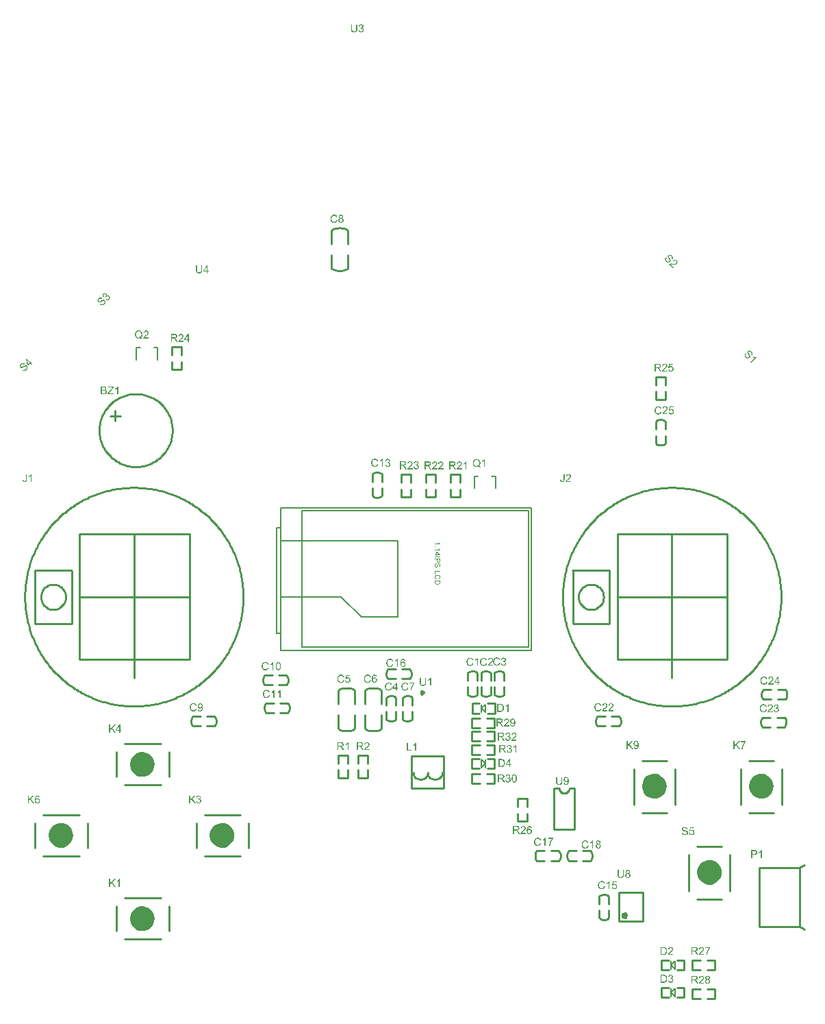
<source format=gto>
G04 Layer_Color=65535*
%FSLAX25Y25*%
%MOIN*%
G70*
G01*
G75*
%ADD24C,0.01000*%
%ADD78C,0.06000*%
%ADD79C,0.01575*%
%ADD80C,0.01500*%
%ADD81C,0.00600*%
%ADD82C,0.00800*%
%ADD83C,0.00787*%
G36*
X1022465Y266803D02*
X1022505D01*
X1022555Y266796D01*
X1022611Y266789D01*
X1022675Y266783D01*
X1022744Y266770D01*
X1022821Y266753D01*
X1022898Y266733D01*
X1022978Y266709D01*
X1023061Y266680D01*
X1023141Y266646D01*
X1023224Y266606D01*
X1023301Y266563D01*
X1023377Y266510D01*
X1023381Y266506D01*
X1023394Y266496D01*
X1023414Y266480D01*
X1023440Y266456D01*
X1023474Y266426D01*
X1023510Y266390D01*
X1023550Y266347D01*
X1023594Y266297D01*
X1023637Y266240D01*
X1023684Y266180D01*
X1023730Y266110D01*
X1023773Y266037D01*
X1023817Y265957D01*
X1023857Y265874D01*
X1023893Y265780D01*
X1023927Y265684D01*
X1023427Y265567D01*
Y265571D01*
X1023421Y265587D01*
X1023414Y265607D01*
X1023400Y265637D01*
X1023387Y265671D01*
X1023371Y265710D01*
X1023351Y265754D01*
X1023327Y265800D01*
X1023271Y265900D01*
X1023204Y266000D01*
X1023167Y266050D01*
X1023127Y266097D01*
X1023084Y266140D01*
X1023038Y266177D01*
X1023034Y266180D01*
X1023028Y266187D01*
X1023011Y266193D01*
X1022991Y266207D01*
X1022968Y266220D01*
X1022938Y266237D01*
X1022901Y266257D01*
X1022864Y266273D01*
X1022818Y266290D01*
X1022771Y266310D01*
X1022718Y266327D01*
X1022661Y266340D01*
X1022601Y266353D01*
X1022538Y266363D01*
X1022468Y266367D01*
X1022398Y266370D01*
X1022355D01*
X1022325Y266367D01*
X1022285Y266363D01*
X1022242Y266360D01*
X1022192Y266353D01*
X1022139Y266343D01*
X1022082Y266333D01*
X1022022Y266317D01*
X1021962Y266300D01*
X1021899Y266280D01*
X1021839Y266257D01*
X1021776Y266227D01*
X1021716Y266193D01*
X1021659Y266157D01*
X1021656Y266153D01*
X1021646Y266147D01*
X1021632Y266133D01*
X1021612Y266117D01*
X1021586Y266097D01*
X1021559Y266070D01*
X1021529Y266040D01*
X1021496Y266007D01*
X1021463Y265967D01*
X1021426Y265924D01*
X1021393Y265877D01*
X1021359Y265827D01*
X1021326Y265774D01*
X1021296Y265714D01*
X1021266Y265654D01*
X1021243Y265587D01*
Y265584D01*
X1021236Y265571D01*
X1021233Y265551D01*
X1021223Y265527D01*
X1021216Y265494D01*
X1021206Y265454D01*
X1021193Y265411D01*
X1021183Y265361D01*
X1021173Y265308D01*
X1021159Y265251D01*
X1021150Y265191D01*
X1021143Y265128D01*
X1021130Y264991D01*
X1021123Y264851D01*
Y264845D01*
Y264831D01*
Y264805D01*
X1021126Y264768D01*
Y264728D01*
X1021130Y264678D01*
X1021136Y264622D01*
X1021140Y264562D01*
X1021150Y264495D01*
X1021156Y264428D01*
X1021183Y264285D01*
X1021216Y264139D01*
X1021263Y263996D01*
X1021266Y263992D01*
X1021269Y263979D01*
X1021279Y263962D01*
X1021289Y263936D01*
X1021306Y263906D01*
X1021323Y263872D01*
X1021346Y263832D01*
X1021373Y263792D01*
X1021402Y263749D01*
X1021432Y263703D01*
X1021469Y263659D01*
X1021509Y263613D01*
X1021552Y263569D01*
X1021599Y263529D01*
X1021652Y263489D01*
X1021706Y263453D01*
X1021709Y263449D01*
X1021719Y263446D01*
X1021735Y263436D01*
X1021759Y263426D01*
X1021786Y263413D01*
X1021819Y263396D01*
X1021859Y263380D01*
X1021902Y263363D01*
X1021949Y263346D01*
X1021999Y263330D01*
X1022052Y263316D01*
X1022108Y263300D01*
X1022228Y263280D01*
X1022295Y263276D01*
X1022358Y263273D01*
X1022378D01*
X1022398Y263276D01*
X1022428D01*
X1022465Y263280D01*
X1022508Y263286D01*
X1022558Y263293D01*
X1022608Y263303D01*
X1022665Y263316D01*
X1022721Y263333D01*
X1022781Y263353D01*
X1022844Y263376D01*
X1022904Y263403D01*
X1022964Y263436D01*
X1023024Y263473D01*
X1023081Y263516D01*
X1023084Y263519D01*
X1023094Y263526D01*
X1023108Y263543D01*
X1023127Y263563D01*
X1023154Y263589D01*
X1023181Y263619D01*
X1023211Y263656D01*
X1023244Y263699D01*
X1023277Y263749D01*
X1023311Y263802D01*
X1023344Y263862D01*
X1023377Y263929D01*
X1023407Y263999D01*
X1023437Y264075D01*
X1023460Y264159D01*
X1023484Y264245D01*
X1023993Y264119D01*
Y264116D01*
X1023990Y264112D01*
Y264102D01*
X1023987Y264092D01*
X1023977Y264059D01*
X1023963Y264016D01*
X1023943Y263962D01*
X1023920Y263902D01*
X1023893Y263836D01*
X1023860Y263766D01*
X1023823Y263689D01*
X1023783Y263609D01*
X1023737Y263529D01*
X1023684Y263453D01*
X1023624Y263373D01*
X1023560Y263300D01*
X1023494Y263230D01*
X1023417Y263163D01*
X1023414Y263160D01*
X1023397Y263150D01*
X1023374Y263133D01*
X1023344Y263113D01*
X1023304Y263087D01*
X1023254Y263060D01*
X1023197Y263030D01*
X1023134Y263000D01*
X1023064Y262970D01*
X1022988Y262940D01*
X1022904Y262913D01*
X1022814Y262887D01*
X1022718Y262867D01*
X1022618Y262850D01*
X1022511Y262840D01*
X1022402Y262837D01*
X1022375D01*
X1022342Y262840D01*
X1022298D01*
X1022245Y262843D01*
X1022185Y262850D01*
X1022118Y262857D01*
X1022042Y262867D01*
X1021965Y262880D01*
X1021882Y262897D01*
X1021799Y262917D01*
X1021716Y262943D01*
X1021629Y262970D01*
X1021549Y263003D01*
X1021469Y263043D01*
X1021393Y263087D01*
X1021389Y263090D01*
X1021376Y263100D01*
X1021356Y263113D01*
X1021329Y263133D01*
X1021296Y263160D01*
X1021259Y263193D01*
X1021216Y263230D01*
X1021173Y263273D01*
X1021126Y263323D01*
X1021076Y263376D01*
X1021026Y263436D01*
X1020980Y263503D01*
X1020930Y263573D01*
X1020883Y263649D01*
X1020840Y263733D01*
X1020800Y263819D01*
X1020796Y263826D01*
X1020790Y263842D01*
X1020780Y263866D01*
X1020770Y263902D01*
X1020753Y263946D01*
X1020737Y263999D01*
X1020720Y264059D01*
X1020700Y264129D01*
X1020680Y264202D01*
X1020663Y264282D01*
X1020647Y264365D01*
X1020630Y264455D01*
X1020620Y264548D01*
X1020610Y264645D01*
X1020603Y264745D01*
X1020600Y264848D01*
Y264851D01*
Y264855D01*
Y264875D01*
Y264908D01*
X1020603Y264948D01*
X1020607Y265001D01*
X1020613Y265061D01*
X1020620Y265128D01*
X1020630Y265204D01*
X1020640Y265284D01*
X1020657Y265368D01*
X1020673Y265454D01*
X1020697Y265541D01*
X1020723Y265631D01*
X1020753Y265721D01*
X1020786Y265807D01*
X1020826Y265894D01*
X1020830Y265900D01*
X1020836Y265914D01*
X1020850Y265937D01*
X1020870Y265967D01*
X1020893Y266004D01*
X1020923Y266047D01*
X1020956Y266093D01*
X1020993Y266147D01*
X1021040Y266200D01*
X1021086Y266257D01*
X1021140Y266313D01*
X1021199Y266370D01*
X1021263Y266423D01*
X1021329Y266476D01*
X1021402Y266526D01*
X1021479Y266573D01*
X1021482Y266576D01*
X1021499Y266583D01*
X1021522Y266593D01*
X1021552Y266610D01*
X1021592Y266626D01*
X1021639Y266646D01*
X1021692Y266670D01*
X1021756Y266689D01*
X1021819Y266713D01*
X1021892Y266733D01*
X1021969Y266753D01*
X1022049Y266770D01*
X1022135Y266786D01*
X1022222Y266796D01*
X1022315Y266803D01*
X1022408Y266806D01*
X1022435D01*
X1022465Y266803D01*
D02*
G37*
G36*
X974255Y398149D02*
X974292D01*
X974338Y398143D01*
X974395Y398136D01*
X974455Y398126D01*
X974518Y398116D01*
X974588Y398099D01*
X974658Y398080D01*
X974731Y398053D01*
X974804Y398023D01*
X974877Y397990D01*
X974947Y397946D01*
X975014Y397900D01*
X975077Y397847D01*
X975081Y397843D01*
X975091Y397833D01*
X975107Y397816D01*
X975127Y397793D01*
X975154Y397763D01*
X975181Y397727D01*
X975207Y397683D01*
X975241Y397637D01*
X975270Y397583D01*
X975297Y397527D01*
X975327Y397463D01*
X975350Y397397D01*
X975370Y397327D01*
X975387Y397250D01*
X975397Y397170D01*
X975400Y397087D01*
Y397084D01*
Y397077D01*
Y397064D01*
Y397047D01*
X975397Y397027D01*
Y397001D01*
X975387Y396944D01*
X975377Y396874D01*
X975360Y396797D01*
X975337Y396714D01*
X975304Y396631D01*
Y396628D01*
X975301Y396621D01*
X975294Y396608D01*
X975287Y396594D01*
X975277Y396571D01*
X975264Y396548D01*
X975247Y396521D01*
X975231Y396491D01*
X975187Y396421D01*
X975134Y396341D01*
X975067Y396255D01*
X974991Y396165D01*
X974987Y396162D01*
X974981Y396155D01*
X974967Y396138D01*
X974951Y396118D01*
X974924Y396095D01*
X974894Y396065D01*
X974861Y396028D01*
X974821Y395988D01*
X974771Y395942D01*
X974718Y395892D01*
X974661Y395835D01*
X974594Y395775D01*
X974525Y395712D01*
X974445Y395642D01*
X974361Y395569D01*
X974268Y395489D01*
X974265Y395485D01*
X974248Y395472D01*
X974228Y395456D01*
X974198Y395432D01*
X974165Y395402D01*
X974128Y395369D01*
X974085Y395332D01*
X974042Y395296D01*
X973948Y395216D01*
X973859Y395136D01*
X973819Y395099D01*
X973779Y395063D01*
X973749Y395033D01*
X973722Y395006D01*
X973715Y394999D01*
X973702Y394986D01*
X973679Y394959D01*
X973652Y394926D01*
X973622Y394889D01*
X973589Y394846D01*
X973555Y394799D01*
X973526Y394753D01*
X975407D01*
Y394300D01*
X972870D01*
Y394303D01*
Y394307D01*
Y394317D01*
Y394330D01*
Y394363D01*
X972873Y394403D01*
X972880Y394453D01*
X972890Y394510D01*
X972903Y394566D01*
X972923Y394626D01*
Y394630D01*
X972926Y394640D01*
X972933Y394653D01*
X972943Y394670D01*
X972953Y394693D01*
X972966Y394723D01*
X972979Y394753D01*
X972999Y394786D01*
X973039Y394866D01*
X973096Y394949D01*
X973159Y395043D01*
X973232Y395136D01*
X973236Y395139D01*
X973242Y395146D01*
X973256Y395163D01*
X973273Y395179D01*
X973296Y395202D01*
X973322Y395232D01*
X973352Y395266D01*
X973389Y395302D01*
X973432Y395342D01*
X973476Y395386D01*
X973529Y395436D01*
X973582Y395485D01*
X973642Y395539D01*
X973705Y395595D01*
X973775Y395655D01*
X973849Y395715D01*
X973852D01*
X973855Y395722D01*
X973875Y395739D01*
X973909Y395765D01*
X973948Y395802D01*
X974002Y395845D01*
X974058Y395895D01*
X974122Y395952D01*
X974188Y396012D01*
X974258Y396075D01*
X974331Y396142D01*
X974401Y396208D01*
X974471Y396278D01*
X974535Y396345D01*
X974594Y396411D01*
X974648Y396471D01*
X974694Y396531D01*
X974698Y396534D01*
X974704Y396544D01*
X974714Y396561D01*
X974728Y396581D01*
X974744Y396608D01*
X974764Y396641D01*
X974784Y396674D01*
X974804Y396714D01*
X974844Y396801D01*
X974881Y396897D01*
X974894Y396947D01*
X974904Y396997D01*
X974911Y397047D01*
X974914Y397097D01*
Y397100D01*
Y397111D01*
Y397124D01*
X974911Y397144D01*
X974907Y397167D01*
X974904Y397197D01*
X974897Y397227D01*
X974891Y397260D01*
X974864Y397337D01*
X974851Y397374D01*
X974831Y397413D01*
X974808Y397453D01*
X974781Y397494D01*
X974751Y397533D01*
X974714Y397570D01*
X974711Y397573D01*
X974704Y397580D01*
X974694Y397587D01*
X974678Y397600D01*
X974658Y397613D01*
X974634Y397630D01*
X974608Y397650D01*
X974574Y397667D01*
X974538Y397683D01*
X974498Y397703D01*
X974455Y397720D01*
X974408Y397733D01*
X974361Y397746D01*
X974308Y397757D01*
X974251Y397760D01*
X974192Y397763D01*
X974158D01*
X974135Y397760D01*
X974108Y397757D01*
X974075Y397753D01*
X974035Y397746D01*
X973995Y397737D01*
X973909Y397713D01*
X973865Y397697D01*
X973819Y397677D01*
X973775Y397653D01*
X973732Y397623D01*
X973689Y397593D01*
X973649Y397557D01*
X973645Y397553D01*
X973639Y397547D01*
X973629Y397537D01*
X973619Y397520D01*
X973602Y397497D01*
X973586Y397474D01*
X973565Y397444D01*
X973549Y397410D01*
X973529Y397370D01*
X973509Y397327D01*
X973492Y397280D01*
X973479Y397230D01*
X973466Y397177D01*
X973456Y397117D01*
X973449Y397057D01*
X973446Y396991D01*
X972960Y397041D01*
Y397047D01*
X972963Y397064D01*
X972966Y397094D01*
X972973Y397130D01*
X972979Y397174D01*
X972993Y397227D01*
X973006Y397284D01*
X973023Y397347D01*
X973046Y397413D01*
X973069Y397480D01*
X973099Y397550D01*
X973136Y397617D01*
X973176Y397687D01*
X973219Y397750D01*
X973273Y397810D01*
X973329Y397866D01*
X973332Y397870D01*
X973346Y397880D01*
X973362Y397893D01*
X973389Y397910D01*
X973422Y397933D01*
X973462Y397956D01*
X973509Y397983D01*
X973562Y398010D01*
X973619Y398036D01*
X973685Y398063D01*
X973759Y398086D01*
X973835Y398110D01*
X973919Y398126D01*
X974008Y398140D01*
X974102Y398149D01*
X974202Y398153D01*
X974225D01*
X974255Y398149D01*
D02*
G37*
G36*
X1029395Y264252D02*
X1029914D01*
Y263819D01*
X1029395D01*
Y262900D01*
X1028922D01*
Y263819D01*
X1027257D01*
Y264252D01*
X1029008Y266740D01*
X1029395D01*
Y264252D01*
D02*
G37*
G36*
X1022165Y253303D02*
X1022205D01*
X1022255Y253296D01*
X1022311Y253289D01*
X1022375Y253283D01*
X1022445Y253270D01*
X1022521Y253253D01*
X1022598Y253233D01*
X1022678Y253209D01*
X1022761Y253180D01*
X1022841Y253146D01*
X1022924Y253106D01*
X1023001Y253063D01*
X1023077Y253010D01*
X1023081Y253006D01*
X1023094Y252996D01*
X1023114Y252980D01*
X1023141Y252956D01*
X1023174Y252926D01*
X1023210Y252890D01*
X1023250Y252847D01*
X1023294Y252797D01*
X1023337Y252740D01*
X1023384Y252680D01*
X1023430Y252610D01*
X1023473Y252537D01*
X1023517Y252457D01*
X1023557Y252374D01*
X1023593Y252280D01*
X1023627Y252184D01*
X1023127Y252067D01*
Y252071D01*
X1023120Y252087D01*
X1023114Y252107D01*
X1023100Y252137D01*
X1023087Y252171D01*
X1023071Y252210D01*
X1023051Y252254D01*
X1023027Y252300D01*
X1022971Y252400D01*
X1022904Y252500D01*
X1022867Y252550D01*
X1022828Y252597D01*
X1022784Y252640D01*
X1022738Y252677D01*
X1022734Y252680D01*
X1022728Y252687D01*
X1022711Y252693D01*
X1022691Y252707D01*
X1022668Y252720D01*
X1022638Y252737D01*
X1022601Y252757D01*
X1022564Y252773D01*
X1022518Y252790D01*
X1022471Y252810D01*
X1022418Y252827D01*
X1022361Y252840D01*
X1022301Y252853D01*
X1022238Y252863D01*
X1022168Y252867D01*
X1022098Y252870D01*
X1022055D01*
X1022025Y252867D01*
X1021985Y252863D01*
X1021942Y252860D01*
X1021892Y252853D01*
X1021838Y252843D01*
X1021782Y252833D01*
X1021722Y252817D01*
X1021662Y252800D01*
X1021599Y252780D01*
X1021539Y252757D01*
X1021476Y252727D01*
X1021416Y252693D01*
X1021359Y252657D01*
X1021356Y252653D01*
X1021346Y252647D01*
X1021332Y252633D01*
X1021312Y252617D01*
X1021286Y252597D01*
X1021259Y252570D01*
X1021229Y252540D01*
X1021196Y252507D01*
X1021163Y252467D01*
X1021126Y252424D01*
X1021093Y252377D01*
X1021059Y252327D01*
X1021026Y252274D01*
X1020996Y252214D01*
X1020966Y252154D01*
X1020943Y252087D01*
Y252084D01*
X1020936Y252071D01*
X1020933Y252051D01*
X1020923Y252027D01*
X1020916Y251994D01*
X1020906Y251954D01*
X1020893Y251911D01*
X1020883Y251861D01*
X1020873Y251808D01*
X1020859Y251751D01*
X1020850Y251691D01*
X1020843Y251628D01*
X1020829Y251491D01*
X1020823Y251351D01*
Y251345D01*
Y251331D01*
Y251305D01*
X1020826Y251268D01*
Y251228D01*
X1020829Y251178D01*
X1020836Y251122D01*
X1020840Y251062D01*
X1020850Y250995D01*
X1020856Y250928D01*
X1020883Y250785D01*
X1020916Y250639D01*
X1020963Y250496D01*
X1020966Y250492D01*
X1020969Y250479D01*
X1020979Y250462D01*
X1020989Y250436D01*
X1021006Y250406D01*
X1021023Y250372D01*
X1021046Y250332D01*
X1021073Y250292D01*
X1021103Y250249D01*
X1021132Y250202D01*
X1021169Y250159D01*
X1021209Y250113D01*
X1021252Y250069D01*
X1021299Y250029D01*
X1021352Y249989D01*
X1021406Y249953D01*
X1021409Y249949D01*
X1021419Y249946D01*
X1021436Y249936D01*
X1021459Y249926D01*
X1021486Y249913D01*
X1021519Y249896D01*
X1021559Y249880D01*
X1021602Y249863D01*
X1021649Y249846D01*
X1021699Y249830D01*
X1021752Y249816D01*
X1021809Y249800D01*
X1021928Y249780D01*
X1021995Y249776D01*
X1022058Y249773D01*
X1022078D01*
X1022098Y249776D01*
X1022128D01*
X1022165Y249780D01*
X1022208Y249786D01*
X1022258Y249793D01*
X1022308Y249803D01*
X1022365Y249816D01*
X1022421Y249833D01*
X1022481Y249853D01*
X1022544Y249876D01*
X1022604Y249903D01*
X1022664Y249936D01*
X1022724Y249973D01*
X1022781Y250016D01*
X1022784Y250019D01*
X1022794Y250026D01*
X1022808Y250043D01*
X1022828Y250063D01*
X1022854Y250089D01*
X1022881Y250119D01*
X1022911Y250156D01*
X1022944Y250199D01*
X1022977Y250249D01*
X1023011Y250302D01*
X1023044Y250362D01*
X1023077Y250429D01*
X1023107Y250499D01*
X1023137Y250575D01*
X1023160Y250659D01*
X1023184Y250745D01*
X1023693Y250619D01*
Y250616D01*
X1023690Y250612D01*
Y250602D01*
X1023687Y250592D01*
X1023677Y250559D01*
X1023663Y250516D01*
X1023643Y250462D01*
X1023620Y250402D01*
X1023593Y250336D01*
X1023560Y250266D01*
X1023523Y250189D01*
X1023483Y250109D01*
X1023437Y250029D01*
X1023384Y249953D01*
X1023324Y249873D01*
X1023260Y249800D01*
X1023194Y249730D01*
X1023117Y249663D01*
X1023114Y249660D01*
X1023097Y249650D01*
X1023074Y249633D01*
X1023044Y249613D01*
X1023004Y249587D01*
X1022954Y249560D01*
X1022897Y249530D01*
X1022834Y249500D01*
X1022764Y249470D01*
X1022688Y249440D01*
X1022604Y249413D01*
X1022515Y249387D01*
X1022418Y249367D01*
X1022318Y249350D01*
X1022211Y249340D01*
X1022101Y249337D01*
X1022075D01*
X1022042Y249340D01*
X1021998D01*
X1021945Y249343D01*
X1021885Y249350D01*
X1021819Y249357D01*
X1021742Y249367D01*
X1021665Y249380D01*
X1021582Y249397D01*
X1021499Y249417D01*
X1021416Y249443D01*
X1021329Y249470D01*
X1021249Y249503D01*
X1021169Y249543D01*
X1021093Y249587D01*
X1021089Y249590D01*
X1021076Y249600D01*
X1021056Y249613D01*
X1021029Y249633D01*
X1020996Y249660D01*
X1020959Y249693D01*
X1020916Y249730D01*
X1020873Y249773D01*
X1020826Y249823D01*
X1020776Y249876D01*
X1020726Y249936D01*
X1020680Y250003D01*
X1020630Y250073D01*
X1020583Y250149D01*
X1020540Y250233D01*
X1020500Y250319D01*
X1020496Y250326D01*
X1020490Y250342D01*
X1020480Y250366D01*
X1020470Y250402D01*
X1020453Y250446D01*
X1020436Y250499D01*
X1020420Y250559D01*
X1020400Y250629D01*
X1020380Y250702D01*
X1020363Y250782D01*
X1020347Y250865D01*
X1020330Y250955D01*
X1020320Y251048D01*
X1020310Y251145D01*
X1020303Y251245D01*
X1020300Y251348D01*
Y251351D01*
Y251355D01*
Y251375D01*
Y251408D01*
X1020303Y251448D01*
X1020307Y251501D01*
X1020313Y251561D01*
X1020320Y251628D01*
X1020330Y251704D01*
X1020340Y251784D01*
X1020357Y251868D01*
X1020373Y251954D01*
X1020397Y252041D01*
X1020423Y252131D01*
X1020453Y252221D01*
X1020487Y252307D01*
X1020526Y252394D01*
X1020530Y252400D01*
X1020536Y252414D01*
X1020550Y252437D01*
X1020570Y252467D01*
X1020593Y252504D01*
X1020623Y252547D01*
X1020656Y252593D01*
X1020693Y252647D01*
X1020740Y252700D01*
X1020786Y252757D01*
X1020840Y252813D01*
X1020899Y252870D01*
X1020963Y252923D01*
X1021029Y252976D01*
X1021103Y253026D01*
X1021179Y253073D01*
X1021183Y253076D01*
X1021199Y253083D01*
X1021222Y253093D01*
X1021252Y253110D01*
X1021292Y253126D01*
X1021339Y253146D01*
X1021392Y253170D01*
X1021455Y253189D01*
X1021519Y253213D01*
X1021592Y253233D01*
X1021669Y253253D01*
X1021749Y253270D01*
X1021835Y253286D01*
X1021922Y253296D01*
X1022015Y253303D01*
X1022108Y253306D01*
X1022135D01*
X1022165Y253303D01*
D02*
G37*
G36*
X1025755Y266750D02*
X1025791D01*
X1025838Y266743D01*
X1025895Y266736D01*
X1025955Y266726D01*
X1026018Y266716D01*
X1026088Y266700D01*
X1026158Y266680D01*
X1026231Y266653D01*
X1026304Y266623D01*
X1026377Y266590D01*
X1026447Y266546D01*
X1026514Y266500D01*
X1026577Y266446D01*
X1026581Y266443D01*
X1026591Y266433D01*
X1026607Y266417D01*
X1026627Y266393D01*
X1026654Y266363D01*
X1026681Y266327D01*
X1026707Y266283D01*
X1026740Y266237D01*
X1026770Y266183D01*
X1026797Y266127D01*
X1026827Y266063D01*
X1026850Y265997D01*
X1026870Y265927D01*
X1026887Y265850D01*
X1026897Y265771D01*
X1026900Y265687D01*
Y265684D01*
Y265677D01*
Y265664D01*
Y265647D01*
X1026897Y265627D01*
Y265601D01*
X1026887Y265544D01*
X1026877Y265474D01*
X1026860Y265398D01*
X1026837Y265314D01*
X1026804Y265231D01*
Y265228D01*
X1026801Y265221D01*
X1026794Y265208D01*
X1026787Y265194D01*
X1026777Y265171D01*
X1026764Y265148D01*
X1026747Y265121D01*
X1026731Y265091D01*
X1026687Y265021D01*
X1026634Y264941D01*
X1026567Y264855D01*
X1026491Y264765D01*
X1026487Y264761D01*
X1026481Y264755D01*
X1026468Y264738D01*
X1026451Y264718D01*
X1026424Y264695D01*
X1026394Y264665D01*
X1026361Y264628D01*
X1026321Y264588D01*
X1026271Y264542D01*
X1026218Y264492D01*
X1026161Y264435D01*
X1026095Y264375D01*
X1026025Y264312D01*
X1025945Y264242D01*
X1025861Y264169D01*
X1025768Y264089D01*
X1025765Y264086D01*
X1025748Y264072D01*
X1025728Y264055D01*
X1025698Y264032D01*
X1025665Y264002D01*
X1025628Y263969D01*
X1025585Y263932D01*
X1025542Y263896D01*
X1025449Y263816D01*
X1025359Y263736D01*
X1025319Y263699D01*
X1025279Y263663D01*
X1025249Y263633D01*
X1025222Y263606D01*
X1025215Y263599D01*
X1025202Y263586D01*
X1025179Y263559D01*
X1025152Y263526D01*
X1025122Y263489D01*
X1025089Y263446D01*
X1025056Y263400D01*
X1025026Y263353D01*
X1026907D01*
Y262900D01*
X1024370D01*
Y262903D01*
Y262907D01*
Y262917D01*
Y262930D01*
Y262963D01*
X1024373Y263003D01*
X1024380Y263053D01*
X1024389Y263110D01*
X1024403Y263166D01*
X1024423Y263226D01*
Y263230D01*
X1024426Y263240D01*
X1024433Y263253D01*
X1024443Y263270D01*
X1024453Y263293D01*
X1024466Y263323D01*
X1024479Y263353D01*
X1024499Y263386D01*
X1024539Y263466D01*
X1024596Y263549D01*
X1024659Y263643D01*
X1024732Y263736D01*
X1024736Y263739D01*
X1024743Y263746D01*
X1024756Y263762D01*
X1024772Y263779D01*
X1024796Y263802D01*
X1024822Y263832D01*
X1024852Y263866D01*
X1024889Y263902D01*
X1024932Y263942D01*
X1024976Y263986D01*
X1025029Y264036D01*
X1025082Y264086D01*
X1025142Y264139D01*
X1025205Y264195D01*
X1025275Y264255D01*
X1025349Y264315D01*
X1025352D01*
X1025355Y264322D01*
X1025375Y264339D01*
X1025408Y264365D01*
X1025449Y264402D01*
X1025502Y264445D01*
X1025558Y264495D01*
X1025622Y264552D01*
X1025688Y264612D01*
X1025758Y264675D01*
X1025831Y264741D01*
X1025901Y264808D01*
X1025971Y264878D01*
X1026035Y264945D01*
X1026095Y265011D01*
X1026148Y265071D01*
X1026194Y265131D01*
X1026198Y265134D01*
X1026204Y265144D01*
X1026214Y265161D01*
X1026228Y265181D01*
X1026244Y265208D01*
X1026264Y265241D01*
X1026284Y265274D01*
X1026304Y265314D01*
X1026344Y265401D01*
X1026381Y265497D01*
X1026394Y265547D01*
X1026404Y265597D01*
X1026411Y265647D01*
X1026414Y265697D01*
Y265701D01*
Y265710D01*
Y265724D01*
X1026411Y265744D01*
X1026408Y265767D01*
X1026404Y265797D01*
X1026398Y265827D01*
X1026391Y265860D01*
X1026364Y265937D01*
X1026351Y265974D01*
X1026331Y266014D01*
X1026308Y266054D01*
X1026281Y266093D01*
X1026251Y266133D01*
X1026214Y266170D01*
X1026211Y266173D01*
X1026204Y266180D01*
X1026194Y266187D01*
X1026178Y266200D01*
X1026158Y266213D01*
X1026134Y266230D01*
X1026108Y266250D01*
X1026075Y266267D01*
X1026038Y266283D01*
X1025998Y266303D01*
X1025955Y266320D01*
X1025908Y266333D01*
X1025861Y266347D01*
X1025808Y266356D01*
X1025751Y266360D01*
X1025692Y266363D01*
X1025658D01*
X1025635Y266360D01*
X1025608Y266356D01*
X1025575Y266353D01*
X1025535Y266347D01*
X1025495Y266337D01*
X1025408Y266313D01*
X1025365Y266297D01*
X1025319Y266277D01*
X1025275Y266253D01*
X1025232Y266223D01*
X1025189Y266193D01*
X1025149Y266157D01*
X1025145Y266153D01*
X1025139Y266147D01*
X1025129Y266137D01*
X1025119Y266120D01*
X1025102Y266097D01*
X1025086Y266073D01*
X1025066Y266043D01*
X1025049Y266010D01*
X1025029Y265970D01*
X1025009Y265927D01*
X1024992Y265880D01*
X1024979Y265830D01*
X1024966Y265777D01*
X1024956Y265717D01*
X1024949Y265657D01*
X1024946Y265591D01*
X1024459Y265641D01*
Y265647D01*
X1024463Y265664D01*
X1024466Y265694D01*
X1024473Y265731D01*
X1024479Y265774D01*
X1024493Y265827D01*
X1024506Y265884D01*
X1024523Y265947D01*
X1024546Y266014D01*
X1024569Y266080D01*
X1024599Y266150D01*
X1024636Y266217D01*
X1024676Y266287D01*
X1024719Y266350D01*
X1024772Y266410D01*
X1024829Y266466D01*
X1024832Y266470D01*
X1024846Y266480D01*
X1024862Y266493D01*
X1024889Y266510D01*
X1024922Y266533D01*
X1024962Y266556D01*
X1025009Y266583D01*
X1025062Y266610D01*
X1025119Y266636D01*
X1025185Y266663D01*
X1025259Y266686D01*
X1025335Y266709D01*
X1025418Y266726D01*
X1025508Y266740D01*
X1025602Y266750D01*
X1025702Y266753D01*
X1025725D01*
X1025755Y266750D01*
D02*
G37*
G36*
X978277Y397640D02*
X976742D01*
X976536Y396604D01*
X976539Y396608D01*
X976552Y396614D01*
X976569Y396628D01*
X976596Y396641D01*
X976629Y396661D01*
X976666Y396681D01*
X976709Y396704D01*
X976756Y396728D01*
X976809Y396748D01*
X976866Y396771D01*
X976925Y396791D01*
X976989Y396811D01*
X977055Y396824D01*
X977122Y396837D01*
X977192Y396844D01*
X977262Y396847D01*
X977285D01*
X977312Y396844D01*
X977345Y396841D01*
X977388Y396837D01*
X977438Y396828D01*
X977495Y396817D01*
X977558Y396804D01*
X977621Y396784D01*
X977691Y396761D01*
X977761Y396734D01*
X977831Y396701D01*
X977905Y396661D01*
X977975Y396614D01*
X978044Y396561D01*
X978111Y396498D01*
X978114Y396495D01*
X978128Y396481D01*
X978144Y396461D01*
X978164Y396434D01*
X978191Y396401D01*
X978221Y396358D01*
X978251Y396311D01*
X978284Y396255D01*
X978317Y396195D01*
X978347Y396125D01*
X978377Y396052D01*
X978404Y395972D01*
X978424Y395888D01*
X978444Y395798D01*
X978454Y395702D01*
X978457Y395602D01*
Y395595D01*
Y395579D01*
X978454Y395552D01*
Y395515D01*
X978447Y395469D01*
X978441Y395419D01*
X978431Y395359D01*
X978421Y395296D01*
X978404Y395226D01*
X978384Y395152D01*
X978357Y395079D01*
X978327Y395003D01*
X978294Y394926D01*
X978251Y394849D01*
X978204Y394773D01*
X978151Y394700D01*
X978148Y394693D01*
X978134Y394680D01*
X978114Y394656D01*
X978084Y394626D01*
X978048Y394593D01*
X978001Y394553D01*
X977948Y394510D01*
X977888Y394470D01*
X977821Y394426D01*
X977745Y394383D01*
X977661Y394343D01*
X977571Y394310D01*
X977475Y394280D01*
X977372Y394257D01*
X977262Y394243D01*
X977145Y394237D01*
X977122D01*
X977095Y394240D01*
X977059D01*
X977015Y394247D01*
X976962Y394253D01*
X976906Y394260D01*
X976842Y394273D01*
X976776Y394290D01*
X976706Y394310D01*
X976636Y394333D01*
X976562Y394360D01*
X976493Y394393D01*
X976423Y394433D01*
X976353Y394480D01*
X976289Y394530D01*
X976286Y394533D01*
X976276Y394543D01*
X976260Y394560D01*
X976236Y394583D01*
X976213Y394613D01*
X976183Y394650D01*
X976153Y394690D01*
X976120Y394736D01*
X976086Y394790D01*
X976053Y394849D01*
X976020Y394913D01*
X975993Y394983D01*
X975966Y395056D01*
X975943Y395136D01*
X975926Y395219D01*
X975913Y395309D01*
X976409Y395352D01*
Y395349D01*
X976413Y395336D01*
X976416Y395319D01*
X976419Y395292D01*
X976429Y395262D01*
X976436Y395226D01*
X976449Y395189D01*
X976463Y395146D01*
X976496Y395056D01*
X976539Y394966D01*
X976596Y394879D01*
X976626Y394840D01*
X976662Y394803D01*
X976666Y394799D01*
X976672Y394796D01*
X976682Y394786D01*
X976699Y394776D01*
X976719Y394763D01*
X976739Y394746D01*
X976769Y394730D01*
X976799Y394713D01*
X976869Y394680D01*
X976952Y394650D01*
X977042Y394630D01*
X977092Y394626D01*
X977145Y394623D01*
X977162D01*
X977179Y394626D01*
X977202D01*
X977232Y394630D01*
X977265Y394636D01*
X977305Y394643D01*
X977345Y394656D01*
X977392Y394670D01*
X977438Y394686D01*
X977485Y394706D01*
X977532Y394733D01*
X977582Y394759D01*
X977631Y394796D01*
X977678Y394833D01*
X977721Y394879D01*
X977725Y394883D01*
X977731Y394893D01*
X977745Y394906D01*
X977758Y394926D01*
X977775Y394953D01*
X977795Y394983D01*
X977818Y395019D01*
X977841Y395059D01*
X977861Y395106D01*
X977884Y395159D01*
X977905Y395212D01*
X977921Y395276D01*
X977934Y395339D01*
X977948Y395409D01*
X977954Y395482D01*
X977958Y395559D01*
Y395562D01*
Y395575D01*
Y395599D01*
X977954Y395625D01*
X977951Y395659D01*
X977944Y395699D01*
X977938Y395742D01*
X977931Y395789D01*
X977901Y395892D01*
X977884Y395945D01*
X977861Y395998D01*
X977838Y396048D01*
X977805Y396101D01*
X977771Y396148D01*
X977731Y396195D01*
X977728Y396198D01*
X977721Y396205D01*
X977708Y396218D01*
X977691Y396231D01*
X977668Y396248D01*
X977641Y396268D01*
X977608Y396291D01*
X977571Y396315D01*
X977532Y396335D01*
X977485Y396358D01*
X977438Y396378D01*
X977385Y396395D01*
X977328Y396408D01*
X977269Y396421D01*
X977202Y396428D01*
X977135Y396431D01*
X977099D01*
X977079Y396428D01*
X977055Y396425D01*
X976999Y396418D01*
X976935Y396405D01*
X976866Y396388D01*
X976796Y396361D01*
X976726Y396328D01*
X976722D01*
X976719Y396325D01*
X976709Y396318D01*
X976696Y396308D01*
X976662Y396288D01*
X976622Y396255D01*
X976576Y396218D01*
X976529Y396171D01*
X976483Y396122D01*
X976439Y396062D01*
X975996Y396118D01*
X976369Y398090D01*
X978277D01*
Y397640D01*
D02*
G37*
G36*
X927189Y365249D02*
X927226D01*
X927273Y365243D01*
X927329Y365236D01*
X927389Y365226D01*
X927452Y365216D01*
X927522Y365199D01*
X927592Y365180D01*
X927665Y365153D01*
X927739Y365123D01*
X927812Y365090D01*
X927882Y365046D01*
X927948Y365000D01*
X928012Y364947D01*
X928015Y364943D01*
X928025Y364933D01*
X928042Y364916D01*
X928062Y364893D01*
X928088Y364863D01*
X928115Y364827D01*
X928142Y364783D01*
X928175Y364737D01*
X928205Y364683D01*
X928232Y364627D01*
X928261Y364563D01*
X928285Y364497D01*
X928305Y364427D01*
X928321Y364350D01*
X928331Y364270D01*
X928335Y364187D01*
Y364184D01*
Y364177D01*
Y364164D01*
Y364147D01*
X928331Y364127D01*
Y364101D01*
X928321Y364044D01*
X928311Y363974D01*
X928295Y363897D01*
X928271Y363814D01*
X928238Y363731D01*
Y363728D01*
X928235Y363721D01*
X928228Y363708D01*
X928222Y363694D01*
X928211Y363671D01*
X928198Y363648D01*
X928182Y363621D01*
X928165Y363591D01*
X928122Y363521D01*
X928068Y363441D01*
X928002Y363355D01*
X927925Y363265D01*
X927922Y363262D01*
X927915Y363255D01*
X927902Y363238D01*
X927885Y363218D01*
X927859Y363195D01*
X927829Y363165D01*
X927795Y363128D01*
X927755Y363088D01*
X927705Y363042D01*
X927652Y362992D01*
X927596Y362935D01*
X927529Y362875D01*
X927459Y362812D01*
X927379Y362742D01*
X927296Y362669D01*
X927203Y362589D01*
X927199Y362585D01*
X927183Y362572D01*
X927163Y362556D01*
X927133Y362532D01*
X927099Y362502D01*
X927063Y362469D01*
X927019Y362432D01*
X926976Y362396D01*
X926883Y362316D01*
X926793Y362236D01*
X926753Y362199D01*
X926713Y362163D01*
X926683Y362133D01*
X926656Y362106D01*
X926650Y362099D01*
X926637Y362086D01*
X926613Y362059D01*
X926587Y362026D01*
X926556Y361989D01*
X926523Y361946D01*
X926490Y361899D01*
X926460Y361853D01*
X928341D01*
Y361400D01*
X925804D01*
Y361403D01*
Y361407D01*
Y361417D01*
Y361430D01*
Y361463D01*
X925807Y361503D01*
X925814Y361553D01*
X925824Y361610D01*
X925837Y361666D01*
X925857Y361726D01*
Y361730D01*
X925861Y361740D01*
X925867Y361753D01*
X925877Y361770D01*
X925887Y361793D01*
X925900Y361823D01*
X925914Y361853D01*
X925934Y361886D01*
X925974Y361966D01*
X926030Y362049D01*
X926094Y362143D01*
X926167Y362236D01*
X926170Y362239D01*
X926177Y362246D01*
X926190Y362263D01*
X926207Y362279D01*
X926230Y362302D01*
X926257Y362332D01*
X926287Y362366D01*
X926323Y362402D01*
X926367Y362442D01*
X926410Y362486D01*
X926463Y362536D01*
X926517Y362585D01*
X926577Y362639D01*
X926640Y362695D01*
X926710Y362755D01*
X926783Y362815D01*
X926786D01*
X926790Y362822D01*
X926810Y362839D01*
X926843Y362865D01*
X926883Y362902D01*
X926936Y362945D01*
X926993Y362995D01*
X927056Y363052D01*
X927123Y363112D01*
X927193Y363175D01*
X927266Y363242D01*
X927336Y363308D01*
X927406Y363378D01*
X927469Y363445D01*
X927529Y363511D01*
X927582Y363571D01*
X927629Y363631D01*
X927632Y363634D01*
X927639Y363644D01*
X927649Y363661D01*
X927662Y363681D01*
X927679Y363708D01*
X927699Y363741D01*
X927719Y363774D01*
X927739Y363814D01*
X927779Y363901D01*
X927815Y363997D01*
X927829Y364047D01*
X927839Y364097D01*
X927845Y364147D01*
X927849Y364197D01*
Y364200D01*
Y364211D01*
Y364224D01*
X927845Y364244D01*
X927842Y364267D01*
X927839Y364297D01*
X927832Y364327D01*
X927825Y364360D01*
X927799Y364437D01*
X927785Y364474D01*
X927765Y364513D01*
X927742Y364553D01*
X927715Y364594D01*
X927685Y364633D01*
X927649Y364670D01*
X927645Y364673D01*
X927639Y364680D01*
X927629Y364687D01*
X927612Y364700D01*
X927592Y364713D01*
X927569Y364730D01*
X927542Y364750D01*
X927509Y364767D01*
X927472Y364783D01*
X927432Y364803D01*
X927389Y364820D01*
X927342Y364833D01*
X927296Y364846D01*
X927242Y364857D01*
X927186Y364860D01*
X927126Y364863D01*
X927093D01*
X927069Y364860D01*
X927043Y364857D01*
X927009Y364853D01*
X926970Y364846D01*
X926929Y364837D01*
X926843Y364813D01*
X926800Y364797D01*
X926753Y364777D01*
X926710Y364753D01*
X926666Y364723D01*
X926623Y364693D01*
X926583Y364657D01*
X926580Y364653D01*
X926573Y364647D01*
X926563Y364637D01*
X926553Y364620D01*
X926537Y364597D01*
X926520Y364574D01*
X926500Y364544D01*
X926483Y364510D01*
X926463Y364470D01*
X926443Y364427D01*
X926427Y364380D01*
X926413Y364330D01*
X926400Y364277D01*
X926390Y364217D01*
X926383Y364157D01*
X926380Y364091D01*
X925894Y364141D01*
Y364147D01*
X925897Y364164D01*
X925900Y364194D01*
X925907Y364230D01*
X925914Y364274D01*
X925927Y364327D01*
X925941Y364384D01*
X925957Y364447D01*
X925980Y364513D01*
X926004Y364580D01*
X926034Y364650D01*
X926070Y364717D01*
X926110Y364787D01*
X926154Y364850D01*
X926207Y364910D01*
X926264Y364966D01*
X926267Y364970D01*
X926280Y364980D01*
X926297Y364993D01*
X926323Y365010D01*
X926357Y365033D01*
X926397Y365056D01*
X926443Y365083D01*
X926497Y365110D01*
X926553Y365136D01*
X926620Y365163D01*
X926693Y365186D01*
X926770Y365210D01*
X926853Y365226D01*
X926943Y365240D01*
X927036Y365249D01*
X927136Y365253D01*
X927159D01*
X927189Y365249D01*
D02*
G37*
G36*
X925224Y362622D02*
Y362615D01*
Y362602D01*
Y362576D01*
X925221Y362542D01*
Y362502D01*
X925218Y362456D01*
X925215Y362406D01*
X925211Y362349D01*
X925195Y362229D01*
X925175Y362106D01*
X925145Y361986D01*
X925125Y361929D01*
X925105Y361876D01*
Y361873D01*
X925098Y361866D01*
X925091Y361849D01*
X925081Y361833D01*
X925071Y361810D01*
X925055Y361786D01*
X925015Y361726D01*
X924965Y361663D01*
X924898Y361596D01*
X924825Y361530D01*
X924735Y361473D01*
X924732D01*
X924725Y361467D01*
X924708Y361460D01*
X924692Y361453D01*
X924665Y361443D01*
X924638Y361430D01*
X924605Y361417D01*
X924565Y361407D01*
X924525Y361393D01*
X924479Y361380D01*
X924432Y361370D01*
X924379Y361357D01*
X924265Y361343D01*
X924142Y361337D01*
X924119D01*
X924092Y361340D01*
X924059D01*
X924016Y361347D01*
X923969Y361353D01*
X923913Y361360D01*
X923856Y361373D01*
X923793Y361390D01*
X923729Y361407D01*
X923666Y361430D01*
X923603Y361460D01*
X923540Y361493D01*
X923476Y361530D01*
X923420Y361577D01*
X923366Y361626D01*
X923363Y361630D01*
X923356Y361640D01*
X923343Y361656D01*
X923323Y361680D01*
X923303Y361710D01*
X923283Y361750D01*
X923256Y361793D01*
X923233Y361843D01*
X923210Y361899D01*
X923187Y361963D01*
X923163Y362036D01*
X923143Y362113D01*
X923130Y362196D01*
X923117Y362289D01*
X923110Y362386D01*
Y362489D01*
X923569Y362552D01*
Y362549D01*
Y362532D01*
X923573Y362512D01*
X923576Y362482D01*
X923580Y362446D01*
X923583Y362406D01*
X923590Y362359D01*
X923596Y362312D01*
X923616Y362212D01*
X923646Y362113D01*
X923663Y362066D01*
X923683Y362023D01*
X923706Y361983D01*
X923733Y361949D01*
X923736Y361946D01*
X923739Y361943D01*
X923749Y361936D01*
X923759Y361926D01*
X923793Y361899D01*
X923839Y361870D01*
X923896Y361840D01*
X923966Y361816D01*
X924046Y361796D01*
X924092Y361793D01*
X924139Y361790D01*
X924172D01*
X924209Y361793D01*
X924252Y361800D01*
X924306Y361810D01*
X924359Y361826D01*
X924415Y361846D01*
X924469Y361876D01*
X924475Y361879D01*
X924492Y361893D01*
X924515Y361913D01*
X924545Y361940D01*
X924578Y361973D01*
X924609Y362013D01*
X924638Y362059D01*
X924662Y362113D01*
Y362116D01*
X924665Y362119D01*
X924668Y362129D01*
X924672Y362143D01*
X924675Y362159D01*
X924678Y362179D01*
X924685Y362203D01*
X924688Y362229D01*
X924695Y362263D01*
X924698Y362299D01*
X924702Y362339D01*
X924708Y362382D01*
X924712Y362429D01*
Y362479D01*
X924715Y362536D01*
Y362596D01*
Y365240D01*
X925224D01*
Y362622D01*
D02*
G37*
G36*
X663424D02*
Y362615D01*
Y362602D01*
Y362576D01*
X663421Y362542D01*
Y362502D01*
X663418Y362456D01*
X663414Y362406D01*
X663411Y362349D01*
X663395Y362229D01*
X663375Y362106D01*
X663345Y361986D01*
X663325Y361929D01*
X663305Y361876D01*
Y361873D01*
X663298Y361866D01*
X663291Y361849D01*
X663281Y361833D01*
X663271Y361810D01*
X663255Y361786D01*
X663215Y361726D01*
X663165Y361663D01*
X663098Y361596D01*
X663025Y361530D01*
X662935Y361473D01*
X662932D01*
X662925Y361467D01*
X662908Y361460D01*
X662892Y361453D01*
X662865Y361443D01*
X662839Y361430D01*
X662805Y361417D01*
X662765Y361407D01*
X662725Y361393D01*
X662679Y361380D01*
X662632Y361370D01*
X662579Y361357D01*
X662465Y361343D01*
X662342Y361337D01*
X662319D01*
X662292Y361340D01*
X662259D01*
X662216Y361347D01*
X662169Y361353D01*
X662113Y361360D01*
X662056Y361373D01*
X661993Y361390D01*
X661929Y361407D01*
X661866Y361430D01*
X661803Y361460D01*
X661740Y361493D01*
X661676Y361530D01*
X661620Y361577D01*
X661566Y361626D01*
X661563Y361630D01*
X661556Y361640D01*
X661543Y361656D01*
X661523Y361680D01*
X661503Y361710D01*
X661483Y361750D01*
X661456Y361793D01*
X661433Y361843D01*
X661410Y361899D01*
X661387Y361963D01*
X661363Y362036D01*
X661343Y362113D01*
X661330Y362196D01*
X661317Y362289D01*
X661310Y362386D01*
Y362489D01*
X661769Y362552D01*
Y362549D01*
Y362532D01*
X661773Y362512D01*
X661776Y362482D01*
X661779Y362446D01*
X661783Y362406D01*
X661790Y362359D01*
X661796Y362312D01*
X661816Y362212D01*
X661846Y362113D01*
X661863Y362066D01*
X661883Y362023D01*
X661906Y361983D01*
X661933Y361949D01*
X661936Y361946D01*
X661939Y361943D01*
X661949Y361936D01*
X661959Y361926D01*
X661993Y361899D01*
X662039Y361870D01*
X662096Y361840D01*
X662166Y361816D01*
X662246Y361796D01*
X662292Y361793D01*
X662339Y361790D01*
X662372D01*
X662409Y361793D01*
X662452Y361800D01*
X662505Y361810D01*
X662559Y361826D01*
X662615Y361846D01*
X662669Y361876D01*
X662675Y361879D01*
X662692Y361893D01*
X662715Y361913D01*
X662745Y361940D01*
X662779Y361973D01*
X662809Y362013D01*
X662839Y362059D01*
X662862Y362113D01*
Y362116D01*
X662865Y362119D01*
X662868Y362129D01*
X662872Y362143D01*
X662875Y362159D01*
X662878Y362179D01*
X662885Y362203D01*
X662888Y362229D01*
X662895Y362263D01*
X662898Y362299D01*
X662902Y362339D01*
X662908Y362382D01*
X662912Y362429D01*
Y362479D01*
X662915Y362536D01*
Y362596D01*
Y365240D01*
X663424D01*
Y362622D01*
D02*
G37*
G36*
X970965Y398203D02*
X971005D01*
X971055Y398196D01*
X971111Y398189D01*
X971175Y398183D01*
X971245Y398169D01*
X971321Y398153D01*
X971398Y398133D01*
X971478Y398110D01*
X971561Y398080D01*
X971641Y398046D01*
X971724Y398006D01*
X971801Y397963D01*
X971877Y397910D01*
X971881Y397906D01*
X971894Y397896D01*
X971914Y397880D01*
X971941Y397856D01*
X971974Y397827D01*
X972010Y397790D01*
X972050Y397746D01*
X972094Y397697D01*
X972137Y397640D01*
X972184Y397580D01*
X972230Y397510D01*
X972274Y397437D01*
X972317Y397357D01*
X972357Y397274D01*
X972393Y397181D01*
X972427Y397084D01*
X971927Y396967D01*
Y396971D01*
X971920Y396987D01*
X971914Y397007D01*
X971900Y397037D01*
X971887Y397071D01*
X971871Y397111D01*
X971851Y397154D01*
X971827Y397200D01*
X971771Y397300D01*
X971704Y397400D01*
X971667Y397450D01*
X971628Y397497D01*
X971584Y397540D01*
X971538Y397577D01*
X971534Y397580D01*
X971528Y397587D01*
X971511Y397593D01*
X971491Y397607D01*
X971468Y397620D01*
X971438Y397637D01*
X971401Y397657D01*
X971364Y397673D01*
X971318Y397690D01*
X971271Y397710D01*
X971218Y397727D01*
X971161Y397740D01*
X971101Y397753D01*
X971038Y397763D01*
X970968Y397766D01*
X970898Y397770D01*
X970855D01*
X970825Y397766D01*
X970785Y397763D01*
X970742Y397760D01*
X970692Y397753D01*
X970638Y397743D01*
X970582Y397733D01*
X970522Y397717D01*
X970462Y397700D01*
X970399Y397680D01*
X970339Y397657D01*
X970275Y397627D01*
X970216Y397593D01*
X970159Y397557D01*
X970156Y397553D01*
X970146Y397547D01*
X970132Y397533D01*
X970112Y397517D01*
X970086Y397497D01*
X970059Y397470D01*
X970029Y397440D01*
X969996Y397407D01*
X969963Y397367D01*
X969926Y397324D01*
X969893Y397277D01*
X969859Y397227D01*
X969826Y397174D01*
X969796Y397114D01*
X969766Y397054D01*
X969743Y396987D01*
Y396984D01*
X969736Y396971D01*
X969733Y396951D01*
X969723Y396927D01*
X969716Y396894D01*
X969706Y396854D01*
X969693Y396811D01*
X969683Y396761D01*
X969673Y396708D01*
X969659Y396651D01*
X969650Y396591D01*
X969643Y396528D01*
X969629Y396391D01*
X969623Y396251D01*
Y396245D01*
Y396231D01*
Y396205D01*
X969626Y396168D01*
Y396128D01*
X969629Y396078D01*
X969636Y396022D01*
X969639Y395962D01*
X969650Y395895D01*
X969656Y395829D01*
X969683Y395685D01*
X969716Y395539D01*
X969763Y395396D01*
X969766Y395392D01*
X969769Y395379D01*
X969779Y395362D01*
X969789Y395336D01*
X969806Y395306D01*
X969823Y395272D01*
X969846Y395232D01*
X969873Y395192D01*
X969903Y395149D01*
X969932Y395103D01*
X969969Y395059D01*
X970009Y395013D01*
X970052Y394969D01*
X970099Y394929D01*
X970152Y394889D01*
X970206Y394853D01*
X970209Y394849D01*
X970219Y394846D01*
X970236Y394836D01*
X970259Y394826D01*
X970286Y394813D01*
X970319Y394796D01*
X970359Y394779D01*
X970402Y394763D01*
X970449Y394746D01*
X970499Y394730D01*
X970552Y394716D01*
X970609Y394700D01*
X970728Y394680D01*
X970795Y394676D01*
X970858Y394673D01*
X970878D01*
X970898Y394676D01*
X970928D01*
X970965Y394680D01*
X971008Y394686D01*
X971058Y394693D01*
X971108Y394703D01*
X971165Y394716D01*
X971221Y394733D01*
X971281Y394753D01*
X971344Y394776D01*
X971404Y394803D01*
X971464Y394836D01*
X971524Y394873D01*
X971581Y394916D01*
X971584Y394919D01*
X971594Y394926D01*
X971607Y394943D01*
X971628Y394963D01*
X971654Y394989D01*
X971681Y395019D01*
X971711Y395056D01*
X971744Y395099D01*
X971777Y395149D01*
X971811Y395202D01*
X971844Y395262D01*
X971877Y395329D01*
X971907Y395399D01*
X971937Y395476D01*
X971961Y395559D01*
X971984Y395645D01*
X972493Y395519D01*
Y395515D01*
X972490Y395512D01*
Y395502D01*
X972487Y395492D01*
X972477Y395459D01*
X972463Y395415D01*
X972443Y395362D01*
X972420Y395302D01*
X972393Y395236D01*
X972360Y395166D01*
X972323Y395089D01*
X972283Y395009D01*
X972237Y394929D01*
X972184Y394853D01*
X972124Y394773D01*
X972060Y394700D01*
X971994Y394630D01*
X971917Y394563D01*
X971914Y394560D01*
X971897Y394550D01*
X971874Y394533D01*
X971844Y394513D01*
X971804Y394486D01*
X971754Y394460D01*
X971697Y394430D01*
X971634Y394400D01*
X971564Y394370D01*
X971488Y394340D01*
X971404Y394313D01*
X971315Y394287D01*
X971218Y394267D01*
X971118Y394250D01*
X971011Y394240D01*
X970901Y394237D01*
X970875D01*
X970842Y394240D01*
X970798D01*
X970745Y394243D01*
X970685Y394250D01*
X970619Y394257D01*
X970542Y394267D01*
X970465Y394280D01*
X970382Y394297D01*
X970299Y394317D01*
X970216Y394343D01*
X970129Y394370D01*
X970049Y394403D01*
X969969Y394443D01*
X969893Y394486D01*
X969889Y394490D01*
X969876Y394500D01*
X969856Y394513D01*
X969829Y394533D01*
X969796Y394560D01*
X969759Y394593D01*
X969716Y394630D01*
X969673Y394673D01*
X969626Y394723D01*
X969576Y394776D01*
X969526Y394836D01*
X969480Y394903D01*
X969430Y394973D01*
X969383Y395049D01*
X969340Y395132D01*
X969300Y395219D01*
X969296Y395226D01*
X969290Y395242D01*
X969280Y395266D01*
X969270Y395302D01*
X969253Y395346D01*
X969236Y395399D01*
X969220Y395459D01*
X969200Y395529D01*
X969180Y395602D01*
X969163Y395682D01*
X969147Y395765D01*
X969130Y395855D01*
X969120Y395948D01*
X969110Y396045D01*
X969103Y396145D01*
X969100Y396248D01*
Y396251D01*
Y396255D01*
Y396275D01*
Y396308D01*
X969103Y396348D01*
X969107Y396401D01*
X969113Y396461D01*
X969120Y396528D01*
X969130Y396604D01*
X969140Y396684D01*
X969157Y396767D01*
X969173Y396854D01*
X969197Y396941D01*
X969223Y397031D01*
X969253Y397120D01*
X969287Y397207D01*
X969326Y397294D01*
X969330Y397300D01*
X969336Y397314D01*
X969350Y397337D01*
X969370Y397367D01*
X969393Y397404D01*
X969423Y397447D01*
X969456Y397494D01*
X969493Y397547D01*
X969540Y397600D01*
X969586Y397657D01*
X969639Y397713D01*
X969699Y397770D01*
X969763Y397823D01*
X969829Y397876D01*
X969903Y397926D01*
X969979Y397973D01*
X969983Y397976D01*
X969999Y397983D01*
X970022Y397993D01*
X970052Y398010D01*
X970092Y398026D01*
X970139Y398046D01*
X970192Y398070D01*
X970255Y398090D01*
X970319Y398113D01*
X970392Y398133D01*
X970469Y398153D01*
X970549Y398169D01*
X970635Y398186D01*
X970722Y398196D01*
X970815Y398203D01*
X970908Y398206D01*
X970935D01*
X970965Y398203D01*
D02*
G37*
G36*
X665839Y361400D02*
X665366D01*
Y364400D01*
X665363Y364397D01*
X665359Y364394D01*
X665349Y364384D01*
X665336Y364374D01*
X665316Y364357D01*
X665296Y364340D01*
X665273Y364320D01*
X665246Y364297D01*
X665179Y364250D01*
X665103Y364194D01*
X665016Y364134D01*
X664916Y364074D01*
X664913Y364071D01*
X664903Y364067D01*
X664890Y364057D01*
X664870Y364047D01*
X664847Y364034D01*
X664820Y364021D01*
X664786Y364001D01*
X664753Y363984D01*
X664677Y363944D01*
X664593Y363904D01*
X664507Y363864D01*
X664424Y363831D01*
Y364287D01*
X664427Y364290D01*
X664440Y364297D01*
X664464Y364307D01*
X664490Y364320D01*
X664523Y364337D01*
X664563Y364360D01*
X664607Y364384D01*
X664657Y364414D01*
X664710Y364444D01*
X664763Y364480D01*
X664880Y364557D01*
X665000Y364643D01*
X665113Y364737D01*
X665116Y364740D01*
X665126Y364750D01*
X665139Y364763D01*
X665163Y364783D01*
X665186Y364807D01*
X665213Y364833D01*
X665243Y364866D01*
X665276Y364900D01*
X665346Y364980D01*
X665416Y365066D01*
X665479Y365160D01*
X665509Y365206D01*
X665532Y365253D01*
X665839D01*
Y361400D01*
D02*
G37*
G36*
X844104Y271500D02*
X843631D01*
Y274500D01*
X843628Y274497D01*
X843625Y274494D01*
X843615Y274484D01*
X843602Y274474D01*
X843582Y274457D01*
X843562Y274440D01*
X843538Y274420D01*
X843512Y274397D01*
X843445Y274351D01*
X843369Y274294D01*
X843282Y274234D01*
X843182Y274174D01*
X843179Y274171D01*
X843169Y274167D01*
X843155Y274157D01*
X843135Y274147D01*
X843112Y274134D01*
X843085Y274121D01*
X843052Y274101D01*
X843019Y274084D01*
X842942Y274044D01*
X842859Y274004D01*
X842772Y273964D01*
X842689Y273931D01*
Y274387D01*
X842692Y274390D01*
X842706Y274397D01*
X842729Y274407D01*
X842756Y274420D01*
X842789Y274437D01*
X842829Y274460D01*
X842872Y274484D01*
X842922Y274514D01*
X842976Y274544D01*
X843029Y274580D01*
X843145Y274657D01*
X843265Y274743D01*
X843378Y274837D01*
X843382Y274840D01*
X843392Y274850D01*
X843405Y274863D01*
X843428Y274883D01*
X843452Y274907D01*
X843478Y274933D01*
X843508Y274967D01*
X843542Y275000D01*
X843612Y275080D01*
X843682Y275166D01*
X843745Y275260D01*
X843775Y275306D01*
X843798Y275353D01*
X844104D01*
Y271500D01*
D02*
G37*
G36*
X840365Y275403D02*
X840405D01*
X840455Y275396D01*
X840511Y275389D01*
X840575Y275383D01*
X840644Y275370D01*
X840721Y275353D01*
X840798Y275333D01*
X840878Y275309D01*
X840961Y275280D01*
X841041Y275246D01*
X841124Y275206D01*
X841201Y275163D01*
X841277Y275110D01*
X841281Y275106D01*
X841294Y275096D01*
X841314Y275080D01*
X841341Y275056D01*
X841374Y275026D01*
X841410Y274990D01*
X841450Y274946D01*
X841494Y274897D01*
X841537Y274840D01*
X841584Y274780D01*
X841630Y274710D01*
X841673Y274637D01*
X841717Y274557D01*
X841757Y274474D01*
X841793Y274380D01*
X841827Y274284D01*
X841327Y274167D01*
Y274171D01*
X841321Y274187D01*
X841314Y274207D01*
X841300Y274237D01*
X841287Y274271D01*
X841271Y274310D01*
X841251Y274354D01*
X841227Y274400D01*
X841171Y274500D01*
X841104Y274600D01*
X841067Y274650D01*
X841028Y274697D01*
X840984Y274740D01*
X840938Y274777D01*
X840934Y274780D01*
X840928Y274787D01*
X840911Y274793D01*
X840891Y274807D01*
X840868Y274820D01*
X840838Y274837D01*
X840801Y274857D01*
X840764Y274873D01*
X840718Y274890D01*
X840671Y274910D01*
X840618Y274927D01*
X840561Y274940D01*
X840501Y274953D01*
X840438Y274963D01*
X840368Y274967D01*
X840298Y274970D01*
X840255D01*
X840225Y274967D01*
X840185Y274963D01*
X840142Y274960D01*
X840092Y274953D01*
X840038Y274943D01*
X839982Y274933D01*
X839922Y274917D01*
X839862Y274900D01*
X839799Y274880D01*
X839739Y274857D01*
X839676Y274827D01*
X839616Y274793D01*
X839559Y274757D01*
X839556Y274753D01*
X839546Y274747D01*
X839532Y274733D01*
X839512Y274717D01*
X839486Y274697D01*
X839459Y274670D01*
X839429Y274640D01*
X839396Y274607D01*
X839363Y274567D01*
X839326Y274524D01*
X839293Y274477D01*
X839259Y274427D01*
X839226Y274374D01*
X839196Y274314D01*
X839166Y274254D01*
X839143Y274187D01*
Y274184D01*
X839136Y274171D01*
X839133Y274151D01*
X839123Y274127D01*
X839116Y274094D01*
X839106Y274054D01*
X839093Y274011D01*
X839083Y273961D01*
X839073Y273908D01*
X839059Y273851D01*
X839050Y273791D01*
X839043Y273728D01*
X839030Y273591D01*
X839023Y273451D01*
Y273445D01*
Y273431D01*
Y273405D01*
X839026Y273368D01*
Y273328D01*
X839030Y273278D01*
X839036Y273222D01*
X839040Y273162D01*
X839050Y273095D01*
X839056Y273028D01*
X839083Y272885D01*
X839116Y272739D01*
X839163Y272596D01*
X839166Y272592D01*
X839169Y272579D01*
X839179Y272562D01*
X839189Y272536D01*
X839206Y272506D01*
X839223Y272472D01*
X839246Y272432D01*
X839273Y272392D01*
X839303Y272349D01*
X839332Y272303D01*
X839369Y272259D01*
X839409Y272213D01*
X839452Y272169D01*
X839499Y272129D01*
X839552Y272089D01*
X839606Y272053D01*
X839609Y272049D01*
X839619Y272046D01*
X839635Y272036D01*
X839659Y272026D01*
X839686Y272013D01*
X839719Y271996D01*
X839759Y271979D01*
X839802Y271963D01*
X839849Y271946D01*
X839899Y271930D01*
X839952Y271916D01*
X840009Y271900D01*
X840128Y271880D01*
X840195Y271876D01*
X840258Y271873D01*
X840278D01*
X840298Y271876D01*
X840328D01*
X840365Y271880D01*
X840408Y271886D01*
X840458Y271893D01*
X840508Y271903D01*
X840565Y271916D01*
X840621Y271933D01*
X840681Y271953D01*
X840744Y271976D01*
X840804Y272003D01*
X840864Y272036D01*
X840924Y272073D01*
X840981Y272116D01*
X840984Y272119D01*
X840994Y272126D01*
X841008Y272143D01*
X841028Y272163D01*
X841054Y272189D01*
X841081Y272219D01*
X841111Y272256D01*
X841144Y272299D01*
X841177Y272349D01*
X841211Y272402D01*
X841244Y272462D01*
X841277Y272529D01*
X841307Y272599D01*
X841337Y272675D01*
X841360Y272759D01*
X841384Y272845D01*
X841893Y272719D01*
Y272715D01*
X841890Y272712D01*
Y272702D01*
X841887Y272692D01*
X841877Y272659D01*
X841863Y272616D01*
X841843Y272562D01*
X841820Y272502D01*
X841793Y272436D01*
X841760Y272366D01*
X841723Y272289D01*
X841683Y272209D01*
X841637Y272129D01*
X841584Y272053D01*
X841524Y271973D01*
X841460Y271900D01*
X841394Y271830D01*
X841317Y271763D01*
X841314Y271760D01*
X841297Y271750D01*
X841274Y271733D01*
X841244Y271713D01*
X841204Y271687D01*
X841154Y271660D01*
X841097Y271630D01*
X841034Y271600D01*
X840964Y271570D01*
X840888Y271540D01*
X840804Y271513D01*
X840714Y271487D01*
X840618Y271467D01*
X840518Y271450D01*
X840411Y271440D01*
X840302Y271437D01*
X840275D01*
X840242Y271440D01*
X840198D01*
X840145Y271443D01*
X840085Y271450D01*
X840018Y271457D01*
X839942Y271467D01*
X839865Y271480D01*
X839782Y271497D01*
X839699Y271517D01*
X839616Y271543D01*
X839529Y271570D01*
X839449Y271603D01*
X839369Y271643D01*
X839293Y271687D01*
X839289Y271690D01*
X839276Y271700D01*
X839256Y271713D01*
X839229Y271733D01*
X839196Y271760D01*
X839159Y271793D01*
X839116Y271830D01*
X839073Y271873D01*
X839026Y271923D01*
X838976Y271976D01*
X838926Y272036D01*
X838880Y272103D01*
X838830Y272173D01*
X838783Y272249D01*
X838740Y272333D01*
X838700Y272419D01*
X838696Y272426D01*
X838690Y272442D01*
X838680Y272466D01*
X838670Y272502D01*
X838653Y272546D01*
X838636Y272599D01*
X838620Y272659D01*
X838600Y272729D01*
X838580Y272802D01*
X838563Y272882D01*
X838547Y272965D01*
X838530Y273055D01*
X838520Y273148D01*
X838510Y273245D01*
X838503Y273345D01*
X838500Y273448D01*
Y273451D01*
Y273455D01*
Y273475D01*
Y273508D01*
X838503Y273548D01*
X838507Y273601D01*
X838513Y273661D01*
X838520Y273728D01*
X838530Y273804D01*
X838540Y273884D01*
X838557Y273968D01*
X838573Y274054D01*
X838597Y274141D01*
X838623Y274231D01*
X838653Y274321D01*
X838686Y274407D01*
X838726Y274494D01*
X838730Y274500D01*
X838736Y274514D01*
X838750Y274537D01*
X838770Y274567D01*
X838793Y274604D01*
X838823Y274647D01*
X838856Y274693D01*
X838893Y274747D01*
X838940Y274800D01*
X838986Y274857D01*
X839040Y274913D01*
X839099Y274970D01*
X839163Y275023D01*
X839229Y275076D01*
X839303Y275126D01*
X839379Y275173D01*
X839382Y275176D01*
X839399Y275183D01*
X839422Y275193D01*
X839452Y275210D01*
X839492Y275226D01*
X839539Y275246D01*
X839592Y275270D01*
X839655Y275290D01*
X839719Y275313D01*
X839792Y275333D01*
X839869Y275353D01*
X839949Y275370D01*
X840035Y275386D01*
X840122Y275396D01*
X840215Y275403D01*
X840308Y275406D01*
X840335D01*
X840365Y275403D01*
D02*
G37*
G36*
X943365Y167303D02*
X943405D01*
X943455Y167296D01*
X943511Y167289D01*
X943575Y167283D01*
X943645Y167270D01*
X943721Y167253D01*
X943798Y167233D01*
X943878Y167209D01*
X943961Y167180D01*
X944041Y167146D01*
X944124Y167106D01*
X944201Y167063D01*
X944277Y167010D01*
X944281Y167006D01*
X944294Y166996D01*
X944314Y166980D01*
X944341Y166956D01*
X944374Y166927D01*
X944410Y166890D01*
X944450Y166847D01*
X944494Y166797D01*
X944537Y166740D01*
X944584Y166680D01*
X944630Y166610D01*
X944674Y166537D01*
X944717Y166457D01*
X944757Y166374D01*
X944793Y166280D01*
X944827Y166184D01*
X944327Y166067D01*
Y166071D01*
X944320Y166087D01*
X944314Y166107D01*
X944300Y166137D01*
X944287Y166171D01*
X944271Y166210D01*
X944251Y166254D01*
X944227Y166300D01*
X944171Y166400D01*
X944104Y166500D01*
X944067Y166550D01*
X944028Y166597D01*
X943984Y166640D01*
X943938Y166677D01*
X943934Y166680D01*
X943928Y166687D01*
X943911Y166693D01*
X943891Y166707D01*
X943868Y166720D01*
X943838Y166737D01*
X943801Y166757D01*
X943764Y166773D01*
X943718Y166790D01*
X943671Y166810D01*
X943618Y166827D01*
X943561Y166840D01*
X943501Y166853D01*
X943438Y166863D01*
X943368Y166867D01*
X943298Y166870D01*
X943255D01*
X943225Y166867D01*
X943185Y166863D01*
X943142Y166860D01*
X943092Y166853D01*
X943038Y166843D01*
X942982Y166833D01*
X942922Y166817D01*
X942862Y166800D01*
X942799Y166780D01*
X942739Y166757D01*
X942675Y166727D01*
X942616Y166693D01*
X942559Y166657D01*
X942556Y166653D01*
X942546Y166647D01*
X942532Y166633D01*
X942512Y166617D01*
X942486Y166597D01*
X942459Y166570D01*
X942429Y166540D01*
X942396Y166507D01*
X942362Y166467D01*
X942326Y166424D01*
X942292Y166377D01*
X942259Y166327D01*
X942226Y166274D01*
X942196Y166214D01*
X942166Y166154D01*
X942143Y166087D01*
Y166084D01*
X942136Y166071D01*
X942133Y166051D01*
X942123Y166027D01*
X942116Y165994D01*
X942106Y165954D01*
X942093Y165911D01*
X942083Y165861D01*
X942073Y165808D01*
X942059Y165751D01*
X942050Y165691D01*
X942043Y165628D01*
X942029Y165491D01*
X942023Y165351D01*
Y165345D01*
Y165331D01*
Y165305D01*
X942026Y165268D01*
Y165228D01*
X942029Y165178D01*
X942036Y165122D01*
X942039Y165062D01*
X942050Y164995D01*
X942056Y164928D01*
X942083Y164785D01*
X942116Y164639D01*
X942163Y164496D01*
X942166Y164492D01*
X942169Y164479D01*
X942179Y164462D01*
X942189Y164436D01*
X942206Y164406D01*
X942223Y164372D01*
X942246Y164332D01*
X942273Y164292D01*
X942303Y164249D01*
X942332Y164202D01*
X942369Y164159D01*
X942409Y164113D01*
X942452Y164069D01*
X942499Y164029D01*
X942552Y163989D01*
X942606Y163953D01*
X942609Y163950D01*
X942619Y163946D01*
X942636Y163936D01*
X942659Y163926D01*
X942686Y163913D01*
X942719Y163896D01*
X942759Y163880D01*
X942802Y163863D01*
X942849Y163846D01*
X942899Y163830D01*
X942952Y163816D01*
X943009Y163800D01*
X943128Y163780D01*
X943195Y163776D01*
X943258Y163773D01*
X943278D01*
X943298Y163776D01*
X943328D01*
X943365Y163780D01*
X943408Y163786D01*
X943458Y163793D01*
X943508Y163803D01*
X943565Y163816D01*
X943621Y163833D01*
X943681Y163853D01*
X943744Y163876D01*
X943804Y163903D01*
X943864Y163936D01*
X943924Y163973D01*
X943981Y164016D01*
X943984Y164019D01*
X943994Y164026D01*
X944007Y164043D01*
X944028Y164063D01*
X944054Y164089D01*
X944081Y164119D01*
X944111Y164156D01*
X944144Y164199D01*
X944177Y164249D01*
X944211Y164302D01*
X944244Y164362D01*
X944277Y164429D01*
X944307Y164499D01*
X944337Y164576D01*
X944361Y164659D01*
X944384Y164745D01*
X944893Y164619D01*
Y164615D01*
X944890Y164612D01*
Y164602D01*
X944887Y164592D01*
X944877Y164559D01*
X944863Y164516D01*
X944843Y164462D01*
X944820Y164402D01*
X944793Y164336D01*
X944760Y164266D01*
X944723Y164189D01*
X944683Y164109D01*
X944637Y164029D01*
X944584Y163953D01*
X944524Y163873D01*
X944460Y163800D01*
X944394Y163730D01*
X944317Y163663D01*
X944314Y163660D01*
X944297Y163650D01*
X944274Y163633D01*
X944244Y163613D01*
X944204Y163586D01*
X944154Y163560D01*
X944097Y163530D01*
X944034Y163500D01*
X943964Y163470D01*
X943888Y163440D01*
X943804Y163413D01*
X943715Y163387D01*
X943618Y163367D01*
X943518Y163350D01*
X943411Y163340D01*
X943301Y163337D01*
X943275D01*
X943242Y163340D01*
X943198D01*
X943145Y163343D01*
X943085Y163350D01*
X943019Y163357D01*
X942942Y163367D01*
X942865Y163380D01*
X942782Y163397D01*
X942699Y163417D01*
X942616Y163443D01*
X942529Y163470D01*
X942449Y163503D01*
X942369Y163543D01*
X942292Y163586D01*
X942289Y163590D01*
X942276Y163600D01*
X942256Y163613D01*
X942229Y163633D01*
X942196Y163660D01*
X942159Y163693D01*
X942116Y163730D01*
X942073Y163773D01*
X942026Y163823D01*
X941976Y163876D01*
X941926Y163936D01*
X941880Y164003D01*
X941830Y164073D01*
X941783Y164149D01*
X941740Y164233D01*
X941700Y164319D01*
X941696Y164326D01*
X941690Y164342D01*
X941680Y164366D01*
X941670Y164402D01*
X941653Y164446D01*
X941636Y164499D01*
X941620Y164559D01*
X941600Y164629D01*
X941580Y164702D01*
X941563Y164782D01*
X941547Y164865D01*
X941530Y164955D01*
X941520Y165048D01*
X941510Y165145D01*
X941503Y165245D01*
X941500Y165348D01*
Y165351D01*
Y165355D01*
Y165375D01*
Y165408D01*
X941503Y165448D01*
X941507Y165501D01*
X941513Y165561D01*
X941520Y165628D01*
X941530Y165704D01*
X941540Y165784D01*
X941557Y165867D01*
X941573Y165954D01*
X941597Y166041D01*
X941623Y166131D01*
X941653Y166220D01*
X941687Y166307D01*
X941726Y166394D01*
X941730Y166400D01*
X941736Y166414D01*
X941750Y166437D01*
X941770Y166467D01*
X941793Y166504D01*
X941823Y166547D01*
X941856Y166594D01*
X941893Y166647D01*
X941940Y166700D01*
X941986Y166757D01*
X942039Y166813D01*
X942099Y166870D01*
X942163Y166923D01*
X942229Y166976D01*
X942303Y167026D01*
X942379Y167073D01*
X942383Y167076D01*
X942399Y167083D01*
X942422Y167093D01*
X942452Y167110D01*
X942492Y167126D01*
X942539Y167146D01*
X942592Y167170D01*
X942655Y167190D01*
X942719Y167213D01*
X942792Y167233D01*
X942869Y167253D01*
X942949Y167270D01*
X943035Y167286D01*
X943122Y167296D01*
X943215Y167303D01*
X943308Y167306D01*
X943335D01*
X943365Y167303D01*
D02*
G37*
G36*
X947104Y163400D02*
X946632D01*
Y166400D01*
X946628Y166397D01*
X946625Y166394D01*
X946615Y166384D01*
X946602Y166374D01*
X946582Y166357D01*
X946562Y166340D01*
X946538Y166320D01*
X946512Y166297D01*
X946445Y166251D01*
X946369Y166194D01*
X946282Y166134D01*
X946182Y166074D01*
X946179Y166071D01*
X946169Y166067D01*
X946155Y166057D01*
X946135Y166047D01*
X946112Y166034D01*
X946085Y166021D01*
X946052Y166001D01*
X946019Y165984D01*
X945942Y165944D01*
X945859Y165904D01*
X945772Y165864D01*
X945689Y165831D01*
Y166287D01*
X945693Y166290D01*
X945706Y166297D01*
X945729Y166307D01*
X945756Y166320D01*
X945789Y166337D01*
X945829Y166360D01*
X945872Y166384D01*
X945922Y166414D01*
X945975Y166444D01*
X946029Y166480D01*
X946145Y166557D01*
X946265Y166643D01*
X946378Y166737D01*
X946382Y166740D01*
X946392Y166750D01*
X946405Y166763D01*
X946428Y166783D01*
X946452Y166807D01*
X946478Y166833D01*
X946508Y166867D01*
X946542Y166900D01*
X946611Y166980D01*
X946681Y167066D01*
X946745Y167160D01*
X946775Y167206D01*
X946798Y167253D01*
X947104D01*
Y163400D01*
D02*
G37*
G36*
X950677Y166740D02*
X949142D01*
X948936Y165704D01*
X948939Y165708D01*
X948952Y165714D01*
X948969Y165728D01*
X948996Y165741D01*
X949029Y165761D01*
X949066Y165781D01*
X949109Y165804D01*
X949156Y165828D01*
X949209Y165848D01*
X949266Y165871D01*
X949325Y165891D01*
X949389Y165911D01*
X949455Y165924D01*
X949522Y165937D01*
X949592Y165944D01*
X949662Y165947D01*
X949685D01*
X949712Y165944D01*
X949745Y165941D01*
X949788Y165937D01*
X949838Y165928D01*
X949895Y165918D01*
X949958Y165904D01*
X950021Y165884D01*
X950091Y165861D01*
X950161Y165834D01*
X950231Y165801D01*
X950305Y165761D01*
X950375Y165714D01*
X950444Y165661D01*
X950511Y165598D01*
X950514Y165594D01*
X950528Y165581D01*
X950544Y165561D01*
X950564Y165534D01*
X950591Y165501D01*
X950621Y165458D01*
X950651Y165411D01*
X950684Y165355D01*
X950717Y165295D01*
X950747Y165225D01*
X950777Y165152D01*
X950804Y165072D01*
X950824Y164988D01*
X950844Y164899D01*
X950854Y164802D01*
X950857Y164702D01*
Y164695D01*
Y164679D01*
X950854Y164652D01*
Y164615D01*
X950847Y164569D01*
X950841Y164519D01*
X950831Y164459D01*
X950821Y164396D01*
X950804Y164326D01*
X950784Y164252D01*
X950757Y164179D01*
X950727Y164103D01*
X950694Y164026D01*
X950651Y163950D01*
X950604Y163873D01*
X950551Y163800D01*
X950548Y163793D01*
X950534Y163780D01*
X950514Y163756D01*
X950484Y163726D01*
X950448Y163693D01*
X950401Y163653D01*
X950348Y163610D01*
X950288Y163570D01*
X950221Y163526D01*
X950145Y163483D01*
X950061Y163443D01*
X949971Y163410D01*
X949875Y163380D01*
X949772Y163357D01*
X949662Y163343D01*
X949545Y163337D01*
X949522D01*
X949495Y163340D01*
X949459D01*
X949415Y163347D01*
X949362Y163353D01*
X949306Y163360D01*
X949242Y163373D01*
X949176Y163390D01*
X949106Y163410D01*
X949036Y163433D01*
X948962Y163460D01*
X948893Y163493D01*
X948823Y163533D01*
X948753Y163580D01*
X948689Y163630D01*
X948686Y163633D01*
X948676Y163643D01*
X948660Y163660D01*
X948636Y163683D01*
X948613Y163713D01*
X948583Y163750D01*
X948553Y163790D01*
X948520Y163836D01*
X948486Y163890D01*
X948453Y163950D01*
X948420Y164013D01*
X948393Y164083D01*
X948367Y164156D01*
X948343Y164236D01*
X948326Y164319D01*
X948313Y164409D01*
X948809Y164452D01*
Y164449D01*
X948813Y164436D01*
X948816Y164419D01*
X948819Y164392D01*
X948829Y164362D01*
X948836Y164326D01*
X948849Y164289D01*
X948863Y164246D01*
X948896Y164156D01*
X948939Y164066D01*
X948996Y163979D01*
X949026Y163939D01*
X949062Y163903D01*
X949066Y163900D01*
X949072Y163896D01*
X949082Y163886D01*
X949099Y163876D01*
X949119Y163863D01*
X949139Y163846D01*
X949169Y163830D01*
X949199Y163813D01*
X949269Y163780D01*
X949352Y163750D01*
X949442Y163730D01*
X949492Y163726D01*
X949545Y163723D01*
X949562D01*
X949579Y163726D01*
X949602D01*
X949632Y163730D01*
X949665Y163736D01*
X949705Y163743D01*
X949745Y163756D01*
X949792Y163770D01*
X949838Y163786D01*
X949885Y163806D01*
X949932Y163833D01*
X949981Y163859D01*
X950031Y163896D01*
X950078Y163933D01*
X950121Y163979D01*
X950125Y163983D01*
X950131Y163993D01*
X950145Y164006D01*
X950158Y164026D01*
X950175Y164053D01*
X950195Y164083D01*
X950218Y164119D01*
X950241Y164159D01*
X950261Y164206D01*
X950284Y164259D01*
X950305Y164312D01*
X950321Y164376D01*
X950334Y164439D01*
X950348Y164509D01*
X950354Y164582D01*
X950358Y164659D01*
Y164662D01*
Y164675D01*
Y164699D01*
X950354Y164725D01*
X950351Y164759D01*
X950344Y164799D01*
X950338Y164842D01*
X950331Y164889D01*
X950301Y164992D01*
X950284Y165045D01*
X950261Y165098D01*
X950238Y165148D01*
X950205Y165201D01*
X950171Y165248D01*
X950131Y165295D01*
X950128Y165298D01*
X950121Y165305D01*
X950108Y165318D01*
X950091Y165331D01*
X950068Y165348D01*
X950041Y165368D01*
X950008Y165391D01*
X949971Y165415D01*
X949932Y165435D01*
X949885Y165458D01*
X949838Y165478D01*
X949785Y165495D01*
X949728Y165508D01*
X949669Y165521D01*
X949602Y165528D01*
X949535Y165531D01*
X949499D01*
X949479Y165528D01*
X949455Y165524D01*
X949399Y165518D01*
X949335Y165505D01*
X949266Y165488D01*
X949196Y165461D01*
X949126Y165428D01*
X949122D01*
X949119Y165425D01*
X949109Y165418D01*
X949096Y165408D01*
X949062Y165388D01*
X949022Y165355D01*
X948976Y165318D01*
X948929Y165271D01*
X948883Y165222D01*
X948839Y165162D01*
X948396Y165218D01*
X948769Y167190D01*
X950677D01*
Y166740D01*
D02*
G37*
G36*
X846748Y275349D02*
X846785Y275346D01*
X846832Y275340D01*
X846882Y275333D01*
X846935Y275320D01*
X846992Y275306D01*
X847051Y275290D01*
X847115Y275270D01*
X847175Y275246D01*
X847238Y275216D01*
X847298Y275180D01*
X847358Y275143D01*
X847414Y275096D01*
X847418Y275093D01*
X847428Y275086D01*
X847441Y275070D01*
X847461Y275050D01*
X847484Y275023D01*
X847511Y274993D01*
X847538Y274956D01*
X847568Y274913D01*
X847598Y274867D01*
X847628Y274813D01*
X847657Y274757D01*
X847684Y274693D01*
X847711Y274627D01*
X847731Y274557D01*
X847751Y274477D01*
X847764Y274397D01*
X847295Y274360D01*
Y274364D01*
X847291Y274374D01*
X847288Y274387D01*
X847285Y274407D01*
X847278Y274427D01*
X847268Y274454D01*
X847248Y274514D01*
X847221Y274580D01*
X847191Y274647D01*
X847155Y274710D01*
X847135Y274737D01*
X847115Y274763D01*
X847111Y274767D01*
X847105Y274773D01*
X847095Y274783D01*
X847081Y274797D01*
X847061Y274810D01*
X847038Y274827D01*
X847011Y274847D01*
X846985Y274867D01*
X846915Y274903D01*
X846835Y274937D01*
X846788Y274946D01*
X846742Y274956D01*
X846692Y274963D01*
X846642Y274967D01*
X846618D01*
X846605Y274963D01*
X846585D01*
X846562Y274960D01*
X846509Y274950D01*
X846445Y274937D01*
X846379Y274913D01*
X846312Y274883D01*
X846246Y274840D01*
X846242Y274837D01*
X846236Y274833D01*
X846226Y274823D01*
X846209Y274810D01*
X846189Y274793D01*
X846169Y274773D01*
X846146Y274747D01*
X846119Y274720D01*
X846089Y274687D01*
X846062Y274654D01*
X846033Y274613D01*
X846002Y274570D01*
X845973Y274524D01*
X845946Y274474D01*
X845919Y274420D01*
X845893Y274364D01*
Y274360D01*
X845886Y274351D01*
X845883Y274330D01*
X845873Y274307D01*
X845863Y274274D01*
X845853Y274234D01*
X845839Y274191D01*
X845829Y274137D01*
X845816Y274077D01*
X845806Y274011D01*
X845796Y273938D01*
X845786Y273861D01*
X845776Y273774D01*
X845769Y273681D01*
X845766Y273585D01*
X845763Y273478D01*
X845766Y273481D01*
X845769Y273488D01*
X845779Y273501D01*
X845793Y273521D01*
X845809Y273541D01*
X845829Y273568D01*
X845879Y273624D01*
X845939Y273688D01*
X846009Y273751D01*
X846089Y273811D01*
X846179Y273864D01*
X846182D01*
X846189Y273871D01*
X846202Y273878D01*
X846222Y273884D01*
X846246Y273894D01*
X846272Y273904D01*
X846302Y273914D01*
X846336Y273928D01*
X846412Y273951D01*
X846502Y273971D01*
X846595Y273984D01*
X846695Y273991D01*
X846715D01*
X846742Y273988D01*
X846775Y273984D01*
X846815Y273981D01*
X846862Y273971D01*
X846915Y273961D01*
X846972Y273948D01*
X847031Y273928D01*
X847098Y273904D01*
X847165Y273878D01*
X847231Y273844D01*
X847301Y273804D01*
X847368Y273758D01*
X847434Y273705D01*
X847498Y273641D01*
X847501Y273638D01*
X847511Y273624D01*
X847528Y273605D01*
X847551Y273578D01*
X847574Y273545D01*
X847604Y273501D01*
X847634Y273455D01*
X847664Y273398D01*
X847694Y273338D01*
X847724Y273272D01*
X847754Y273198D01*
X847777Y273118D01*
X847801Y273032D01*
X847817Y272942D01*
X847827Y272845D01*
X847831Y272745D01*
Y272742D01*
Y272729D01*
Y272709D01*
X847827Y272686D01*
Y272652D01*
X847824Y272616D01*
X847817Y272572D01*
X847811Y272526D01*
X847804Y272476D01*
X847794Y272422D01*
X847764Y272312D01*
X847727Y272193D01*
X847701Y272136D01*
X847674Y272076D01*
X847671Y272073D01*
X847668Y272063D01*
X847657Y272046D01*
X847644Y272026D01*
X847631Y272000D01*
X847611Y271970D01*
X847561Y271900D01*
X847501Y271823D01*
X847428Y271743D01*
X847341Y271670D01*
X847295Y271633D01*
X847245Y271600D01*
X847241Y271597D01*
X847231Y271593D01*
X847218Y271587D01*
X847198Y271573D01*
X847171Y271563D01*
X847141Y271550D01*
X847105Y271533D01*
X847065Y271520D01*
X847021Y271503D01*
X846975Y271490D01*
X846922Y271473D01*
X846868Y271463D01*
X846752Y271443D01*
X846688Y271440D01*
X846625Y271437D01*
X846599D01*
X846569Y271440D01*
X846529Y271443D01*
X846479Y271450D01*
X846419Y271460D01*
X846356Y271473D01*
X846286Y271490D01*
X846209Y271513D01*
X846132Y271543D01*
X846052Y271577D01*
X845969Y271620D01*
X845889Y271670D01*
X845813Y271726D01*
X845736Y271793D01*
X845663Y271870D01*
X845660Y271876D01*
X845646Y271890D01*
X845630Y271916D01*
X845606Y271953D01*
X845576Y272000D01*
X845546Y272059D01*
X845513Y272129D01*
X845480Y272209D01*
X845443Y272303D01*
X845410Y272409D01*
X845380Y272526D01*
X845350Y272652D01*
X845327Y272795D01*
X845310Y272949D01*
X845296Y273115D01*
X845293Y273295D01*
Y273298D01*
Y273308D01*
Y273322D01*
Y273345D01*
X845296Y273372D01*
Y273401D01*
Y273438D01*
X845300Y273478D01*
X845303Y273521D01*
X845306Y273568D01*
X845310Y273618D01*
X845317Y273675D01*
X845327Y273791D01*
X845343Y273914D01*
X845366Y274044D01*
X845393Y274177D01*
X845426Y274314D01*
X845466Y274447D01*
X845513Y274577D01*
X845566Y274700D01*
X845630Y274813D01*
X845666Y274863D01*
X845703Y274913D01*
X845706Y274920D01*
X845719Y274933D01*
X845739Y274953D01*
X845769Y274983D01*
X845806Y275016D01*
X845849Y275053D01*
X845899Y275093D01*
X845959Y275133D01*
X846026Y275173D01*
X846099Y275213D01*
X846176Y275250D01*
X846262Y275283D01*
X846356Y275313D01*
X846455Y275333D01*
X846562Y275349D01*
X846672Y275353D01*
X846715D01*
X846748Y275349D01*
D02*
G37*
G36*
X1025455Y253250D02*
X1025492D01*
X1025538Y253243D01*
X1025595Y253236D01*
X1025655Y253226D01*
X1025718Y253216D01*
X1025788Y253200D01*
X1025858Y253180D01*
X1025931Y253153D01*
X1026004Y253123D01*
X1026077Y253090D01*
X1026147Y253046D01*
X1026214Y253000D01*
X1026277Y252946D01*
X1026281Y252943D01*
X1026291Y252933D01*
X1026307Y252917D01*
X1026327Y252893D01*
X1026354Y252863D01*
X1026381Y252827D01*
X1026407Y252783D01*
X1026441Y252737D01*
X1026470Y252683D01*
X1026497Y252627D01*
X1026527Y252564D01*
X1026550Y252497D01*
X1026570Y252427D01*
X1026587Y252350D01*
X1026597Y252271D01*
X1026600Y252187D01*
Y252184D01*
Y252177D01*
Y252164D01*
Y252147D01*
X1026597Y252127D01*
Y252101D01*
X1026587Y252044D01*
X1026577Y251974D01*
X1026560Y251898D01*
X1026537Y251814D01*
X1026504Y251731D01*
Y251728D01*
X1026501Y251721D01*
X1026494Y251708D01*
X1026487Y251694D01*
X1026477Y251671D01*
X1026464Y251648D01*
X1026447Y251621D01*
X1026431Y251591D01*
X1026387Y251521D01*
X1026334Y251441D01*
X1026267Y251355D01*
X1026191Y251265D01*
X1026187Y251261D01*
X1026181Y251255D01*
X1026167Y251238D01*
X1026151Y251218D01*
X1026124Y251195D01*
X1026094Y251165D01*
X1026061Y251128D01*
X1026021Y251088D01*
X1025971Y251042D01*
X1025918Y250992D01*
X1025861Y250935D01*
X1025795Y250875D01*
X1025725Y250812D01*
X1025645Y250742D01*
X1025561Y250669D01*
X1025468Y250589D01*
X1025465Y250586D01*
X1025448Y250572D01*
X1025428Y250555D01*
X1025398Y250532D01*
X1025365Y250502D01*
X1025328Y250469D01*
X1025285Y250432D01*
X1025242Y250396D01*
X1025148Y250316D01*
X1025059Y250236D01*
X1025019Y250199D01*
X1024979Y250163D01*
X1024949Y250133D01*
X1024922Y250106D01*
X1024915Y250099D01*
X1024902Y250086D01*
X1024879Y250059D01*
X1024852Y250026D01*
X1024822Y249989D01*
X1024789Y249946D01*
X1024755Y249900D01*
X1024726Y249853D01*
X1026607D01*
Y249400D01*
X1024070D01*
Y249403D01*
Y249407D01*
Y249417D01*
Y249430D01*
Y249463D01*
X1024073Y249503D01*
X1024080Y249553D01*
X1024090Y249610D01*
X1024103Y249666D01*
X1024123Y249726D01*
Y249730D01*
X1024126Y249740D01*
X1024133Y249753D01*
X1024143Y249770D01*
X1024153Y249793D01*
X1024166Y249823D01*
X1024179Y249853D01*
X1024199Y249886D01*
X1024239Y249966D01*
X1024296Y250049D01*
X1024359Y250143D01*
X1024432Y250236D01*
X1024436Y250239D01*
X1024442Y250246D01*
X1024456Y250262D01*
X1024473Y250279D01*
X1024496Y250302D01*
X1024522Y250332D01*
X1024552Y250366D01*
X1024589Y250402D01*
X1024632Y250442D01*
X1024676Y250486D01*
X1024729Y250535D01*
X1024782Y250586D01*
X1024842Y250639D01*
X1024905Y250695D01*
X1024975Y250755D01*
X1025049Y250815D01*
X1025052D01*
X1025055Y250822D01*
X1025075Y250839D01*
X1025109Y250865D01*
X1025148Y250902D01*
X1025202Y250945D01*
X1025258Y250995D01*
X1025322Y251052D01*
X1025388Y251112D01*
X1025458Y251175D01*
X1025531Y251241D01*
X1025601Y251308D01*
X1025671Y251378D01*
X1025735Y251445D01*
X1025795Y251511D01*
X1025848Y251571D01*
X1025894Y251631D01*
X1025898Y251634D01*
X1025904Y251644D01*
X1025914Y251661D01*
X1025928Y251681D01*
X1025944Y251708D01*
X1025964Y251741D01*
X1025984Y251774D01*
X1026004Y251814D01*
X1026044Y251901D01*
X1026081Y251997D01*
X1026094Y252047D01*
X1026104Y252097D01*
X1026111Y252147D01*
X1026114Y252197D01*
Y252201D01*
Y252210D01*
Y252224D01*
X1026111Y252244D01*
X1026108Y252267D01*
X1026104Y252297D01*
X1026097Y252327D01*
X1026091Y252360D01*
X1026064Y252437D01*
X1026051Y252474D01*
X1026031Y252514D01*
X1026008Y252554D01*
X1025981Y252593D01*
X1025951Y252633D01*
X1025914Y252670D01*
X1025911Y252673D01*
X1025904Y252680D01*
X1025894Y252687D01*
X1025878Y252700D01*
X1025858Y252713D01*
X1025834Y252730D01*
X1025808Y252750D01*
X1025774Y252767D01*
X1025738Y252783D01*
X1025698Y252803D01*
X1025655Y252820D01*
X1025608Y252833D01*
X1025561Y252847D01*
X1025508Y252856D01*
X1025451Y252860D01*
X1025392Y252863D01*
X1025358D01*
X1025335Y252860D01*
X1025308Y252856D01*
X1025275Y252853D01*
X1025235Y252847D01*
X1025195Y252837D01*
X1025109Y252813D01*
X1025065Y252797D01*
X1025019Y252777D01*
X1024975Y252753D01*
X1024932Y252723D01*
X1024889Y252693D01*
X1024849Y252657D01*
X1024845Y252653D01*
X1024839Y252647D01*
X1024829Y252637D01*
X1024819Y252620D01*
X1024802Y252597D01*
X1024786Y252573D01*
X1024765Y252543D01*
X1024749Y252510D01*
X1024729Y252470D01*
X1024709Y252427D01*
X1024692Y252380D01*
X1024679Y252330D01*
X1024666Y252277D01*
X1024656Y252217D01*
X1024649Y252157D01*
X1024646Y252091D01*
X1024160Y252141D01*
Y252147D01*
X1024163Y252164D01*
X1024166Y252194D01*
X1024173Y252231D01*
X1024179Y252274D01*
X1024193Y252327D01*
X1024206Y252384D01*
X1024223Y252447D01*
X1024246Y252514D01*
X1024269Y252580D01*
X1024299Y252650D01*
X1024336Y252717D01*
X1024376Y252787D01*
X1024419Y252850D01*
X1024473Y252910D01*
X1024529Y252966D01*
X1024532Y252970D01*
X1024546Y252980D01*
X1024562Y252993D01*
X1024589Y253010D01*
X1024622Y253033D01*
X1024662Y253056D01*
X1024709Y253083D01*
X1024762Y253110D01*
X1024819Y253136D01*
X1024885Y253163D01*
X1024959Y253186D01*
X1025035Y253209D01*
X1025119Y253226D01*
X1025208Y253239D01*
X1025302Y253250D01*
X1025402Y253253D01*
X1025425D01*
X1025455Y253250D01*
D02*
G37*
G36*
X1028369D02*
X1028395D01*
X1028428Y253246D01*
X1028465Y253243D01*
X1028505Y253236D01*
X1028595Y253220D01*
X1028695Y253196D01*
X1028795Y253163D01*
X1028895Y253116D01*
X1028898D01*
X1028908Y253110D01*
X1028921Y253103D01*
X1028938Y253093D01*
X1028961Y253080D01*
X1028985Y253063D01*
X1029045Y253020D01*
X1029108Y252970D01*
X1029175Y252906D01*
X1029241Y252833D01*
X1029298Y252750D01*
X1029301Y252747D01*
X1029304Y252740D01*
X1029311Y252727D01*
X1029321Y252710D01*
X1029331Y252687D01*
X1029344Y252663D01*
X1029358Y252633D01*
X1029371Y252600D01*
X1029394Y252527D01*
X1029418Y252444D01*
X1029434Y252350D01*
X1029441Y252304D01*
Y252254D01*
Y252251D01*
Y252244D01*
Y252231D01*
X1029438Y252214D01*
Y252190D01*
X1029434Y252164D01*
X1029424Y252104D01*
X1029408Y252034D01*
X1029384Y251957D01*
X1029351Y251881D01*
X1029304Y251801D01*
Y251798D01*
X1029298Y251791D01*
X1029291Y251781D01*
X1029281Y251768D01*
X1029248Y251731D01*
X1029204Y251684D01*
X1029151Y251634D01*
X1029081Y251578D01*
X1029001Y251528D01*
X1028911Y251478D01*
X1028915D01*
X1028928Y251475D01*
X1028945Y251468D01*
X1028968Y251461D01*
X1028995Y251451D01*
X1029028Y251441D01*
X1029065Y251425D01*
X1029105Y251408D01*
X1029191Y251365D01*
X1029234Y251338D01*
X1029278Y251308D01*
X1029321Y251275D01*
X1029364Y251235D01*
X1029404Y251195D01*
X1029441Y251152D01*
X1029444Y251148D01*
X1029447Y251142D01*
X1029457Y251125D01*
X1029471Y251108D01*
X1029484Y251082D01*
X1029501Y251055D01*
X1029517Y251022D01*
X1029537Y250982D01*
X1029554Y250939D01*
X1029571Y250892D01*
X1029587Y250842D01*
X1029601Y250785D01*
X1029614Y250729D01*
X1029624Y250665D01*
X1029627Y250602D01*
X1029631Y250532D01*
Y250525D01*
Y250509D01*
X1029627Y250482D01*
X1029624Y250449D01*
X1029621Y250406D01*
X1029611Y250356D01*
X1029601Y250299D01*
X1029584Y250236D01*
X1029564Y250173D01*
X1029541Y250103D01*
X1029511Y250033D01*
X1029474Y249959D01*
X1029431Y249889D01*
X1029384Y249816D01*
X1029328Y249746D01*
X1029261Y249680D01*
X1029258Y249676D01*
X1029244Y249666D01*
X1029224Y249646D01*
X1029194Y249626D01*
X1029158Y249600D01*
X1029115Y249570D01*
X1029065Y249540D01*
X1029008Y249507D01*
X1028945Y249473D01*
X1028875Y249443D01*
X1028798Y249413D01*
X1028715Y249387D01*
X1028628Y249367D01*
X1028535Y249350D01*
X1028438Y249337D01*
X1028335Y249333D01*
X1028312D01*
X1028285Y249337D01*
X1028252D01*
X1028209Y249343D01*
X1028159Y249350D01*
X1028102Y249360D01*
X1028042Y249370D01*
X1027976Y249387D01*
X1027909Y249407D01*
X1027839Y249430D01*
X1027769Y249460D01*
X1027696Y249493D01*
X1027629Y249533D01*
X1027559Y249580D01*
X1027496Y249633D01*
X1027493Y249636D01*
X1027483Y249646D01*
X1027466Y249663D01*
X1027443Y249690D01*
X1027416Y249720D01*
X1027390Y249753D01*
X1027356Y249796D01*
X1027323Y249846D01*
X1027290Y249900D01*
X1027256Y249956D01*
X1027226Y250023D01*
X1027196Y250093D01*
X1027170Y250166D01*
X1027147Y250246D01*
X1027130Y250329D01*
X1027116Y250416D01*
X1027589Y250479D01*
Y250476D01*
X1027593Y250462D01*
X1027599Y250442D01*
X1027606Y250412D01*
X1027613Y250379D01*
X1027626Y250342D01*
X1027639Y250299D01*
X1027653Y250256D01*
X1027693Y250159D01*
X1027739Y250066D01*
X1027766Y250019D01*
X1027796Y249976D01*
X1027829Y249936D01*
X1027862Y249900D01*
X1027866Y249896D01*
X1027872Y249893D01*
X1027882Y249883D01*
X1027899Y249873D01*
X1027916Y249859D01*
X1027939Y249843D01*
X1027966Y249826D01*
X1027996Y249813D01*
X1028066Y249780D01*
X1028146Y249750D01*
X1028239Y249730D01*
X1028289Y249726D01*
X1028339Y249723D01*
X1028372D01*
X1028395Y249726D01*
X1028422Y249730D01*
X1028455Y249736D01*
X1028492Y249743D01*
X1028535Y249753D01*
X1028578Y249763D01*
X1028622Y249780D01*
X1028668Y249796D01*
X1028718Y249820D01*
X1028765Y249846D01*
X1028811Y249876D01*
X1028858Y249913D01*
X1028901Y249953D01*
X1028905Y249956D01*
X1028911Y249963D01*
X1028921Y249976D01*
X1028938Y249993D01*
X1028955Y250016D01*
X1028975Y250043D01*
X1028995Y250076D01*
X1029018Y250109D01*
X1029038Y250149D01*
X1029058Y250192D01*
X1029078Y250239D01*
X1029095Y250289D01*
X1029111Y250342D01*
X1029121Y250399D01*
X1029128Y250459D01*
X1029131Y250522D01*
Y250525D01*
Y250535D01*
Y250552D01*
X1029128Y250575D01*
X1029125Y250606D01*
X1029121Y250635D01*
X1029115Y250672D01*
X1029105Y250712D01*
X1029078Y250795D01*
X1029061Y250842D01*
X1029041Y250885D01*
X1029018Y250932D01*
X1028988Y250975D01*
X1028955Y251018D01*
X1028918Y251058D01*
X1028915Y251062D01*
X1028908Y251068D01*
X1028895Y251078D01*
X1028881Y251092D01*
X1028858Y251108D01*
X1028835Y251125D01*
X1028805Y251145D01*
X1028771Y251165D01*
X1028735Y251182D01*
X1028692Y251202D01*
X1028648Y251218D01*
X1028602Y251235D01*
X1028548Y251248D01*
X1028495Y251258D01*
X1028438Y251265D01*
X1028379Y251268D01*
X1028355D01*
X1028325Y251265D01*
X1028289Y251261D01*
X1028239Y251255D01*
X1028182Y251248D01*
X1028119Y251235D01*
X1028046Y251218D01*
X1028099Y251631D01*
X1028106D01*
X1028125Y251628D01*
X1028152Y251624D01*
X1028205D01*
X1028225Y251628D01*
X1028252D01*
X1028282Y251634D01*
X1028319Y251638D01*
X1028355Y251644D01*
X1028438Y251664D01*
X1028528Y251691D01*
X1028622Y251731D01*
X1028668Y251754D01*
X1028715Y251781D01*
X1028718Y251784D01*
X1028725Y251788D01*
X1028738Y251798D01*
X1028751Y251811D01*
X1028771Y251828D01*
X1028792Y251848D01*
X1028811Y251871D01*
X1028835Y251901D01*
X1028858Y251934D01*
X1028878Y251967D01*
X1028898Y252007D01*
X1028918Y252051D01*
X1028931Y252101D01*
X1028945Y252151D01*
X1028951Y252207D01*
X1028955Y252267D01*
Y252271D01*
Y252277D01*
Y252290D01*
X1028951Y252310D01*
X1028948Y252330D01*
X1028945Y252357D01*
X1028931Y252417D01*
X1028911Y252484D01*
X1028881Y252557D01*
X1028861Y252590D01*
X1028838Y252627D01*
X1028808Y252660D01*
X1028778Y252693D01*
X1028775Y252697D01*
X1028771Y252700D01*
X1028761Y252710D01*
X1028745Y252720D01*
X1028728Y252733D01*
X1028708Y252747D01*
X1028685Y252763D01*
X1028655Y252780D01*
X1028592Y252813D01*
X1028512Y252840D01*
X1028425Y252860D01*
X1028375Y252863D01*
X1028325Y252867D01*
X1028299D01*
X1028279Y252863D01*
X1028255Y252860D01*
X1028229Y252856D01*
X1028166Y252847D01*
X1028096Y252823D01*
X1028019Y252793D01*
X1027979Y252773D01*
X1027942Y252750D01*
X1027906Y252723D01*
X1027869Y252693D01*
X1027866Y252690D01*
X1027862Y252687D01*
X1027852Y252677D01*
X1027839Y252660D01*
X1027826Y252643D01*
X1027809Y252620D01*
X1027789Y252593D01*
X1027773Y252564D01*
X1027752Y252530D01*
X1027733Y252490D01*
X1027713Y252447D01*
X1027693Y252400D01*
X1027676Y252350D01*
X1027659Y252297D01*
X1027646Y252237D01*
X1027636Y252174D01*
X1027163Y252257D01*
Y252264D01*
X1027166Y252277D01*
X1027173Y252304D01*
X1027180Y252334D01*
X1027193Y252374D01*
X1027206Y252420D01*
X1027223Y252470D01*
X1027243Y252527D01*
X1027266Y252584D01*
X1027296Y252643D01*
X1027326Y252703D01*
X1027363Y252767D01*
X1027403Y252827D01*
X1027450Y252883D01*
X1027499Y252940D01*
X1027553Y252990D01*
X1027556Y252993D01*
X1027566Y253000D01*
X1027583Y253013D01*
X1027609Y253030D01*
X1027639Y253050D01*
X1027673Y253073D01*
X1027716Y253096D01*
X1027763Y253123D01*
X1027816Y253146D01*
X1027872Y253170D01*
X1027936Y253193D01*
X1028002Y253213D01*
X1028076Y253229D01*
X1028152Y253243D01*
X1028232Y253250D01*
X1028315Y253253D01*
X1028345D01*
X1028369Y253250D01*
D02*
G37*
G36*
X941665Y253803D02*
X941705D01*
X941755Y253796D01*
X941811Y253789D01*
X941875Y253783D01*
X941945Y253769D01*
X942021Y253753D01*
X942098Y253733D01*
X942178Y253710D01*
X942261Y253680D01*
X942341Y253646D01*
X942424Y253606D01*
X942501Y253563D01*
X942577Y253510D01*
X942581Y253506D01*
X942594Y253496D01*
X942614Y253480D01*
X942640Y253456D01*
X942674Y253427D01*
X942710Y253390D01*
X942750Y253346D01*
X942794Y253297D01*
X942837Y253240D01*
X942884Y253180D01*
X942930Y253110D01*
X942974Y253037D01*
X943017Y252957D01*
X943057Y252874D01*
X943093Y252781D01*
X943127Y252684D01*
X942627Y252567D01*
Y252571D01*
X942620Y252587D01*
X942614Y252607D01*
X942601Y252637D01*
X942587Y252671D01*
X942571Y252711D01*
X942551Y252754D01*
X942527Y252800D01*
X942471Y252900D01*
X942404Y253000D01*
X942367Y253050D01*
X942327Y253097D01*
X942284Y253140D01*
X942238Y253177D01*
X942234Y253180D01*
X942228Y253187D01*
X942211Y253193D01*
X942191Y253207D01*
X942168Y253220D01*
X942138Y253237D01*
X942101Y253257D01*
X942064Y253273D01*
X942018Y253290D01*
X941971Y253310D01*
X941918Y253327D01*
X941861Y253340D01*
X941801Y253353D01*
X941738Y253363D01*
X941668Y253366D01*
X941598Y253370D01*
X941555D01*
X941525Y253366D01*
X941485Y253363D01*
X941442Y253360D01*
X941392Y253353D01*
X941339Y253343D01*
X941282Y253333D01*
X941222Y253317D01*
X941162Y253300D01*
X941099Y253280D01*
X941039Y253257D01*
X940975Y253227D01*
X940916Y253193D01*
X940859Y253157D01*
X940856Y253153D01*
X940846Y253147D01*
X940832Y253133D01*
X940812Y253117D01*
X940786Y253097D01*
X940759Y253070D01*
X940729Y253040D01*
X940696Y253007D01*
X940662Y252967D01*
X940626Y252924D01*
X940592Y252877D01*
X940559Y252827D01*
X940526Y252774D01*
X940496Y252714D01*
X940466Y252654D01*
X940443Y252587D01*
Y252584D01*
X940436Y252571D01*
X940433Y252551D01*
X940423Y252527D01*
X940416Y252494D01*
X940406Y252454D01*
X940393Y252411D01*
X940383Y252361D01*
X940373Y252308D01*
X940359Y252251D01*
X940349Y252191D01*
X940343Y252128D01*
X940329Y251991D01*
X940323Y251851D01*
Y251845D01*
Y251831D01*
Y251805D01*
X940326Y251768D01*
Y251728D01*
X940329Y251678D01*
X940336Y251622D01*
X940339Y251562D01*
X940349Y251495D01*
X940356Y251429D01*
X940383Y251285D01*
X940416Y251139D01*
X940463Y250996D01*
X940466Y250992D01*
X940469Y250979D01*
X940479Y250962D01*
X940489Y250936D01*
X940506Y250906D01*
X940523Y250872D01*
X940546Y250832D01*
X940573Y250792D01*
X940602Y250749D01*
X940633Y250703D01*
X940669Y250659D01*
X940709Y250613D01*
X940752Y250569D01*
X940799Y250529D01*
X940852Y250489D01*
X940906Y250453D01*
X940909Y250449D01*
X940919Y250446D01*
X940936Y250436D01*
X940959Y250426D01*
X940985Y250413D01*
X941019Y250396D01*
X941059Y250379D01*
X941102Y250363D01*
X941149Y250346D01*
X941199Y250330D01*
X941252Y250316D01*
X941308Y250300D01*
X941428Y250280D01*
X941495Y250276D01*
X941558Y250273D01*
X941578D01*
X941598Y250276D01*
X941628D01*
X941665Y250280D01*
X941708Y250286D01*
X941758Y250293D01*
X941808Y250303D01*
X941865Y250316D01*
X941921Y250333D01*
X941981Y250353D01*
X942044Y250376D01*
X942104Y250403D01*
X942164Y250436D01*
X942224Y250473D01*
X942281Y250516D01*
X942284Y250519D01*
X942294Y250526D01*
X942307Y250543D01*
X942327Y250563D01*
X942354Y250589D01*
X942381Y250619D01*
X942411Y250656D01*
X942444Y250699D01*
X942477Y250749D01*
X942511Y250802D01*
X942544Y250862D01*
X942577Y250929D01*
X942607Y250999D01*
X942637Y251076D01*
X942661Y251159D01*
X942684Y251245D01*
X943193Y251119D01*
Y251115D01*
X943190Y251112D01*
Y251102D01*
X943187Y251092D01*
X943177Y251059D01*
X943163Y251015D01*
X943143Y250962D01*
X943120Y250902D01*
X943093Y250836D01*
X943060Y250766D01*
X943023Y250689D01*
X942984Y250609D01*
X942937Y250529D01*
X942884Y250453D01*
X942824Y250373D01*
X942760Y250300D01*
X942694Y250230D01*
X942617Y250163D01*
X942614Y250160D01*
X942597Y250150D01*
X942574Y250133D01*
X942544Y250113D01*
X942504Y250086D01*
X942454Y250060D01*
X942397Y250030D01*
X942334Y250000D01*
X942264Y249970D01*
X942188Y249940D01*
X942104Y249913D01*
X942015Y249887D01*
X941918Y249867D01*
X941818Y249850D01*
X941711Y249840D01*
X941601Y249837D01*
X941575D01*
X941542Y249840D01*
X941498D01*
X941445Y249843D01*
X941385Y249850D01*
X941319Y249857D01*
X941242Y249867D01*
X941165Y249880D01*
X941082Y249897D01*
X940999Y249917D01*
X940916Y249943D01*
X940829Y249970D01*
X940749Y250003D01*
X940669Y250043D01*
X940592Y250086D01*
X940589Y250090D01*
X940576Y250100D01*
X940556Y250113D01*
X940529Y250133D01*
X940496Y250160D01*
X940459Y250193D01*
X940416Y250230D01*
X940373Y250273D01*
X940326Y250323D01*
X940276Y250376D01*
X940226Y250436D01*
X940180Y250503D01*
X940130Y250573D01*
X940083Y250649D01*
X940040Y250732D01*
X940000Y250819D01*
X939997Y250826D01*
X939990Y250842D01*
X939980Y250866D01*
X939970Y250902D01*
X939953Y250946D01*
X939937Y250999D01*
X939920Y251059D01*
X939900Y251129D01*
X939880Y251202D01*
X939863Y251282D01*
X939847Y251365D01*
X939830Y251455D01*
X939820Y251548D01*
X939810Y251645D01*
X939803Y251745D01*
X939800Y251848D01*
Y251851D01*
Y251855D01*
Y251875D01*
Y251908D01*
X939803Y251948D01*
X939807Y252001D01*
X939813Y252061D01*
X939820Y252128D01*
X939830Y252204D01*
X939840Y252284D01*
X939857Y252367D01*
X939873Y252454D01*
X939897Y252541D01*
X939923Y252631D01*
X939953Y252720D01*
X939987Y252807D01*
X940026Y252894D01*
X940030Y252900D01*
X940036Y252914D01*
X940050Y252937D01*
X940070Y252967D01*
X940093Y253004D01*
X940123Y253047D01*
X940156Y253094D01*
X940193Y253147D01*
X940240Y253200D01*
X940286Y253257D01*
X940339Y253313D01*
X940399Y253370D01*
X940463Y253423D01*
X940529Y253476D01*
X940602Y253526D01*
X940679Y253573D01*
X940683Y253576D01*
X940699Y253583D01*
X940722Y253593D01*
X940752Y253610D01*
X940792Y253626D01*
X940839Y253646D01*
X940892Y253670D01*
X940956Y253690D01*
X941019Y253713D01*
X941092Y253733D01*
X941169Y253753D01*
X941249Y253769D01*
X941335Y253786D01*
X941422Y253796D01*
X941515Y253803D01*
X941608Y253806D01*
X941635D01*
X941665Y253803D01*
D02*
G37*
G36*
X944955Y253749D02*
X944991D01*
X945038Y253743D01*
X945095Y253736D01*
X945155Y253726D01*
X945218Y253716D01*
X945288Y253699D01*
X945358Y253680D01*
X945431Y253653D01*
X945504Y253623D01*
X945578Y253590D01*
X945648Y253546D01*
X945714Y253500D01*
X945777Y253447D01*
X945781Y253443D01*
X945791Y253433D01*
X945807Y253416D01*
X945827Y253393D01*
X945854Y253363D01*
X945881Y253327D01*
X945907Y253283D01*
X945940Y253237D01*
X945971Y253183D01*
X945997Y253127D01*
X946027Y253064D01*
X946050Y252997D01*
X946070Y252927D01*
X946087Y252850D01*
X946097Y252770D01*
X946100Y252687D01*
Y252684D01*
Y252677D01*
Y252664D01*
Y252647D01*
X946097Y252627D01*
Y252601D01*
X946087Y252544D01*
X946077Y252474D01*
X946060Y252397D01*
X946037Y252314D01*
X946004Y252231D01*
Y252228D01*
X946000Y252221D01*
X945994Y252208D01*
X945987Y252194D01*
X945977Y252171D01*
X945964Y252148D01*
X945947Y252121D01*
X945930Y252091D01*
X945887Y252021D01*
X945834Y251941D01*
X945767Y251855D01*
X945691Y251765D01*
X945687Y251762D01*
X945681Y251755D01*
X945667Y251738D01*
X945651Y251718D01*
X945624Y251695D01*
X945594Y251665D01*
X945561Y251628D01*
X945521Y251588D01*
X945471Y251542D01*
X945418Y251492D01*
X945361Y251435D01*
X945294Y251375D01*
X945225Y251312D01*
X945145Y251242D01*
X945061Y251169D01*
X944968Y251089D01*
X944965Y251085D01*
X944948Y251072D01*
X944928Y251056D01*
X944898Y251032D01*
X944865Y251002D01*
X944828Y250969D01*
X944785Y250932D01*
X944742Y250896D01*
X944648Y250816D01*
X944559Y250736D01*
X944519Y250699D01*
X944479Y250663D01*
X944449Y250633D01*
X944422Y250606D01*
X944415Y250599D01*
X944402Y250586D01*
X944379Y250559D01*
X944352Y250526D01*
X944322Y250489D01*
X944289Y250446D01*
X944256Y250399D01*
X944226Y250353D01*
X946107D01*
Y249900D01*
X943570D01*
Y249903D01*
Y249907D01*
Y249917D01*
Y249930D01*
Y249963D01*
X943573Y250003D01*
X943580Y250053D01*
X943589Y250110D01*
X943603Y250166D01*
X943623Y250226D01*
Y250230D01*
X943626Y250240D01*
X943633Y250253D01*
X943643Y250270D01*
X943653Y250293D01*
X943666Y250323D01*
X943679Y250353D01*
X943699Y250386D01*
X943739Y250466D01*
X943796Y250549D01*
X943859Y250643D01*
X943933Y250736D01*
X943936Y250739D01*
X943943Y250746D01*
X943956Y250763D01*
X943972Y250779D01*
X943996Y250802D01*
X944022Y250832D01*
X944052Y250866D01*
X944089Y250902D01*
X944132Y250942D01*
X944176Y250986D01*
X944229Y251035D01*
X944282Y251085D01*
X944342Y251139D01*
X944405Y251195D01*
X944475Y251255D01*
X944549Y251315D01*
X944552D01*
X944555Y251322D01*
X944575Y251339D01*
X944608Y251365D01*
X944648Y251402D01*
X944702Y251445D01*
X944758Y251495D01*
X944822Y251552D01*
X944888Y251612D01*
X944958Y251675D01*
X945031Y251742D01*
X945101Y251808D01*
X945171Y251878D01*
X945235Y251945D01*
X945294Y252011D01*
X945348Y252071D01*
X945394Y252131D01*
X945398Y252134D01*
X945404Y252144D01*
X945414Y252161D01*
X945428Y252181D01*
X945444Y252208D01*
X945464Y252241D01*
X945484Y252274D01*
X945504Y252314D01*
X945544Y252401D01*
X945581Y252497D01*
X945594Y252547D01*
X945604Y252597D01*
X945611Y252647D01*
X945614Y252697D01*
Y252700D01*
Y252711D01*
Y252724D01*
X945611Y252744D01*
X945607Y252767D01*
X945604Y252797D01*
X945597Y252827D01*
X945591Y252860D01*
X945564Y252937D01*
X945551Y252974D01*
X945531Y253013D01*
X945508Y253053D01*
X945481Y253094D01*
X945451Y253133D01*
X945414Y253170D01*
X945411Y253173D01*
X945404Y253180D01*
X945394Y253187D01*
X945378Y253200D01*
X945358Y253213D01*
X945335Y253230D01*
X945308Y253250D01*
X945275Y253267D01*
X945238Y253283D01*
X945198Y253303D01*
X945155Y253320D01*
X945108Y253333D01*
X945061Y253346D01*
X945008Y253357D01*
X944952Y253360D01*
X944892Y253363D01*
X944858D01*
X944835Y253360D01*
X944808Y253357D01*
X944775Y253353D01*
X944735Y253346D01*
X944695Y253337D01*
X944608Y253313D01*
X944565Y253297D01*
X944519Y253277D01*
X944475Y253253D01*
X944432Y253223D01*
X944389Y253193D01*
X944349Y253157D01*
X944345Y253153D01*
X944339Y253147D01*
X944329Y253137D01*
X944319Y253120D01*
X944302Y253097D01*
X944285Y253074D01*
X944265Y253044D01*
X944249Y253010D01*
X944229Y252970D01*
X944209Y252927D01*
X944192Y252880D01*
X944179Y252830D01*
X944166Y252777D01*
X944156Y252717D01*
X944149Y252657D01*
X944146Y252591D01*
X943659Y252641D01*
Y252647D01*
X943663Y252664D01*
X943666Y252694D01*
X943673Y252730D01*
X943679Y252774D01*
X943693Y252827D01*
X943706Y252884D01*
X943723Y252947D01*
X943746Y253013D01*
X943769Y253080D01*
X943799Y253150D01*
X943836Y253217D01*
X943876Y253287D01*
X943919Y253350D01*
X943972Y253410D01*
X944029Y253466D01*
X944032Y253470D01*
X944046Y253480D01*
X944062Y253493D01*
X944089Y253510D01*
X944122Y253533D01*
X944162Y253556D01*
X944209Y253583D01*
X944262Y253610D01*
X944319Y253636D01*
X944385Y253663D01*
X944459Y253686D01*
X944535Y253710D01*
X944619Y253726D01*
X944708Y253740D01*
X944802Y253749D01*
X944902Y253753D01*
X944925D01*
X944955Y253749D01*
D02*
G37*
G36*
X947939D02*
X947975D01*
X948022Y253743D01*
X948078Y253736D01*
X948138Y253726D01*
X948202Y253716D01*
X948271Y253699D01*
X948341Y253680D01*
X948415Y253653D01*
X948488Y253623D01*
X948561Y253590D01*
X948631Y253546D01*
X948698Y253500D01*
X948761Y253447D01*
X948764Y253443D01*
X948774Y253433D01*
X948791Y253416D01*
X948811Y253393D01*
X948838Y253363D01*
X948864Y253327D01*
X948891Y253283D01*
X948924Y253237D01*
X948954Y253183D01*
X948981Y253127D01*
X949011Y253064D01*
X949034Y252997D01*
X949054Y252927D01*
X949071Y252850D01*
X949081Y252770D01*
X949084Y252687D01*
Y252684D01*
Y252677D01*
Y252664D01*
Y252647D01*
X949081Y252627D01*
Y252601D01*
X949071Y252544D01*
X949061Y252474D01*
X949044Y252397D01*
X949021Y252314D01*
X948987Y252231D01*
Y252228D01*
X948984Y252221D01*
X948977Y252208D01*
X948971Y252194D01*
X948961Y252171D01*
X948948Y252148D01*
X948931Y252121D01*
X948914Y252091D01*
X948871Y252021D01*
X948818Y251941D01*
X948751Y251855D01*
X948674Y251765D01*
X948671Y251762D01*
X948664Y251755D01*
X948651Y251738D01*
X948635Y251718D01*
X948608Y251695D01*
X948578Y251665D01*
X948545Y251628D01*
X948505Y251588D01*
X948455Y251542D01*
X948401Y251492D01*
X948345Y251435D01*
X948278Y251375D01*
X948208Y251312D01*
X948128Y251242D01*
X948045Y251169D01*
X947952Y251089D01*
X947948Y251085D01*
X947932Y251072D01*
X947912Y251056D01*
X947882Y251032D01*
X947849Y251002D01*
X947812Y250969D01*
X947769Y250932D01*
X947725Y250896D01*
X947632Y250816D01*
X947542Y250736D01*
X947502Y250699D01*
X947462Y250663D01*
X947432Y250633D01*
X947406Y250606D01*
X947399Y250599D01*
X947386Y250586D01*
X947362Y250559D01*
X947336Y250526D01*
X947306Y250489D01*
X947272Y250446D01*
X947239Y250399D01*
X947209Y250353D01*
X949091D01*
Y249900D01*
X946553D01*
Y249903D01*
Y249907D01*
Y249917D01*
Y249930D01*
Y249963D01*
X946557Y250003D01*
X946563Y250053D01*
X946573Y250110D01*
X946587Y250166D01*
X946607Y250226D01*
Y250230D01*
X946610Y250240D01*
X946616Y250253D01*
X946626Y250270D01*
X946636Y250293D01*
X946650Y250323D01*
X946663Y250353D01*
X946683Y250386D01*
X946723Y250466D01*
X946780Y250549D01*
X946843Y250643D01*
X946916Y250736D01*
X946920Y250739D01*
X946926Y250746D01*
X946939Y250763D01*
X946956Y250779D01*
X946980Y250802D01*
X947006Y250832D01*
X947036Y250866D01*
X947073Y250902D01*
X947116Y250942D01*
X947159Y250986D01*
X947213Y251035D01*
X947266Y251085D01*
X947326Y251139D01*
X947389Y251195D01*
X947459Y251255D01*
X947532Y251315D01*
X947536D01*
X947539Y251322D01*
X947559Y251339D01*
X947592Y251365D01*
X947632Y251402D01*
X947685Y251445D01*
X947742Y251495D01*
X947805Y251552D01*
X947872Y251612D01*
X947942Y251675D01*
X948015Y251742D01*
X948085Y251808D01*
X948155Y251878D01*
X948218Y251945D01*
X948278Y252011D01*
X948332Y252071D01*
X948378Y252131D01*
X948381Y252134D01*
X948388Y252144D01*
X948398Y252161D01*
X948411Y252181D01*
X948428Y252208D01*
X948448Y252241D01*
X948468Y252274D01*
X948488Y252314D01*
X948528Y252401D01*
X948565Y252497D01*
X948578Y252547D01*
X948588Y252597D01*
X948594Y252647D01*
X948598Y252697D01*
Y252700D01*
Y252711D01*
Y252724D01*
X948594Y252744D01*
X948591Y252767D01*
X948588Y252797D01*
X948581Y252827D01*
X948575Y252860D01*
X948548Y252937D01*
X948535Y252974D01*
X948515Y253013D01*
X948491Y253053D01*
X948465Y253094D01*
X948435Y253133D01*
X948398Y253170D01*
X948395Y253173D01*
X948388Y253180D01*
X948378Y253187D01*
X948361Y253200D01*
X948341Y253213D01*
X948318Y253230D01*
X948291Y253250D01*
X948258Y253267D01*
X948222Y253283D01*
X948182Y253303D01*
X948138Y253320D01*
X948092Y253333D01*
X948045Y253346D01*
X947992Y253357D01*
X947935Y253360D01*
X947875Y253363D01*
X947842D01*
X947819Y253360D01*
X947792Y253357D01*
X947759Y253353D01*
X947719Y253346D01*
X947679Y253337D01*
X947592Y253313D01*
X947549Y253297D01*
X947502Y253277D01*
X947459Y253253D01*
X947416Y253223D01*
X947372Y253193D01*
X947332Y253157D01*
X947329Y253153D01*
X947322Y253147D01*
X947313Y253137D01*
X947303Y253120D01*
X947286Y253097D01*
X947269Y253074D01*
X947249Y253044D01*
X947233Y253010D01*
X947213Y252970D01*
X947193Y252927D01*
X947176Y252880D01*
X947163Y252830D01*
X947149Y252777D01*
X947139Y252717D01*
X947133Y252657D01*
X947129Y252591D01*
X946643Y252641D01*
Y252647D01*
X946646Y252664D01*
X946650Y252694D01*
X946657Y252730D01*
X946663Y252774D01*
X946676Y252827D01*
X946690Y252884D01*
X946706Y252947D01*
X946730Y253013D01*
X946753Y253080D01*
X946783Y253150D01*
X946820Y253217D01*
X946860Y253287D01*
X946903Y253350D01*
X946956Y253410D01*
X947013Y253466D01*
X947016Y253470D01*
X947029Y253480D01*
X947046Y253493D01*
X947073Y253510D01*
X947106Y253533D01*
X947146Y253556D01*
X947193Y253583D01*
X947246Y253610D01*
X947303Y253636D01*
X947369Y253663D01*
X947442Y253686D01*
X947519Y253710D01*
X947602Y253726D01*
X947692Y253740D01*
X947785Y253749D01*
X947885Y253753D01*
X947908D01*
X947939Y253749D01*
D02*
G37*
G36*
X708685Y164500D02*
X708212D01*
Y167500D01*
X708209Y167497D01*
X708205Y167494D01*
X708195Y167484D01*
X708182Y167474D01*
X708162Y167457D01*
X708142Y167440D01*
X708119Y167420D01*
X708092Y167397D01*
X708026Y167350D01*
X707949Y167294D01*
X707862Y167234D01*
X707762Y167174D01*
X707759Y167171D01*
X707749Y167167D01*
X707736Y167157D01*
X707716Y167147D01*
X707692Y167134D01*
X707666Y167121D01*
X707632Y167101D01*
X707599Y167084D01*
X707523Y167044D01*
X707439Y167004D01*
X707353Y166964D01*
X707270Y166931D01*
Y167387D01*
X707273Y167390D01*
X707286Y167397D01*
X707309Y167407D01*
X707336Y167420D01*
X707370Y167437D01*
X707409Y167460D01*
X707453Y167484D01*
X707503Y167514D01*
X707556Y167544D01*
X707609Y167580D01*
X707726Y167657D01*
X707846Y167743D01*
X707959Y167837D01*
X707962Y167840D01*
X707972Y167850D01*
X707985Y167863D01*
X708009Y167883D01*
X708032Y167907D01*
X708059Y167933D01*
X708089Y167966D01*
X708122Y168000D01*
X708192Y168080D01*
X708262Y168166D01*
X708325Y168260D01*
X708355Y168306D01*
X708378Y168353D01*
X708685D01*
Y164500D01*
D02*
G37*
G36*
X1021265Y178500D02*
X1020792D01*
Y181500D01*
X1020789Y181497D01*
X1020785Y181494D01*
X1020775Y181484D01*
X1020762Y181474D01*
X1020742Y181457D01*
X1020722Y181440D01*
X1020699Y181420D01*
X1020672Y181397D01*
X1020605Y181351D01*
X1020529Y181294D01*
X1020442Y181234D01*
X1020342Y181174D01*
X1020339Y181171D01*
X1020329Y181167D01*
X1020316Y181157D01*
X1020296Y181147D01*
X1020273Y181134D01*
X1020246Y181121D01*
X1020213Y181101D01*
X1020179Y181084D01*
X1020103Y181044D01*
X1020019Y181004D01*
X1019933Y180964D01*
X1019850Y180931D01*
Y181387D01*
X1019853Y181390D01*
X1019866Y181397D01*
X1019890Y181407D01*
X1019916Y181420D01*
X1019950Y181437D01*
X1019989Y181460D01*
X1020033Y181484D01*
X1020083Y181514D01*
X1020136Y181544D01*
X1020189Y181580D01*
X1020306Y181657D01*
X1020426Y181743D01*
X1020539Y181837D01*
X1020542Y181840D01*
X1020552Y181850D01*
X1020566Y181863D01*
X1020589Y181883D01*
X1020612Y181907D01*
X1020639Y181933D01*
X1020669Y181966D01*
X1020702Y182000D01*
X1020772Y182080D01*
X1020842Y182166D01*
X1020905Y182260D01*
X1020935Y182306D01*
X1020959Y182353D01*
X1021265D01*
Y178500D01*
D02*
G37*
G36*
X882528Y372603D02*
X882575Y372599D01*
X882628Y372593D01*
X882691Y372586D01*
X882758Y372576D01*
X882831Y372563D01*
X882908Y372543D01*
X882988Y372523D01*
X883068Y372499D01*
X883151Y372470D01*
X883234Y372436D01*
X883317Y372396D01*
X883397Y372353D01*
X883401Y372350D01*
X883417Y372340D01*
X883437Y372326D01*
X883467Y372306D01*
X883504Y372280D01*
X883544Y372250D01*
X883590Y372213D01*
X883637Y372170D01*
X883690Y372123D01*
X883743Y372070D01*
X883797Y372010D01*
X883850Y371947D01*
X883903Y371880D01*
X883953Y371807D01*
X884003Y371727D01*
X884047Y371644D01*
X884050Y371637D01*
X884056Y371624D01*
X884066Y371597D01*
X884083Y371564D01*
X884100Y371520D01*
X884120Y371471D01*
X884140Y371411D01*
X884160Y371347D01*
X884180Y371274D01*
X884203Y371194D01*
X884220Y371111D01*
X884236Y371021D01*
X884253Y370928D01*
X884263Y370828D01*
X884270Y370728D01*
X884273Y370621D01*
Y370615D01*
Y370601D01*
Y370575D01*
X884270Y370542D01*
Y370501D01*
X884266Y370452D01*
X884260Y370398D01*
X884256Y370338D01*
X884246Y370272D01*
X884236Y370205D01*
X884210Y370062D01*
X884176Y369916D01*
X884153Y369842D01*
X884126Y369769D01*
Y369766D01*
X884120Y369752D01*
X884110Y369732D01*
X884100Y369706D01*
X884083Y369672D01*
X884066Y369636D01*
X884043Y369592D01*
X884020Y369546D01*
X883990Y369496D01*
X883957Y369443D01*
X883923Y369389D01*
X883883Y369333D01*
X883840Y369276D01*
X883797Y369223D01*
X883747Y369166D01*
X883694Y369113D01*
X883697Y369110D01*
X883710Y369103D01*
X883727Y369090D01*
X883753Y369073D01*
X883784Y369053D01*
X883820Y369030D01*
X883863Y369003D01*
X883907Y368976D01*
X883957Y368950D01*
X884007Y368920D01*
X884116Y368860D01*
X884233Y368803D01*
X884346Y368757D01*
X884196Y368404D01*
X884193Y368407D01*
X884176Y368410D01*
X884156Y368420D01*
X884126Y368434D01*
X884087Y368447D01*
X884043Y368467D01*
X883993Y368490D01*
X883940Y368520D01*
X883877Y368550D01*
X883813Y368583D01*
X883743Y368623D01*
X883674Y368667D01*
X883600Y368710D01*
X883524Y368760D01*
X883447Y368817D01*
X883371Y368873D01*
X883367Y368870D01*
X883351Y368863D01*
X883327Y368850D01*
X883297Y368836D01*
X883257Y368820D01*
X883207Y368800D01*
X883154Y368777D01*
X883094Y368757D01*
X883028Y368733D01*
X882954Y368710D01*
X882874Y368690D01*
X882794Y368673D01*
X882708Y368660D01*
X882618Y368647D01*
X882525Y368640D01*
X882428Y368637D01*
X882405D01*
X882378Y368640D01*
X882342D01*
X882295Y368643D01*
X882242Y368650D01*
X882178Y368657D01*
X882115Y368667D01*
X882042Y368680D01*
X881965Y368697D01*
X881889Y368717D01*
X881809Y368743D01*
X881726Y368770D01*
X881642Y368803D01*
X881559Y368843D01*
X881479Y368886D01*
X881476Y368890D01*
X881459Y368900D01*
X881439Y368913D01*
X881409Y368933D01*
X881373Y368960D01*
X881333Y368990D01*
X881289Y369026D01*
X881239Y369070D01*
X881186Y369116D01*
X881133Y369169D01*
X881079Y369226D01*
X881026Y369289D01*
X880973Y369359D01*
X880920Y369433D01*
X880873Y369509D01*
X880826Y369592D01*
X880823Y369599D01*
X880816Y369612D01*
X880807Y369639D01*
X880790Y369672D01*
X880773Y369716D01*
X880756Y369766D01*
X880733Y369826D01*
X880713Y369892D01*
X880693Y369965D01*
X880673Y370042D01*
X880653Y370129D01*
X880637Y370218D01*
X880620Y370312D01*
X880610Y370412D01*
X880603Y370512D01*
X880600Y370618D01*
Y370621D01*
Y370625D01*
Y370645D01*
Y370675D01*
X880603Y370715D01*
X880607Y370765D01*
X880613Y370821D01*
X880620Y370888D01*
X880630Y370961D01*
X880640Y371038D01*
X880657Y371121D01*
X880673Y371207D01*
X880697Y371294D01*
X880723Y371384D01*
X880753Y371474D01*
X880790Y371564D01*
X880830Y371650D01*
X880833Y371657D01*
X880840Y371670D01*
X880853Y371694D01*
X880873Y371727D01*
X880896Y371767D01*
X880926Y371810D01*
X880960Y371860D01*
X881000Y371914D01*
X881043Y371970D01*
X881089Y372030D01*
X881146Y372087D01*
X881203Y372147D01*
X881266Y372203D01*
X881336Y372260D01*
X881409Y372313D01*
X881486Y372360D01*
X881492Y372363D01*
X881506Y372370D01*
X881529Y372383D01*
X881562Y372400D01*
X881602Y372416D01*
X881649Y372436D01*
X881702Y372460D01*
X881765Y372483D01*
X881832Y372506D01*
X881905Y372530D01*
X881985Y372550D01*
X882069Y372566D01*
X882155Y372583D01*
X882245Y372596D01*
X882342Y372603D01*
X882438Y372606D01*
X882491D01*
X882528Y372603D01*
D02*
G37*
G36*
X1017682Y182336D02*
X1017765D01*
X1017858Y182329D01*
X1017955Y182323D01*
X1018048Y182316D01*
X1018091Y182309D01*
X1018131Y182303D01*
X1018135D01*
X1018145Y182299D01*
X1018158Y182296D01*
X1018178Y182293D01*
X1018201Y182286D01*
X1018231Y182280D01*
X1018298Y182263D01*
X1018371Y182236D01*
X1018451Y182206D01*
X1018531Y182166D01*
X1018604Y182120D01*
X1018608D01*
X1018614Y182113D01*
X1018624Y182106D01*
X1018637Y182096D01*
X1018671Y182066D01*
X1018714Y182027D01*
X1018764Y181973D01*
X1018817Y181910D01*
X1018867Y181833D01*
X1018914Y181750D01*
Y181747D01*
X1018921Y181740D01*
X1018924Y181727D01*
X1018934Y181710D01*
X1018941Y181687D01*
X1018950Y181660D01*
X1018964Y181630D01*
X1018974Y181597D01*
X1018984Y181560D01*
X1018997Y181520D01*
X1019014Y181430D01*
X1019027Y181331D01*
X1019034Y181227D01*
Y181221D01*
Y181207D01*
X1019030Y181181D01*
Y181144D01*
X1019024Y181104D01*
X1019017Y181054D01*
X1019007Y181001D01*
X1018994Y180941D01*
X1018977Y180878D01*
X1018957Y180811D01*
X1018931Y180741D01*
X1018900Y180671D01*
X1018867Y180601D01*
X1018824Y180531D01*
X1018777Y180465D01*
X1018721Y180398D01*
X1018717Y180395D01*
X1018707Y180385D01*
X1018687Y180368D01*
X1018661Y180345D01*
X1018624Y180322D01*
X1018577Y180291D01*
X1018524Y180262D01*
X1018461Y180232D01*
X1018391Y180198D01*
X1018308Y180168D01*
X1018215Y180138D01*
X1018111Y180115D01*
X1017998Y180092D01*
X1017875Y180075D01*
X1017738Y180065D01*
X1017592Y180062D01*
X1016609D01*
Y178500D01*
X1016100D01*
Y182340D01*
X1017645D01*
X1017682Y182336D01*
D02*
G37*
G36*
X848909Y231153D02*
X850801D01*
Y230700D01*
X848400D01*
Y234540D01*
X848909D01*
Y231153D01*
D02*
G37*
G36*
X852989Y230700D02*
X852516D01*
Y233700D01*
X852512Y233697D01*
X852509Y233694D01*
X852499Y233684D01*
X852486Y233674D01*
X852466Y233657D01*
X852446Y233640D01*
X852423Y233620D01*
X852396Y233597D01*
X852329Y233551D01*
X852253Y233494D01*
X852166Y233434D01*
X852066Y233374D01*
X852063Y233371D01*
X852053Y233367D01*
X852040Y233357D01*
X852020Y233347D01*
X851996Y233334D01*
X851970Y233321D01*
X851936Y233301D01*
X851903Y233284D01*
X851827Y233244D01*
X851743Y233204D01*
X851657Y233164D01*
X851573Y233131D01*
Y233587D01*
X851577Y233590D01*
X851590Y233597D01*
X851613Y233607D01*
X851640Y233620D01*
X851673Y233637D01*
X851713Y233660D01*
X851757Y233684D01*
X851807Y233714D01*
X851860Y233744D01*
X851913Y233780D01*
X852030Y233857D01*
X852150Y233943D01*
X852263Y234037D01*
X852266Y234040D01*
X852276Y234050D01*
X852289Y234063D01*
X852313Y234083D01*
X852336Y234107D01*
X852363Y234133D01*
X852393Y234167D01*
X852426Y234200D01*
X852496Y234280D01*
X852566Y234366D01*
X852629Y234460D01*
X852659Y234506D01*
X852682Y234553D01*
X852989D01*
Y230700D01*
D02*
G37*
G36*
X886541Y368700D02*
X886068D01*
Y371700D01*
X886065Y371697D01*
X886061Y371694D01*
X886051Y371684D01*
X886038Y371674D01*
X886018Y371657D01*
X885998Y371640D01*
X885975Y371620D01*
X885948Y371597D01*
X885881Y371550D01*
X885805Y371494D01*
X885718Y371434D01*
X885618Y371374D01*
X885615Y371371D01*
X885605Y371367D01*
X885592Y371357D01*
X885572Y371347D01*
X885548Y371334D01*
X885522Y371321D01*
X885488Y371301D01*
X885455Y371284D01*
X885378Y371244D01*
X885295Y371204D01*
X885209Y371164D01*
X885126Y371131D01*
Y371587D01*
X885129Y371590D01*
X885142Y371597D01*
X885165Y371607D01*
X885192Y371620D01*
X885225Y371637D01*
X885265Y371660D01*
X885309Y371684D01*
X885359Y371714D01*
X885412Y371744D01*
X885465Y371780D01*
X885582Y371857D01*
X885702Y371943D01*
X885815Y372037D01*
X885818Y372040D01*
X885828Y372050D01*
X885841Y372063D01*
X885865Y372083D01*
X885888Y372107D01*
X885915Y372133D01*
X885945Y372166D01*
X885978Y372200D01*
X886048Y372280D01*
X886118Y372366D01*
X886181Y372460D01*
X886211Y372506D01*
X886234Y372553D01*
X886541D01*
Y368700D01*
D02*
G37*
G36*
X820048Y231000D02*
X819575D01*
Y234000D01*
X819572Y233997D01*
X819568Y233994D01*
X819558Y233984D01*
X819545Y233974D01*
X819525Y233957D01*
X819505Y233940D01*
X819482Y233920D01*
X819455Y233897D01*
X819388Y233851D01*
X819312Y233794D01*
X819225Y233734D01*
X819125Y233674D01*
X819122Y233671D01*
X819112Y233667D01*
X819099Y233657D01*
X819079Y233647D01*
X819055Y233634D01*
X819029Y233621D01*
X818996Y233601D01*
X818962Y233584D01*
X818886Y233544D01*
X818803Y233504D01*
X818716Y233464D01*
X818633Y233431D01*
Y233887D01*
X818636Y233890D01*
X818649Y233897D01*
X818673Y233907D01*
X818699Y233920D01*
X818732Y233937D01*
X818773Y233960D01*
X818816Y233984D01*
X818866Y234014D01*
X818919Y234044D01*
X818972Y234080D01*
X819089Y234157D01*
X819209Y234243D01*
X819322Y234337D01*
X819325Y234340D01*
X819335Y234350D01*
X819349Y234363D01*
X819372Y234383D01*
X819395Y234407D01*
X819422Y234433D01*
X819452Y234467D01*
X819485Y234500D01*
X819555Y234580D01*
X819625Y234666D01*
X819688Y234760D01*
X819718Y234806D01*
X819742Y234853D01*
X820048D01*
Y231000D01*
D02*
G37*
G36*
X825928Y234836D02*
X825978Y234833D01*
X826031Y234829D01*
X826091Y234826D01*
X826218Y234813D01*
X826348Y234796D01*
X826411Y234783D01*
X826471Y234770D01*
X826528Y234753D01*
X826581Y234733D01*
X826584D01*
X826594Y234730D01*
X826608Y234723D01*
X826624Y234713D01*
X826647Y234700D01*
X826674Y234686D01*
X826734Y234650D01*
X826801Y234600D01*
X826837Y234570D01*
X826874Y234537D01*
X826907Y234500D01*
X826944Y234456D01*
X826977Y234413D01*
X827007Y234367D01*
X827010Y234363D01*
X827014Y234353D01*
X827020Y234340D01*
X827034Y234320D01*
X827044Y234297D01*
X827057Y234267D01*
X827074Y234233D01*
X827087Y234197D01*
X827104Y234157D01*
X827117Y234114D01*
X827144Y234014D01*
X827160Y233907D01*
X827164Y233851D01*
X827167Y233790D01*
Y233787D01*
Y233774D01*
Y233751D01*
X827164Y233724D01*
X827160Y233687D01*
X827154Y233647D01*
X827144Y233601D01*
X827134Y233551D01*
X827120Y233501D01*
X827104Y233444D01*
X827080Y233388D01*
X827054Y233328D01*
X827024Y233271D01*
X826987Y233211D01*
X826947Y233155D01*
X826900Y233101D01*
X826897Y233098D01*
X826887Y233088D01*
X826874Y233075D01*
X826851Y233058D01*
X826824Y233035D01*
X826787Y233008D01*
X826747Y232981D01*
X826701Y232951D01*
X826647Y232921D01*
X826587Y232891D01*
X826518Y232861D01*
X826444Y232835D01*
X826364Y232808D01*
X826278Y232785D01*
X826185Y232765D01*
X826085Y232748D01*
X826088D01*
X826095Y232745D01*
X826105Y232738D01*
X826118Y232732D01*
X826155Y232712D01*
X826198Y232688D01*
X826248Y232658D01*
X826301Y232625D01*
X826348Y232592D01*
X826391Y232555D01*
X826394Y232552D01*
X826401Y232545D01*
X826414Y232535D01*
X826428Y232519D01*
X826448Y232499D01*
X826471Y232475D01*
X826498Y232449D01*
X826528Y232415D01*
X826558Y232379D01*
X826591Y232342D01*
X826661Y232255D01*
X826737Y232155D01*
X826811Y232046D01*
X827477Y231000D01*
X826841D01*
X826334Y231799D01*
X826331Y231803D01*
X826324Y231816D01*
X826315Y231833D01*
X826298Y231856D01*
X826278Y231886D01*
X826258Y231919D01*
X826231Y231956D01*
X826205Y231992D01*
X826148Y232079D01*
X826085Y232166D01*
X826025Y232249D01*
X825995Y232289D01*
X825968Y232325D01*
Y232329D01*
X825961Y232332D01*
X825955Y232342D01*
X825945Y232355D01*
X825918Y232389D01*
X825882Y232429D01*
X825842Y232469D01*
X825798Y232512D01*
X825752Y232552D01*
X825708Y232582D01*
X825705Y232585D01*
X825688Y232595D01*
X825665Y232605D01*
X825638Y232622D01*
X825602Y232638D01*
X825565Y232655D01*
X825522Y232672D01*
X825479Y232685D01*
X825475D01*
X825462Y232688D01*
X825442Y232692D01*
X825412Y232695D01*
X825372Y232698D01*
X825322Y232702D01*
X825266Y232705D01*
X824609D01*
Y231000D01*
X824100D01*
Y234840D01*
X825885D01*
X825928Y234836D01*
D02*
G37*
G36*
X816428D02*
X816478Y234833D01*
X816531Y234829D01*
X816591Y234826D01*
X816718Y234813D01*
X816848Y234796D01*
X816911Y234783D01*
X816971Y234770D01*
X817028Y234753D01*
X817081Y234733D01*
X817084D01*
X817094Y234730D01*
X817107Y234723D01*
X817124Y234713D01*
X817148Y234700D01*
X817174Y234686D01*
X817234Y234650D01*
X817301Y234600D01*
X817337Y234570D01*
X817374Y234537D01*
X817407Y234500D01*
X817444Y234456D01*
X817477Y234413D01*
X817507Y234367D01*
X817510Y234363D01*
X817514Y234353D01*
X817520Y234340D01*
X817534Y234320D01*
X817544Y234297D01*
X817557Y234267D01*
X817574Y234233D01*
X817587Y234197D01*
X817604Y234157D01*
X817617Y234114D01*
X817644Y234014D01*
X817660Y233907D01*
X817664Y233851D01*
X817667Y233790D01*
Y233787D01*
Y233774D01*
Y233751D01*
X817664Y233724D01*
X817660Y233687D01*
X817654Y233647D01*
X817644Y233601D01*
X817634Y233551D01*
X817620Y233501D01*
X817604Y233444D01*
X817580Y233388D01*
X817554Y233328D01*
X817524Y233271D01*
X817487Y233211D01*
X817447Y233155D01*
X817400Y233101D01*
X817397Y233098D01*
X817387Y233088D01*
X817374Y233075D01*
X817351Y233058D01*
X817324Y233035D01*
X817287Y233008D01*
X817247Y232981D01*
X817201Y232951D01*
X817148Y232921D01*
X817087Y232891D01*
X817018Y232861D01*
X816944Y232835D01*
X816864Y232808D01*
X816778Y232785D01*
X816685Y232765D01*
X816585Y232748D01*
X816588D01*
X816595Y232745D01*
X816605Y232738D01*
X816618Y232732D01*
X816655Y232712D01*
X816698Y232688D01*
X816748Y232658D01*
X816801Y232625D01*
X816848Y232592D01*
X816891Y232555D01*
X816894Y232552D01*
X816901Y232545D01*
X816914Y232535D01*
X816928Y232519D01*
X816948Y232499D01*
X816971Y232475D01*
X816998Y232449D01*
X817028Y232415D01*
X817058Y232379D01*
X817091Y232342D01*
X817161Y232255D01*
X817237Y232155D01*
X817311Y232046D01*
X817977Y231000D01*
X817341D01*
X816834Y231799D01*
X816831Y231803D01*
X816824Y231816D01*
X816815Y231833D01*
X816798Y231856D01*
X816778Y231886D01*
X816758Y231919D01*
X816731Y231956D01*
X816705Y231992D01*
X816648Y232079D01*
X816585Y232166D01*
X816525Y232249D01*
X816495Y232289D01*
X816468Y232325D01*
Y232329D01*
X816461Y232332D01*
X816455Y232342D01*
X816445Y232355D01*
X816418Y232389D01*
X816381Y232429D01*
X816342Y232469D01*
X816298Y232512D01*
X816252Y232552D01*
X816208Y232582D01*
X816205Y232585D01*
X816188Y232595D01*
X816165Y232605D01*
X816138Y232622D01*
X816102Y232638D01*
X816065Y232655D01*
X816022Y232672D01*
X815979Y232685D01*
X815975D01*
X815962Y232688D01*
X815942Y232692D01*
X815912Y232695D01*
X815872Y232698D01*
X815822Y232702D01*
X815765Y232705D01*
X815110D01*
Y231000D01*
X814600D01*
Y234840D01*
X816385D01*
X816428Y234836D01*
D02*
G37*
G36*
X718028Y435103D02*
X718075Y435099D01*
X718128Y435093D01*
X718191Y435086D01*
X718258Y435076D01*
X718331Y435063D01*
X718408Y435043D01*
X718488Y435023D01*
X718568Y435000D01*
X718651Y434970D01*
X718734Y434936D01*
X718817Y434896D01*
X718897Y434853D01*
X718900Y434850D01*
X718917Y434840D01*
X718937Y434826D01*
X718967Y434806D01*
X719004Y434780D01*
X719044Y434750D01*
X719090Y434713D01*
X719137Y434670D01*
X719190Y434623D01*
X719243Y434570D01*
X719297Y434510D01*
X719350Y434447D01*
X719403Y434380D01*
X719453Y434307D01*
X719503Y434227D01*
X719547Y434144D01*
X719550Y434137D01*
X719557Y434124D01*
X719566Y434097D01*
X719583Y434064D01*
X719600Y434021D01*
X719620Y433971D01*
X719640Y433911D01*
X719660Y433847D01*
X719680Y433774D01*
X719703Y433694D01*
X719720Y433611D01*
X719736Y433521D01*
X719753Y433428D01*
X719763Y433328D01*
X719770Y433228D01*
X719773Y433121D01*
Y433115D01*
Y433101D01*
Y433075D01*
X719770Y433041D01*
Y433002D01*
X719766Y432952D01*
X719760Y432898D01*
X719756Y432838D01*
X719746Y432772D01*
X719736Y432705D01*
X719710Y432562D01*
X719676Y432415D01*
X719653Y432342D01*
X719627Y432269D01*
Y432266D01*
X719620Y432252D01*
X719610Y432232D01*
X719600Y432206D01*
X719583Y432172D01*
X719566Y432136D01*
X719543Y432092D01*
X719520Y432046D01*
X719490Y431996D01*
X719457Y431943D01*
X719423Y431889D01*
X719383Y431833D01*
X719340Y431776D01*
X719297Y431723D01*
X719247Y431666D01*
X719194Y431613D01*
X719197Y431610D01*
X719210Y431603D01*
X719227Y431590D01*
X719253Y431573D01*
X719283Y431553D01*
X719320Y431530D01*
X719363Y431503D01*
X719407Y431476D01*
X719457Y431450D01*
X719507Y431420D01*
X719617Y431360D01*
X719733Y431303D01*
X719846Y431257D01*
X719696Y430904D01*
X719693Y430907D01*
X719676Y430910D01*
X719656Y430920D01*
X719627Y430934D01*
X719587Y430947D01*
X719543Y430967D01*
X719493Y430990D01*
X719440Y431020D01*
X719377Y431050D01*
X719313Y431083D01*
X719243Y431123D01*
X719174Y431167D01*
X719100Y431210D01*
X719024Y431260D01*
X718947Y431317D01*
X718871Y431373D01*
X718867Y431370D01*
X718851Y431363D01*
X718827Y431350D01*
X718797Y431336D01*
X718757Y431320D01*
X718707Y431300D01*
X718654Y431277D01*
X718594Y431257D01*
X718528Y431233D01*
X718454Y431210D01*
X718374Y431190D01*
X718294Y431173D01*
X718208Y431160D01*
X718118Y431147D01*
X718025Y431140D01*
X717928Y431137D01*
X717905D01*
X717878Y431140D01*
X717842D01*
X717795Y431143D01*
X717742Y431150D01*
X717678Y431157D01*
X717615Y431167D01*
X717542Y431180D01*
X717465Y431197D01*
X717389Y431217D01*
X717309Y431243D01*
X717226Y431270D01*
X717142Y431303D01*
X717059Y431343D01*
X716979Y431387D01*
X716976Y431390D01*
X716959Y431400D01*
X716939Y431413D01*
X716909Y431433D01*
X716873Y431460D01*
X716833Y431490D01*
X716789Y431526D01*
X716739Y431570D01*
X716686Y431616D01*
X716633Y431670D01*
X716579Y431726D01*
X716526Y431789D01*
X716473Y431859D01*
X716420Y431933D01*
X716373Y432009D01*
X716326Y432092D01*
X716323Y432099D01*
X716316Y432112D01*
X716306Y432139D01*
X716290Y432172D01*
X716273Y432216D01*
X716257Y432266D01*
X716233Y432326D01*
X716213Y432392D01*
X716193Y432465D01*
X716173Y432542D01*
X716153Y432629D01*
X716137Y432719D01*
X716120Y432812D01*
X716110Y432912D01*
X716103Y433011D01*
X716100Y433118D01*
Y433121D01*
Y433125D01*
Y433145D01*
Y433175D01*
X716103Y433215D01*
X716107Y433265D01*
X716113Y433321D01*
X716120Y433388D01*
X716130Y433461D01*
X716140Y433538D01*
X716157Y433621D01*
X716173Y433708D01*
X716197Y433794D01*
X716223Y433884D01*
X716253Y433974D01*
X716290Y434064D01*
X716330Y434150D01*
X716333Y434157D01*
X716340Y434170D01*
X716353Y434194D01*
X716373Y434227D01*
X716396Y434267D01*
X716426Y434310D01*
X716460Y434360D01*
X716500Y434413D01*
X716543Y434470D01*
X716589Y434530D01*
X716646Y434587D01*
X716703Y434647D01*
X716766Y434703D01*
X716836Y434760D01*
X716909Y434813D01*
X716986Y434860D01*
X716992Y434863D01*
X717006Y434870D01*
X717029Y434883D01*
X717062Y434900D01*
X717102Y434916D01*
X717149Y434936D01*
X717202Y434960D01*
X717266Y434983D01*
X717332Y435006D01*
X717405Y435030D01*
X717485Y435049D01*
X717568Y435066D01*
X717655Y435083D01*
X717745Y435096D01*
X717842Y435103D01*
X717938Y435106D01*
X717991D01*
X718028Y435103D01*
D02*
G37*
G36*
X721591Y435049D02*
X721628D01*
X721674Y435043D01*
X721731Y435036D01*
X721791Y435026D01*
X721854Y435016D01*
X721924Y435000D01*
X721994Y434980D01*
X722067Y434953D01*
X722141Y434923D01*
X722214Y434890D01*
X722284Y434846D01*
X722350Y434800D01*
X722414Y434747D01*
X722417Y434743D01*
X722427Y434733D01*
X722444Y434717D01*
X722464Y434693D01*
X722490Y434663D01*
X722517Y434627D01*
X722543Y434583D01*
X722577Y434537D01*
X722607Y434483D01*
X722634Y434427D01*
X722663Y434364D01*
X722687Y434297D01*
X722707Y434227D01*
X722723Y434150D01*
X722733Y434070D01*
X722737Y433987D01*
Y433984D01*
Y433977D01*
Y433964D01*
Y433947D01*
X722733Y433927D01*
Y433901D01*
X722723Y433844D01*
X722713Y433774D01*
X722697Y433698D01*
X722673Y433614D01*
X722640Y433531D01*
Y433528D01*
X722637Y433521D01*
X722630Y433508D01*
X722623Y433494D01*
X722613Y433471D01*
X722600Y433448D01*
X722583Y433421D01*
X722567Y433391D01*
X722524Y433321D01*
X722470Y433241D01*
X722404Y433155D01*
X722327Y433065D01*
X722324Y433062D01*
X722317Y433055D01*
X722304Y433038D01*
X722287Y433018D01*
X722261Y432995D01*
X722230Y432965D01*
X722197Y432928D01*
X722157Y432888D01*
X722107Y432842D01*
X722054Y432792D01*
X721997Y432735D01*
X721931Y432675D01*
X721861Y432612D01*
X721781Y432542D01*
X721698Y432469D01*
X721604Y432389D01*
X721601Y432385D01*
X721585Y432372D01*
X721564Y432355D01*
X721535Y432332D01*
X721501Y432302D01*
X721465Y432269D01*
X721421Y432232D01*
X721378Y432196D01*
X721285Y432116D01*
X721195Y432036D01*
X721155Y431999D01*
X721115Y431963D01*
X721085Y431933D01*
X721058Y431906D01*
X721052Y431899D01*
X721038Y431886D01*
X721015Y431859D01*
X720988Y431826D01*
X720959Y431789D01*
X720925Y431746D01*
X720892Y431700D01*
X720862Y431653D01*
X722743D01*
Y431200D01*
X720206D01*
Y431203D01*
Y431207D01*
Y431217D01*
Y431230D01*
Y431263D01*
X720209Y431303D01*
X720216Y431353D01*
X720226Y431410D01*
X720239Y431466D01*
X720259Y431526D01*
Y431530D01*
X720262Y431540D01*
X720269Y431553D01*
X720279Y431570D01*
X720289Y431593D01*
X720302Y431623D01*
X720316Y431653D01*
X720336Y431686D01*
X720376Y431766D01*
X720432Y431849D01*
X720496Y431943D01*
X720569Y432036D01*
X720572Y432039D01*
X720579Y432046D01*
X720592Y432062D01*
X720609Y432079D01*
X720632Y432102D01*
X720659Y432132D01*
X720689Y432166D01*
X720725Y432202D01*
X720769Y432242D01*
X720812Y432286D01*
X720865Y432336D01*
X720919Y432385D01*
X720978Y432439D01*
X721042Y432495D01*
X721112Y432555D01*
X721185Y432615D01*
X721188D01*
X721192Y432622D01*
X721211Y432639D01*
X721245Y432665D01*
X721285Y432702D01*
X721338Y432745D01*
X721395Y432795D01*
X721458Y432852D01*
X721525Y432912D01*
X721594Y432975D01*
X721668Y433041D01*
X721738Y433108D01*
X721808Y433178D01*
X721871Y433245D01*
X721931Y433311D01*
X721984Y433371D01*
X722031Y433431D01*
X722034Y433434D01*
X722041Y433444D01*
X722051Y433461D01*
X722064Y433481D01*
X722081Y433508D01*
X722101Y433541D01*
X722121Y433574D01*
X722141Y433614D01*
X722181Y433701D01*
X722217Y433797D01*
X722230Y433847D01*
X722240Y433897D01*
X722247Y433947D01*
X722251Y433997D01*
Y434000D01*
Y434011D01*
Y434024D01*
X722247Y434044D01*
X722244Y434067D01*
X722240Y434097D01*
X722234Y434127D01*
X722227Y434160D01*
X722201Y434237D01*
X722187Y434274D01*
X722167Y434314D01*
X722144Y434353D01*
X722117Y434394D01*
X722087Y434433D01*
X722051Y434470D01*
X722047Y434473D01*
X722041Y434480D01*
X722031Y434487D01*
X722014Y434500D01*
X721994Y434513D01*
X721971Y434530D01*
X721944Y434550D01*
X721911Y434567D01*
X721874Y434583D01*
X721834Y434603D01*
X721791Y434620D01*
X721744Y434633D01*
X721698Y434647D01*
X721644Y434656D01*
X721588Y434660D01*
X721528Y434663D01*
X721495D01*
X721471Y434660D01*
X721445Y434656D01*
X721411Y434653D01*
X721371Y434647D01*
X721331Y434637D01*
X721245Y434613D01*
X721202Y434597D01*
X721155Y434577D01*
X721112Y434553D01*
X721068Y434523D01*
X721025Y434493D01*
X720985Y434457D01*
X720982Y434453D01*
X720975Y434447D01*
X720965Y434437D01*
X720955Y434420D01*
X720938Y434397D01*
X720922Y434374D01*
X720902Y434343D01*
X720885Y434310D01*
X720865Y434270D01*
X720845Y434227D01*
X720829Y434180D01*
X720815Y434130D01*
X720802Y434077D01*
X720792Y434017D01*
X720785Y433957D01*
X720782Y433891D01*
X720296Y433941D01*
Y433947D01*
X720299Y433964D01*
X720302Y433994D01*
X720309Y434030D01*
X720316Y434074D01*
X720329Y434127D01*
X720342Y434184D01*
X720359Y434247D01*
X720382Y434314D01*
X720406Y434380D01*
X720436Y434450D01*
X720472Y434517D01*
X720512Y434587D01*
X720555Y434650D01*
X720609Y434710D01*
X720665Y434766D01*
X720669Y434770D01*
X720682Y434780D01*
X720699Y434793D01*
X720725Y434810D01*
X720759Y434833D01*
X720799Y434856D01*
X720845Y434883D01*
X720898Y434910D01*
X720955Y434936D01*
X721022Y434963D01*
X721095Y434986D01*
X721172Y435009D01*
X721255Y435026D01*
X721345Y435040D01*
X721438Y435049D01*
X721538Y435053D01*
X721561D01*
X721591Y435049D01*
D02*
G37*
G36*
X708891Y240852D02*
X709411D01*
Y240419D01*
X708891D01*
Y239500D01*
X708418D01*
Y240419D01*
X706753D01*
Y240852D01*
X708505Y243339D01*
X708891D01*
Y240852D01*
D02*
G37*
G36*
X704992Y241781D02*
X706673Y239500D01*
X706001D01*
X704635Y241438D01*
X704009Y240832D01*
Y239500D01*
X703500D01*
Y243339D01*
X704009D01*
Y241435D01*
X705914Y243339D01*
X706604D01*
X704992Y241781D01*
D02*
G37*
G36*
X747065Y208949D02*
X747092D01*
X747125Y208946D01*
X747162Y208943D01*
X747202Y208936D01*
X747292Y208920D01*
X747392Y208896D01*
X747492Y208863D01*
X747591Y208816D01*
X747595D01*
X747605Y208810D01*
X747618Y208803D01*
X747635Y208793D01*
X747658Y208780D01*
X747681Y208763D01*
X747741Y208720D01*
X747805Y208670D01*
X747871Y208607D01*
X747938Y208533D01*
X747994Y208450D01*
X747998Y208447D01*
X748001Y208440D01*
X748008Y208427D01*
X748018Y208410D01*
X748028Y208387D01*
X748041Y208363D01*
X748054Y208333D01*
X748068Y208300D01*
X748091Y208227D01*
X748114Y208144D01*
X748131Y208050D01*
X748138Y208004D01*
Y207954D01*
Y207950D01*
Y207944D01*
Y207930D01*
X748134Y207914D01*
Y207891D01*
X748131Y207864D01*
X748121Y207804D01*
X748104Y207734D01*
X748081Y207657D01*
X748048Y207581D01*
X748001Y207501D01*
Y207498D01*
X747994Y207491D01*
X747988Y207481D01*
X747978Y207468D01*
X747944Y207431D01*
X747901Y207384D01*
X747848Y207334D01*
X747778Y207278D01*
X747698Y207228D01*
X747608Y207178D01*
X747611D01*
X747625Y207175D01*
X747641Y207168D01*
X747665Y207161D01*
X747691Y207151D01*
X747725Y207141D01*
X747761Y207125D01*
X747801Y207108D01*
X747888Y207065D01*
X747931Y207038D01*
X747974Y207008D01*
X748018Y206975D01*
X748061Y206935D01*
X748101Y206895D01*
X748138Y206852D01*
X748141Y206848D01*
X748144Y206842D01*
X748154Y206825D01*
X748168Y206808D01*
X748181Y206782D01*
X748198Y206755D01*
X748214Y206722D01*
X748234Y206682D01*
X748251Y206639D01*
X748268Y206592D01*
X748284Y206542D01*
X748297Y206485D01*
X748311Y206429D01*
X748321Y206365D01*
X748324Y206302D01*
X748327Y206232D01*
Y206225D01*
Y206209D01*
X748324Y206182D01*
X748321Y206149D01*
X748317Y206106D01*
X748307Y206056D01*
X748297Y205999D01*
X748281Y205936D01*
X748261Y205873D01*
X748238Y205803D01*
X748208Y205733D01*
X748171Y205659D01*
X748128Y205590D01*
X748081Y205516D01*
X748024Y205446D01*
X747958Y205380D01*
X747954Y205376D01*
X747941Y205366D01*
X747921Y205346D01*
X747891Y205326D01*
X747855Y205300D01*
X747811Y205270D01*
X747761Y205240D01*
X747705Y205207D01*
X747641Y205173D01*
X747572Y205143D01*
X747495Y205113D01*
X747412Y205087D01*
X747325Y205067D01*
X747232Y205050D01*
X747135Y205037D01*
X747032Y205033D01*
X747009D01*
X746982Y205037D01*
X746949D01*
X746906Y205043D01*
X746855Y205050D01*
X746799Y205060D01*
X746739Y205070D01*
X746672Y205087D01*
X746606Y205107D01*
X746536Y205130D01*
X746466Y205160D01*
X746393Y205193D01*
X746326Y205233D01*
X746256Y205280D01*
X746193Y205333D01*
X746189Y205336D01*
X746180Y205346D01*
X746163Y205363D01*
X746140Y205390D01*
X746113Y205420D01*
X746086Y205453D01*
X746053Y205496D01*
X746020Y205546D01*
X745986Y205599D01*
X745953Y205656D01*
X745923Y205723D01*
X745893Y205793D01*
X745866Y205866D01*
X745843Y205946D01*
X745827Y206029D01*
X745813Y206116D01*
X746286Y206179D01*
Y206176D01*
X746289Y206162D01*
X746296Y206142D01*
X746303Y206112D01*
X746309Y206079D01*
X746323Y206042D01*
X746336Y205999D01*
X746349Y205956D01*
X746389Y205859D01*
X746436Y205766D01*
X746463Y205719D01*
X746493Y205676D01*
X746526Y205636D01*
X746559Y205599D01*
X746562Y205596D01*
X746569Y205593D01*
X746579Y205583D01*
X746596Y205573D01*
X746612Y205559D01*
X746636Y205543D01*
X746662Y205526D01*
X746692Y205513D01*
X746762Y205480D01*
X746842Y205450D01*
X746936Y205430D01*
X746985Y205426D01*
X747035Y205423D01*
X747069D01*
X747092Y205426D01*
X747119Y205430D01*
X747152Y205436D01*
X747189Y205443D01*
X747232Y205453D01*
X747275Y205463D01*
X747318Y205480D01*
X747365Y205496D01*
X747415Y205520D01*
X747462Y205546D01*
X747508Y205576D01*
X747555Y205613D01*
X747598Y205653D01*
X747602Y205656D01*
X747608Y205663D01*
X747618Y205676D01*
X747635Y205693D01*
X747651Y205716D01*
X747671Y205743D01*
X747691Y205776D01*
X747715Y205809D01*
X747735Y205849D01*
X747755Y205892D01*
X747775Y205939D01*
X747791Y205989D01*
X747808Y206042D01*
X747818Y206099D01*
X747825Y206159D01*
X747828Y206222D01*
Y206225D01*
Y206236D01*
Y206252D01*
X747825Y206276D01*
X747821Y206306D01*
X747818Y206335D01*
X747811Y206372D01*
X747801Y206412D01*
X747775Y206495D01*
X747758Y206542D01*
X747738Y206585D01*
X747715Y206632D01*
X747685Y206675D01*
X747651Y206718D01*
X747615Y206758D01*
X747611Y206762D01*
X747605Y206768D01*
X747591Y206778D01*
X747578Y206792D01*
X747555Y206808D01*
X747532Y206825D01*
X747502Y206845D01*
X747468Y206865D01*
X747432Y206882D01*
X747388Y206902D01*
X747345Y206918D01*
X747298Y206935D01*
X747245Y206948D01*
X747192Y206958D01*
X747135Y206965D01*
X747075Y206968D01*
X747052D01*
X747022Y206965D01*
X746985Y206961D01*
X746936Y206955D01*
X746879Y206948D01*
X746816Y206935D01*
X746742Y206918D01*
X746796Y207331D01*
X746802D01*
X746822Y207328D01*
X746849Y207324D01*
X746902D01*
X746922Y207328D01*
X746949D01*
X746979Y207334D01*
X747015Y207338D01*
X747052Y207344D01*
X747135Y207364D01*
X747225Y207391D01*
X747318Y207431D01*
X747365Y207454D01*
X747412Y207481D01*
X747415Y207484D01*
X747422Y207488D01*
X747435Y207498D01*
X747448Y207511D01*
X747468Y207528D01*
X747488Y207548D01*
X747508Y207571D01*
X747532Y207601D01*
X747555Y207634D01*
X747575Y207667D01*
X747595Y207707D01*
X747615Y207751D01*
X747628Y207801D01*
X747641Y207851D01*
X747648Y207907D01*
X747651Y207967D01*
Y207970D01*
Y207977D01*
Y207990D01*
X747648Y208010D01*
X747645Y208030D01*
X747641Y208057D01*
X747628Y208117D01*
X747608Y208184D01*
X747578Y208257D01*
X747558Y208290D01*
X747535Y208327D01*
X747505Y208360D01*
X747475Y208393D01*
X747472Y208397D01*
X747468Y208400D01*
X747458Y208410D01*
X747442Y208420D01*
X747425Y208433D01*
X747405Y208447D01*
X747382Y208463D01*
X747352Y208480D01*
X747288Y208513D01*
X747208Y208540D01*
X747122Y208560D01*
X747072Y208563D01*
X747022Y208566D01*
X746995D01*
X746975Y208563D01*
X746952Y208560D01*
X746925Y208557D01*
X746862Y208546D01*
X746792Y208523D01*
X746716Y208493D01*
X746676Y208473D01*
X746639Y208450D01*
X746602Y208423D01*
X746566Y208393D01*
X746562Y208390D01*
X746559Y208387D01*
X746549Y208377D01*
X746536Y208360D01*
X746523Y208343D01*
X746506Y208320D01*
X746486Y208294D01*
X746469Y208263D01*
X746449Y208230D01*
X746429Y208190D01*
X746409Y208147D01*
X746389Y208100D01*
X746373Y208050D01*
X746356Y207997D01*
X746343Y207937D01*
X746333Y207874D01*
X745860Y207957D01*
Y207964D01*
X745863Y207977D01*
X745870Y208004D01*
X745877Y208034D01*
X745890Y208074D01*
X745903Y208120D01*
X745920Y208170D01*
X745940Y208227D01*
X745963Y208283D01*
X745993Y208343D01*
X746023Y208403D01*
X746060Y208467D01*
X746100Y208527D01*
X746146Y208583D01*
X746196Y208640D01*
X746249Y208690D01*
X746253Y208693D01*
X746263Y208700D01*
X746279Y208713D01*
X746306Y208730D01*
X746336Y208750D01*
X746369Y208773D01*
X746413Y208796D01*
X746459Y208823D01*
X746513Y208846D01*
X746569Y208870D01*
X746632Y208893D01*
X746699Y208913D01*
X746772Y208929D01*
X746849Y208943D01*
X746929Y208949D01*
X747012Y208953D01*
X747042D01*
X747065Y208949D01*
D02*
G37*
G36*
X704992Y166781D02*
X706673Y164500D01*
X706001D01*
X704635Y166438D01*
X704009Y165832D01*
Y164500D01*
X703500D01*
Y168340D01*
X704009D01*
Y166435D01*
X705914Y168340D01*
X706604D01*
X704992Y166781D01*
D02*
G37*
G36*
X743892Y207381D02*
X745574Y205100D01*
X744901D01*
X743536Y207038D01*
X742909Y206432D01*
Y205100D01*
X742400D01*
Y208940D01*
X742909D01*
Y207035D01*
X744814Y208940D01*
X745504D01*
X743892Y207381D01*
D02*
G37*
G36*
X665392D02*
X667073Y205100D01*
X666401D01*
X665035Y207038D01*
X664409Y206432D01*
Y205100D01*
X663900D01*
Y208940D01*
X664409D01*
Y207035D01*
X666314Y208940D01*
X667004D01*
X665392Y207381D01*
D02*
G37*
G36*
X960079Y235450D02*
X960112Y235446D01*
X960149Y235443D01*
X960192Y235436D01*
X960242Y235426D01*
X960292Y235416D01*
X960345Y235403D01*
X960402Y235386D01*
X960462Y235366D01*
X960522Y235343D01*
X960581Y235316D01*
X960638Y235286D01*
X960698Y235250D01*
X960701Y235246D01*
X960711Y235240D01*
X960728Y235230D01*
X960748Y235213D01*
X960775Y235193D01*
X960805Y235166D01*
X960838Y235137D01*
X960874Y235103D01*
X960911Y235067D01*
X960951Y235023D01*
X960991Y234977D01*
X961031Y234923D01*
X961068Y234867D01*
X961104Y234810D01*
X961141Y234743D01*
X961171Y234677D01*
X961174Y234674D01*
X961178Y234660D01*
X961187Y234637D01*
X961197Y234607D01*
X961207Y234570D01*
X961224Y234520D01*
X961238Y234467D01*
X961254Y234404D01*
X961267Y234331D01*
X961284Y234251D01*
X961297Y234161D01*
X961307Y234064D01*
X961321Y233961D01*
X961327Y233848D01*
X961331Y233728D01*
X961334Y233598D01*
Y233595D01*
Y233591D01*
Y233578D01*
Y233565D01*
Y233548D01*
Y233528D01*
X961331Y233475D01*
Y233415D01*
X961327Y233342D01*
X961321Y233262D01*
X961314Y233175D01*
X961304Y233085D01*
X961294Y232989D01*
X961267Y232792D01*
X961248Y232696D01*
X961228Y232602D01*
X961201Y232512D01*
X961174Y232426D01*
X961171Y232422D01*
X961168Y232406D01*
X961158Y232382D01*
X961144Y232356D01*
X961128Y232319D01*
X961108Y232276D01*
X961084Y232229D01*
X961054Y232179D01*
X961024Y232126D01*
X960988Y232073D01*
X960948Y232016D01*
X960905Y231963D01*
X960861Y231910D01*
X960808Y231856D01*
X960755Y231806D01*
X960698Y231763D01*
X960695Y231760D01*
X960685Y231753D01*
X960665Y231743D01*
X960641Y231727D01*
X960611Y231710D01*
X960575Y231693D01*
X960535Y231670D01*
X960488Y231650D01*
X960435Y231630D01*
X960378Y231610D01*
X960318Y231590D01*
X960252Y231573D01*
X960185Y231557D01*
X960112Y231547D01*
X960035Y231540D01*
X959959Y231537D01*
X959939D01*
X959916Y231540D01*
X959882D01*
X959846Y231543D01*
X959799Y231550D01*
X959752Y231557D01*
X959696Y231567D01*
X959639Y231580D01*
X959579Y231597D01*
X959519Y231617D01*
X959456Y231643D01*
X959393Y231670D01*
X959333Y231703D01*
X959276Y231743D01*
X959219Y231786D01*
X959216Y231790D01*
X959206Y231800D01*
X959193Y231813D01*
X959173Y231833D01*
X959153Y231860D01*
X959126Y231890D01*
X959100Y231926D01*
X959070Y231970D01*
X959043Y232016D01*
X959013Y232069D01*
X958983Y232126D01*
X958956Y232189D01*
X958933Y232256D01*
X958910Y232329D01*
X958893Y232406D01*
X958880Y232489D01*
X959333Y232532D01*
Y232529D01*
X959336Y232519D01*
X959339Y232502D01*
X959343Y232479D01*
X959349Y232453D01*
X959359Y232422D01*
X959383Y232353D01*
X959409Y232276D01*
X959449Y232199D01*
X959493Y232126D01*
X959519Y232096D01*
X959549Y232066D01*
X959552D01*
X959556Y232060D01*
X959566Y232053D01*
X959579Y232043D01*
X959596Y232033D01*
X959616Y232020D01*
X959662Y231996D01*
X959722Y231970D01*
X959792Y231946D01*
X959875Y231930D01*
X959919Y231926D01*
X959965Y231923D01*
X960002D01*
X960022Y231926D01*
X960042Y231930D01*
X960095Y231936D01*
X960155Y231946D01*
X960219Y231963D01*
X960285Y231986D01*
X960348Y232020D01*
X960352D01*
X960355Y232023D01*
X960375Y232040D01*
X960405Y232060D01*
X960442Y232089D01*
X960485Y232130D01*
X960528Y232173D01*
X960575Y232226D01*
X960615Y232286D01*
Y232289D01*
X960618Y232293D01*
X960625Y232303D01*
X960631Y232316D01*
X960641Y232333D01*
X960651Y232353D01*
X960665Y232376D01*
X960678Y232406D01*
X960705Y232469D01*
X960735Y232546D01*
X960765Y232636D01*
X960791Y232735D01*
Y232739D01*
X960795Y232749D01*
X960798Y232762D01*
X960801Y232786D01*
X960808Y232809D01*
X960815Y232842D01*
X960821Y232875D01*
X960828Y232915D01*
X960831Y232955D01*
X960838Y233002D01*
X960851Y233099D01*
X960858Y233202D01*
X960861Y233312D01*
Y233318D01*
Y233335D01*
Y233365D01*
Y233401D01*
X960855Y233395D01*
X960848Y233385D01*
X960835Y233368D01*
X960821Y233348D01*
X960805Y233328D01*
X960758Y233275D01*
X960705Y233218D01*
X960638Y233158D01*
X960558Y233099D01*
X960472Y233042D01*
X960468D01*
X960462Y233035D01*
X960448Y233029D01*
X960428Y233019D01*
X960408Y233009D01*
X960378Y232999D01*
X960348Y232985D01*
X960315Y232972D01*
X960235Y232945D01*
X960149Y232925D01*
X960049Y232909D01*
X959945Y232902D01*
X959925D01*
X959899Y232905D01*
X959865Y232909D01*
X959826Y232912D01*
X959779Y232919D01*
X959726Y232932D01*
X959666Y232945D01*
X959606Y232962D01*
X959539Y232985D01*
X959473Y233015D01*
X959406Y233045D01*
X959336Y233085D01*
X959270Y233132D01*
X959203Y233185D01*
X959140Y233245D01*
X959136Y233248D01*
X959126Y233262D01*
X959110Y233282D01*
X959090Y233308D01*
X959063Y233342D01*
X959036Y233385D01*
X959006Y233435D01*
X958976Y233488D01*
X958943Y233551D01*
X958913Y233621D01*
X958887Y233695D01*
X958863Y233778D01*
X958840Y233864D01*
X958823Y233954D01*
X958813Y234054D01*
X958810Y234157D01*
Y234161D01*
Y234164D01*
Y234184D01*
X958813Y234214D01*
X958817Y234254D01*
X958820Y234304D01*
X958827Y234361D01*
X958840Y234424D01*
X958853Y234494D01*
X958870Y234567D01*
X958893Y234644D01*
X958923Y234720D01*
X958953Y234800D01*
X958993Y234877D01*
X959040Y234953D01*
X959093Y235027D01*
X959153Y235097D01*
X959156Y235100D01*
X959170Y235113D01*
X959190Y235130D01*
X959216Y235153D01*
X959249Y235180D01*
X959289Y235210D01*
X959336Y235243D01*
X959389Y235276D01*
X959449Y235310D01*
X959516Y235340D01*
X959586Y235370D01*
X959662Y235396D01*
X959742Y235420D01*
X959829Y235436D01*
X959919Y235450D01*
X960015Y235453D01*
X960052D01*
X960079Y235450D01*
D02*
G37*
G36*
X956892Y233881D02*
X958574Y231600D01*
X957901D01*
X956536Y233538D01*
X955910Y232932D01*
Y231600D01*
X955400D01*
Y235439D01*
X955910D01*
Y233535D01*
X957814Y235439D01*
X958504D01*
X956892Y233881D01*
D02*
G37*
G36*
X1008992Y233781D02*
X1010674Y231500D01*
X1010001D01*
X1008636Y233438D01*
X1008010Y232832D01*
Y231500D01*
X1007500D01*
Y235339D01*
X1008010D01*
Y233435D01*
X1009914Y235339D01*
X1010604D01*
X1008992Y233781D01*
D02*
G37*
G36*
X668745Y208949D02*
X668782Y208946D01*
X668828Y208940D01*
X668878Y208933D01*
X668932Y208920D01*
X668988Y208906D01*
X669048Y208890D01*
X669111Y208870D01*
X669171Y208846D01*
X669235Y208816D01*
X669295Y208780D01*
X669354Y208743D01*
X669411Y208696D01*
X669415Y208693D01*
X669424Y208686D01*
X669438Y208670D01*
X669458Y208650D01*
X669481Y208623D01*
X669508Y208593D01*
X669534Y208557D01*
X669564Y208513D01*
X669594Y208467D01*
X669624Y208413D01*
X669654Y208357D01*
X669681Y208294D01*
X669707Y208227D01*
X669728Y208157D01*
X669747Y208077D01*
X669761Y207997D01*
X669291Y207961D01*
Y207964D01*
X669288Y207974D01*
X669285Y207987D01*
X669281Y208007D01*
X669275Y208027D01*
X669265Y208054D01*
X669245Y208114D01*
X669218Y208180D01*
X669188Y208247D01*
X669151Y208310D01*
X669131Y208337D01*
X669111Y208363D01*
X669108Y208367D01*
X669101Y208373D01*
X669092Y208383D01*
X669078Y208397D01*
X669058Y208410D01*
X669035Y208427D01*
X669008Y208447D01*
X668982Y208467D01*
X668912Y208503D01*
X668832Y208537D01*
X668785Y208546D01*
X668739Y208557D01*
X668688Y208563D01*
X668639Y208566D01*
X668615D01*
X668602Y208563D01*
X668582D01*
X668559Y208560D01*
X668505Y208550D01*
X668442Y208537D01*
X668375Y208513D01*
X668309Y208483D01*
X668242Y208440D01*
X668239Y208437D01*
X668232Y208433D01*
X668222Y208423D01*
X668206Y208410D01*
X668186Y208393D01*
X668166Y208373D01*
X668142Y208347D01*
X668116Y208320D01*
X668086Y208287D01*
X668059Y208254D01*
X668029Y208213D01*
X667999Y208170D01*
X667969Y208124D01*
X667943Y208074D01*
X667916Y208020D01*
X667889Y207964D01*
Y207961D01*
X667883Y207950D01*
X667879Y207930D01*
X667869Y207907D01*
X667859Y207874D01*
X667849Y207834D01*
X667836Y207791D01*
X667826Y207737D01*
X667813Y207677D01*
X667803Y207611D01*
X667793Y207538D01*
X667783Y207461D01*
X667773Y207374D01*
X667766Y207281D01*
X667763Y207185D01*
X667760Y207078D01*
X667763Y207081D01*
X667766Y207088D01*
X667776Y207101D01*
X667789Y207121D01*
X667806Y207141D01*
X667826Y207168D01*
X667876Y207224D01*
X667936Y207288D01*
X668006Y207351D01*
X668086Y207411D01*
X668176Y207464D01*
X668179D01*
X668186Y207471D01*
X668199Y207478D01*
X668219Y207484D01*
X668242Y207494D01*
X668269Y207504D01*
X668299Y207514D01*
X668332Y207528D01*
X668409Y207551D01*
X668499Y207571D01*
X668592Y207584D01*
X668692Y207591D01*
X668712D01*
X668739Y207588D01*
X668772Y207584D01*
X668812Y207581D01*
X668858Y207571D01*
X668912Y207561D01*
X668968Y207548D01*
X669028Y207528D01*
X669095Y207504D01*
X669161Y207478D01*
X669228Y207444D01*
X669298Y207404D01*
X669365Y207358D01*
X669431Y207305D01*
X669494Y207241D01*
X669498Y207238D01*
X669508Y207224D01*
X669524Y207205D01*
X669548Y207178D01*
X669571Y207145D01*
X669601Y207101D01*
X669631Y207055D01*
X669661Y206998D01*
X669691Y206938D01*
X669721Y206872D01*
X669751Y206798D01*
X669774Y206718D01*
X669797Y206632D01*
X669814Y206542D01*
X669824Y206445D01*
X669827Y206345D01*
Y206342D01*
Y206329D01*
Y206309D01*
X669824Y206286D01*
Y206252D01*
X669821Y206216D01*
X669814Y206172D01*
X669807Y206126D01*
X669801Y206076D01*
X669791Y206022D01*
X669761Y205912D01*
X669724Y205793D01*
X669698Y205736D01*
X669671Y205676D01*
X669668Y205673D01*
X669664Y205663D01*
X669654Y205646D01*
X669641Y205626D01*
X669628Y205599D01*
X669608Y205570D01*
X669558Y205500D01*
X669498Y205423D01*
X669424Y205343D01*
X669338Y205270D01*
X669291Y205233D01*
X669241Y205200D01*
X669238Y205197D01*
X669228Y205193D01*
X669215Y205187D01*
X669195Y205173D01*
X669168Y205163D01*
X669138Y205150D01*
X669101Y205133D01*
X669062Y205120D01*
X669018Y205103D01*
X668972Y205090D01*
X668918Y205073D01*
X668865Y205063D01*
X668749Y205043D01*
X668685Y205040D01*
X668622Y205037D01*
X668595D01*
X668565Y205040D01*
X668525Y205043D01*
X668475Y205050D01*
X668415Y205060D01*
X668352Y205073D01*
X668282Y205090D01*
X668206Y205113D01*
X668129Y205143D01*
X668049Y205177D01*
X667966Y205220D01*
X667886Y205270D01*
X667809Y205326D01*
X667733Y205393D01*
X667660Y205470D01*
X667656Y205476D01*
X667643Y205490D01*
X667626Y205516D01*
X667603Y205553D01*
X667573Y205599D01*
X667543Y205659D01*
X667510Y205729D01*
X667476Y205809D01*
X667440Y205903D01*
X667407Y206009D01*
X667377Y206126D01*
X667347Y206252D01*
X667323Y206395D01*
X667307Y206549D01*
X667293Y206715D01*
X667290Y206895D01*
Y206898D01*
Y206908D01*
Y206922D01*
Y206945D01*
X667293Y206972D01*
Y207001D01*
Y207038D01*
X667297Y207078D01*
X667300Y207121D01*
X667303Y207168D01*
X667307Y207218D01*
X667313Y207275D01*
X667323Y207391D01*
X667340Y207514D01*
X667363Y207644D01*
X667390Y207777D01*
X667423Y207914D01*
X667463Y208047D01*
X667510Y208177D01*
X667563Y208300D01*
X667626Y208413D01*
X667663Y208463D01*
X667699Y208513D01*
X667703Y208520D01*
X667716Y208533D01*
X667736Y208553D01*
X667766Y208583D01*
X667803Y208616D01*
X667846Y208653D01*
X667896Y208693D01*
X667956Y208733D01*
X668022Y208773D01*
X668096Y208813D01*
X668172Y208850D01*
X668259Y208883D01*
X668352Y208913D01*
X668452Y208933D01*
X668559Y208949D01*
X668669Y208953D01*
X668712D01*
X668745Y208949D01*
D02*
G37*
G36*
X1013427Y234920D02*
X1013424Y234917D01*
X1013411Y234903D01*
X1013391Y234880D01*
X1013364Y234850D01*
X1013331Y234810D01*
X1013291Y234763D01*
X1013248Y234707D01*
X1013198Y234644D01*
X1013144Y234574D01*
X1013088Y234497D01*
X1013028Y234410D01*
X1012965Y234317D01*
X1012898Y234221D01*
X1012831Y234114D01*
X1012765Y234001D01*
X1012698Y233884D01*
Y233881D01*
X1012695Y233878D01*
X1012688Y233868D01*
X1012681Y233854D01*
X1012675Y233841D01*
X1012665Y233821D01*
X1012638Y233774D01*
X1012608Y233714D01*
X1012575Y233645D01*
X1012535Y233565D01*
X1012495Y233475D01*
X1012448Y233378D01*
X1012405Y233275D01*
X1012358Y233165D01*
X1012312Y233049D01*
X1012265Y232929D01*
X1012222Y232805D01*
X1012182Y232679D01*
X1012142Y232552D01*
Y232546D01*
X1012135Y232532D01*
X1012129Y232506D01*
X1012119Y232469D01*
X1012109Y232422D01*
X1012095Y232369D01*
X1012082Y232309D01*
X1012065Y232243D01*
X1012052Y232166D01*
X1012035Y232086D01*
X1012019Y231999D01*
X1012006Y231906D01*
X1011992Y231810D01*
X1011982Y231710D01*
X1011962Y231500D01*
X1011476D01*
Y231507D01*
Y231520D01*
X1011479Y231547D01*
Y231580D01*
X1011483Y231623D01*
X1011486Y231677D01*
X1011493Y231736D01*
X1011499Y231806D01*
X1011509Y231883D01*
X1011523Y231966D01*
X1011536Y232056D01*
X1011553Y232153D01*
X1011573Y232253D01*
X1011596Y232363D01*
X1011623Y232476D01*
X1011652Y232592D01*
Y232596D01*
X1011656Y232599D01*
Y232609D01*
X1011659Y232622D01*
X1011669Y232656D01*
X1011686Y232702D01*
X1011703Y232759D01*
X1011722Y232829D01*
X1011749Y232905D01*
X1011779Y232989D01*
X1011809Y233078D01*
X1011846Y233178D01*
X1011886Y233278D01*
X1011932Y233385D01*
X1011979Y233495D01*
X1012029Y233608D01*
X1012085Y233718D01*
X1012142Y233831D01*
Y233834D01*
X1012145Y233838D01*
X1012155Y233858D01*
X1012175Y233888D01*
X1012199Y233931D01*
X1012229Y233981D01*
X1012262Y234041D01*
X1012302Y234107D01*
X1012348Y234181D01*
X1012395Y234257D01*
X1012448Y234337D01*
X1012505Y234420D01*
X1012565Y234507D01*
X1012688Y234677D01*
X1012755Y234757D01*
X1012821Y234837D01*
X1010940D01*
Y235290D01*
X1013427D01*
Y234920D01*
D02*
G37*
G36*
X832965Y372703D02*
X833005D01*
X833055Y372696D01*
X833111Y372689D01*
X833175Y372683D01*
X833245Y372670D01*
X833321Y372653D01*
X833398Y372633D01*
X833478Y372609D01*
X833561Y372580D01*
X833641Y372546D01*
X833724Y372506D01*
X833801Y372463D01*
X833877Y372410D01*
X833881Y372406D01*
X833894Y372396D01*
X833914Y372380D01*
X833941Y372356D01*
X833974Y372326D01*
X834010Y372290D01*
X834050Y372247D01*
X834094Y372197D01*
X834137Y372140D01*
X834184Y372080D01*
X834230Y372010D01*
X834274Y371937D01*
X834317Y371857D01*
X834357Y371774D01*
X834393Y371680D01*
X834427Y371584D01*
X833927Y371467D01*
Y371471D01*
X833920Y371487D01*
X833914Y371507D01*
X833901Y371537D01*
X833887Y371571D01*
X833871Y371610D01*
X833851Y371654D01*
X833827Y371700D01*
X833771Y371800D01*
X833704Y371900D01*
X833667Y371950D01*
X833628Y371997D01*
X833584Y372040D01*
X833538Y372077D01*
X833534Y372080D01*
X833528Y372087D01*
X833511Y372093D01*
X833491Y372107D01*
X833468Y372120D01*
X833438Y372137D01*
X833401Y372157D01*
X833364Y372173D01*
X833318Y372190D01*
X833271Y372210D01*
X833218Y372227D01*
X833161Y372240D01*
X833101Y372253D01*
X833038Y372263D01*
X832968Y372267D01*
X832898Y372270D01*
X832855D01*
X832825Y372267D01*
X832785Y372263D01*
X832742Y372260D01*
X832692Y372253D01*
X832638Y372243D01*
X832582Y372233D01*
X832522Y372217D01*
X832462Y372200D01*
X832399Y372180D01*
X832339Y372157D01*
X832275Y372127D01*
X832216Y372093D01*
X832159Y372057D01*
X832156Y372053D01*
X832146Y372047D01*
X832132Y372033D01*
X832112Y372017D01*
X832086Y371997D01*
X832059Y371970D01*
X832029Y371940D01*
X831996Y371907D01*
X831962Y371867D01*
X831926Y371824D01*
X831892Y371777D01*
X831859Y371727D01*
X831826Y371674D01*
X831796Y371614D01*
X831766Y371554D01*
X831743Y371487D01*
Y371484D01*
X831736Y371471D01*
X831733Y371451D01*
X831723Y371427D01*
X831716Y371394D01*
X831706Y371354D01*
X831693Y371311D01*
X831683Y371261D01*
X831673Y371208D01*
X831659Y371151D01*
X831649Y371091D01*
X831643Y371028D01*
X831629Y370891D01*
X831623Y370751D01*
Y370745D01*
Y370731D01*
Y370705D01*
X831626Y370668D01*
Y370628D01*
X831629Y370578D01*
X831636Y370522D01*
X831639Y370462D01*
X831649Y370395D01*
X831656Y370328D01*
X831683Y370185D01*
X831716Y370039D01*
X831763Y369896D01*
X831766Y369892D01*
X831769Y369879D01*
X831779Y369862D01*
X831789Y369836D01*
X831806Y369806D01*
X831823Y369772D01*
X831846Y369732D01*
X831873Y369692D01*
X831903Y369649D01*
X831933Y369602D01*
X831969Y369559D01*
X832009Y369513D01*
X832052Y369469D01*
X832099Y369429D01*
X832152Y369389D01*
X832206Y369353D01*
X832209Y369349D01*
X832219Y369346D01*
X832236Y369336D01*
X832259Y369326D01*
X832285Y369313D01*
X832319Y369296D01*
X832359Y369280D01*
X832402Y369263D01*
X832449Y369246D01*
X832499Y369230D01*
X832552Y369216D01*
X832609Y369200D01*
X832728Y369180D01*
X832795Y369176D01*
X832858Y369173D01*
X832878D01*
X832898Y369176D01*
X832928D01*
X832965Y369180D01*
X833008Y369186D01*
X833058Y369193D01*
X833108Y369203D01*
X833165Y369216D01*
X833221Y369233D01*
X833281Y369253D01*
X833344Y369276D01*
X833404Y369303D01*
X833464Y369336D01*
X833524Y369373D01*
X833581Y369416D01*
X833584Y369419D01*
X833594Y369426D01*
X833607Y369443D01*
X833628Y369463D01*
X833654Y369489D01*
X833681Y369519D01*
X833711Y369556D01*
X833744Y369599D01*
X833777Y369649D01*
X833811Y369702D01*
X833844Y369762D01*
X833877Y369829D01*
X833907Y369899D01*
X833937Y369975D01*
X833961Y370059D01*
X833984Y370145D01*
X834493Y370019D01*
Y370016D01*
X834490Y370012D01*
Y370002D01*
X834487Y369992D01*
X834477Y369959D01*
X834463Y369916D01*
X834443Y369862D01*
X834420Y369802D01*
X834393Y369736D01*
X834360Y369666D01*
X834323Y369589D01*
X834284Y369509D01*
X834237Y369429D01*
X834184Y369353D01*
X834124Y369273D01*
X834060Y369200D01*
X833994Y369130D01*
X833917Y369063D01*
X833914Y369060D01*
X833897Y369050D01*
X833874Y369033D01*
X833844Y369013D01*
X833804Y368987D01*
X833754Y368960D01*
X833697Y368930D01*
X833634Y368900D01*
X833564Y368870D01*
X833488Y368840D01*
X833404Y368813D01*
X833315Y368787D01*
X833218Y368767D01*
X833118Y368750D01*
X833011Y368740D01*
X832901Y368737D01*
X832875D01*
X832842Y368740D01*
X832798D01*
X832745Y368743D01*
X832685Y368750D01*
X832619Y368757D01*
X832542Y368767D01*
X832465Y368780D01*
X832382Y368797D01*
X832299Y368817D01*
X832216Y368843D01*
X832129Y368870D01*
X832049Y368903D01*
X831969Y368943D01*
X831892Y368987D01*
X831889Y368990D01*
X831876Y369000D01*
X831856Y369013D01*
X831829Y369033D01*
X831796Y369060D01*
X831759Y369093D01*
X831716Y369130D01*
X831673Y369173D01*
X831626Y369223D01*
X831576Y369276D01*
X831526Y369336D01*
X831480Y369403D01*
X831430Y369473D01*
X831383Y369549D01*
X831340Y369633D01*
X831300Y369719D01*
X831297Y369726D01*
X831290Y369742D01*
X831280Y369766D01*
X831270Y369802D01*
X831253Y369846D01*
X831236Y369899D01*
X831220Y369959D01*
X831200Y370029D01*
X831180Y370102D01*
X831163Y370182D01*
X831147Y370265D01*
X831130Y370355D01*
X831120Y370448D01*
X831110Y370545D01*
X831103Y370645D01*
X831100Y370748D01*
Y370751D01*
Y370755D01*
Y370775D01*
Y370808D01*
X831103Y370848D01*
X831107Y370901D01*
X831113Y370961D01*
X831120Y371028D01*
X831130Y371104D01*
X831140Y371184D01*
X831157Y371268D01*
X831173Y371354D01*
X831197Y371441D01*
X831223Y371531D01*
X831253Y371620D01*
X831287Y371707D01*
X831326Y371794D01*
X831330Y371800D01*
X831336Y371814D01*
X831350Y371837D01*
X831370Y371867D01*
X831393Y371904D01*
X831423Y371947D01*
X831456Y371993D01*
X831493Y372047D01*
X831540Y372100D01*
X831586Y372157D01*
X831639Y372213D01*
X831699Y372270D01*
X831763Y372323D01*
X831829Y372376D01*
X831903Y372426D01*
X831979Y372473D01*
X831983Y372476D01*
X831999Y372483D01*
X832022Y372493D01*
X832052Y372510D01*
X832092Y372526D01*
X832139Y372546D01*
X832192Y372570D01*
X832255Y372589D01*
X832319Y372613D01*
X832392Y372633D01*
X832469Y372653D01*
X832549Y372670D01*
X832635Y372686D01*
X832722Y372696D01*
X832815Y372703D01*
X832908Y372706D01*
X832935D01*
X832965Y372703D01*
D02*
G37*
G36*
X941712Y187049D02*
X941745D01*
X941788Y187043D01*
X941838Y187036D01*
X941892Y187030D01*
X941952Y187016D01*
X942015Y186999D01*
X942082Y186983D01*
X942148Y186956D01*
X942215Y186930D01*
X942281Y186896D01*
X942348Y186856D01*
X942411Y186813D01*
X942471Y186760D01*
X942474Y186756D01*
X942484Y186747D01*
X942501Y186730D01*
X942521Y186706D01*
X942544Y186680D01*
X942568Y186647D01*
X942598Y186607D01*
X942628Y186560D01*
X942654Y186513D01*
X942684Y186457D01*
X942708Y186400D01*
X942734Y186337D01*
X942751Y186270D01*
X942768Y186200D01*
X942778Y186127D01*
X942781Y186050D01*
Y186047D01*
Y186037D01*
Y186024D01*
X942778Y186007D01*
Y185984D01*
X942774Y185957D01*
X942764Y185894D01*
X942747Y185821D01*
X942721Y185741D01*
X942684Y185661D01*
X942664Y185621D01*
X942638Y185584D01*
Y185581D01*
X942631Y185574D01*
X942624Y185564D01*
X942611Y185551D01*
X942598Y185534D01*
X942578Y185518D01*
X942558Y185494D01*
X942531Y185474D01*
X942504Y185448D01*
X942471Y185424D01*
X942438Y185398D01*
X942398Y185374D01*
X942358Y185348D01*
X942311Y185325D01*
X942265Y185301D01*
X942211Y185281D01*
X942215D01*
X942228Y185275D01*
X942245Y185268D01*
X942268Y185258D01*
X942298Y185248D01*
X942335Y185231D01*
X942371Y185211D01*
X942411Y185191D01*
X942498Y185138D01*
X942588Y185075D01*
X942674Y184998D01*
X942714Y184955D01*
X942751Y184908D01*
X942754Y184905D01*
X942758Y184898D01*
X942768Y184882D01*
X942781Y184862D01*
X942794Y184838D01*
X942811Y184808D01*
X942827Y184775D01*
X942844Y184735D01*
X942861Y184692D01*
X942877Y184649D01*
X942894Y184595D01*
X942907Y184542D01*
X942931Y184425D01*
X942934Y184365D01*
X942937Y184299D01*
Y184292D01*
Y184276D01*
X942934Y184252D01*
X942931Y184216D01*
X942927Y184176D01*
X942917Y184126D01*
X942907Y184069D01*
X942894Y184009D01*
X942874Y183946D01*
X942851Y183879D01*
X942824Y183813D01*
X942791Y183743D01*
X942751Y183673D01*
X942704Y183603D01*
X942651Y183533D01*
X942588Y183470D01*
X942584Y183466D01*
X942571Y183456D01*
X942551Y183440D01*
X942524Y183416D01*
X942488Y183393D01*
X942448Y183363D01*
X942398Y183333D01*
X942341Y183303D01*
X942278Y183273D01*
X942211Y183243D01*
X942135Y183213D01*
X942055Y183190D01*
X941968Y183167D01*
X941875Y183150D01*
X941775Y183140D01*
X941672Y183137D01*
X941645D01*
X941619Y183140D01*
X941579Y183143D01*
X941529Y183147D01*
X941472Y183153D01*
X941412Y183163D01*
X941342Y183180D01*
X941272Y183197D01*
X941199Y183220D01*
X941123Y183247D01*
X941043Y183280D01*
X940966Y183317D01*
X940893Y183363D01*
X940819Y183413D01*
X940753Y183473D01*
X940749Y183476D01*
X940740Y183490D01*
X940720Y183506D01*
X940700Y183533D01*
X940673Y183566D01*
X940643Y183606D01*
X940613Y183653D01*
X940580Y183703D01*
X940546Y183763D01*
X940516Y183826D01*
X940486Y183893D01*
X940460Y183969D01*
X940440Y184046D01*
X940423Y184129D01*
X940410Y184216D01*
X940407Y184309D01*
Y184312D01*
Y184326D01*
Y184345D01*
X940410Y184372D01*
X940413Y184406D01*
X940417Y184442D01*
X940423Y184482D01*
X940430Y184529D01*
X940453Y184629D01*
X940470Y184682D01*
X940486Y184732D01*
X940510Y184785D01*
X940533Y184838D01*
X940563Y184888D01*
X940596Y184938D01*
X940600Y184942D01*
X940606Y184948D01*
X940616Y184962D01*
X940633Y184978D01*
X940650Y184998D01*
X940676Y185025D01*
X940703Y185048D01*
X940736Y185075D01*
X940773Y185105D01*
X940813Y185135D01*
X940856Y185161D01*
X940906Y185191D01*
X940959Y185215D01*
X941016Y185241D01*
X941076Y185261D01*
X941139Y185281D01*
X941136D01*
X941126Y185288D01*
X941113Y185291D01*
X941089Y185301D01*
X941066Y185311D01*
X941039Y185325D01*
X940973Y185361D01*
X940903Y185405D01*
X940829Y185454D01*
X940759Y185518D01*
X940730Y185551D01*
X940700Y185588D01*
Y185591D01*
X940693Y185598D01*
X940686Y185608D01*
X940676Y185624D01*
X940666Y185641D01*
X940656Y185664D01*
X940643Y185691D01*
X940630Y185721D01*
X940603Y185791D01*
X940583Y185874D01*
X940566Y185964D01*
X940560Y186064D01*
Y186067D01*
Y186084D01*
X940563Y186104D01*
Y186134D01*
X940570Y186170D01*
X940576Y186210D01*
X940586Y186257D01*
X940596Y186307D01*
X940613Y186360D01*
X940633Y186417D01*
X940656Y186477D01*
X940686Y186537D01*
X940720Y186597D01*
X940759Y186653D01*
X940806Y186710D01*
X940859Y186766D01*
X940863Y186770D01*
X940873Y186780D01*
X940889Y186793D01*
X940916Y186810D01*
X940946Y186833D01*
X940983Y186856D01*
X941026Y186883D01*
X941072Y186910D01*
X941129Y186936D01*
X941189Y186963D01*
X941256Y186986D01*
X941326Y187010D01*
X941402Y187026D01*
X941485Y187039D01*
X941572Y187049D01*
X941662Y187053D01*
X941685D01*
X941712Y187049D01*
D02*
G37*
G36*
X939204Y183200D02*
X938731D01*
Y186200D01*
X938728Y186197D01*
X938725Y186194D01*
X938715Y186184D01*
X938702Y186174D01*
X938682Y186157D01*
X938662Y186140D01*
X938638Y186120D01*
X938612Y186097D01*
X938545Y186050D01*
X938468Y185994D01*
X938382Y185934D01*
X938282Y185874D01*
X938279Y185871D01*
X938269Y185867D01*
X938255Y185857D01*
X938235Y185847D01*
X938212Y185834D01*
X938185Y185821D01*
X938152Y185801D01*
X938119Y185784D01*
X938042Y185744D01*
X937959Y185704D01*
X937872Y185664D01*
X937789Y185631D01*
Y186087D01*
X937792Y186090D01*
X937806Y186097D01*
X937829Y186107D01*
X937856Y186120D01*
X937889Y186137D01*
X937929Y186160D01*
X937972Y186184D01*
X938022Y186214D01*
X938076Y186244D01*
X938129Y186280D01*
X938245Y186357D01*
X938365Y186443D01*
X938478Y186537D01*
X938482Y186540D01*
X938492Y186550D01*
X938505Y186563D01*
X938528Y186583D01*
X938552Y186607D01*
X938578Y186633D01*
X938608Y186667D01*
X938642Y186700D01*
X938711Y186780D01*
X938782Y186866D01*
X938845Y186960D01*
X938875Y187006D01*
X938898Y187053D01*
X939204D01*
Y183200D01*
D02*
G37*
G36*
X977008Y135249D02*
X977045D01*
X977092Y135243D01*
X977148Y135236D01*
X977208Y135226D01*
X977271Y135216D01*
X977341Y135199D01*
X977411Y135179D01*
X977485Y135153D01*
X977558Y135123D01*
X977631Y135090D01*
X977701Y135046D01*
X977768Y135000D01*
X977831Y134947D01*
X977834Y134943D01*
X977844Y134933D01*
X977861Y134916D01*
X977881Y134893D01*
X977907Y134863D01*
X977934Y134827D01*
X977961Y134783D01*
X977994Y134737D01*
X978024Y134683D01*
X978051Y134627D01*
X978081Y134564D01*
X978104Y134497D01*
X978124Y134427D01*
X978141Y134350D01*
X978150Y134271D01*
X978154Y134187D01*
Y134184D01*
Y134177D01*
Y134164D01*
Y134147D01*
X978150Y134127D01*
Y134101D01*
X978141Y134044D01*
X978131Y133974D01*
X978114Y133897D01*
X978091Y133814D01*
X978057Y133731D01*
Y133728D01*
X978054Y133721D01*
X978047Y133708D01*
X978041Y133694D01*
X978031Y133671D01*
X978017Y133648D01*
X978001Y133621D01*
X977984Y133591D01*
X977941Y133521D01*
X977887Y133441D01*
X977821Y133355D01*
X977744Y133265D01*
X977741Y133262D01*
X977734Y133255D01*
X977721Y133238D01*
X977704Y133218D01*
X977678Y133195D01*
X977648Y133165D01*
X977614Y133128D01*
X977574Y133088D01*
X977524Y133042D01*
X977471Y132992D01*
X977415Y132935D01*
X977348Y132875D01*
X977278Y132812D01*
X977198Y132742D01*
X977115Y132669D01*
X977022Y132589D01*
X977018Y132586D01*
X977002Y132572D01*
X976982Y132555D01*
X976952Y132532D01*
X976918Y132502D01*
X976882Y132469D01*
X976838Y132432D01*
X976795Y132396D01*
X976702Y132316D01*
X976612Y132236D01*
X976572Y132199D01*
X976532Y132163D01*
X976502Y132133D01*
X976476Y132106D01*
X976469Y132099D01*
X976455Y132086D01*
X976432Y132059D01*
X976406Y132026D01*
X976376Y131989D01*
X976342Y131946D01*
X976309Y131899D01*
X976279Y131853D01*
X978160D01*
Y131400D01*
X975623D01*
Y131403D01*
Y131407D01*
Y131417D01*
Y131430D01*
Y131463D01*
X975626Y131503D01*
X975633Y131553D01*
X975643Y131610D01*
X975656Y131666D01*
X975676Y131726D01*
Y131730D01*
X975680Y131740D01*
X975686Y131753D01*
X975696Y131770D01*
X975706Y131793D01*
X975720Y131823D01*
X975733Y131853D01*
X975753Y131886D01*
X975793Y131966D01*
X975850Y132049D01*
X975913Y132143D01*
X975986Y132236D01*
X975989Y132239D01*
X975996Y132246D01*
X976009Y132263D01*
X976026Y132279D01*
X976049Y132302D01*
X976076Y132332D01*
X976106Y132366D01*
X976143Y132402D01*
X976186Y132442D01*
X976229Y132486D01*
X976282Y132536D01*
X976336Y132586D01*
X976396Y132639D01*
X976459Y132695D01*
X976529Y132755D01*
X976602Y132815D01*
X976605D01*
X976609Y132822D01*
X976629Y132839D01*
X976662Y132865D01*
X976702Y132902D01*
X976755Y132945D01*
X976812Y132995D01*
X976875Y133052D01*
X976942Y133112D01*
X977012Y133175D01*
X977085Y133241D01*
X977155Y133308D01*
X977225Y133378D01*
X977288Y133445D01*
X977348Y133511D01*
X977401Y133571D01*
X977448Y133631D01*
X977451Y133634D01*
X977458Y133644D01*
X977468Y133661D01*
X977481Y133681D01*
X977498Y133708D01*
X977518Y133741D01*
X977538Y133774D01*
X977558Y133814D01*
X977598Y133901D01*
X977634Y133997D01*
X977648Y134047D01*
X977658Y134097D01*
X977664Y134147D01*
X977668Y134197D01*
Y134201D01*
Y134211D01*
Y134224D01*
X977664Y134244D01*
X977661Y134267D01*
X977658Y134297D01*
X977651Y134327D01*
X977644Y134360D01*
X977618Y134437D01*
X977604Y134474D01*
X977584Y134514D01*
X977561Y134554D01*
X977534Y134593D01*
X977505Y134633D01*
X977468Y134670D01*
X977464Y134673D01*
X977458Y134680D01*
X977448Y134687D01*
X977431Y134700D01*
X977411Y134713D01*
X977388Y134730D01*
X977361Y134750D01*
X977328Y134767D01*
X977291Y134783D01*
X977251Y134803D01*
X977208Y134820D01*
X977162Y134833D01*
X977115Y134847D01*
X977062Y134856D01*
X977005Y134860D01*
X976945Y134863D01*
X976912D01*
X976888Y134860D01*
X976862Y134856D01*
X976828Y134853D01*
X976789Y134847D01*
X976749Y134837D01*
X976662Y134813D01*
X976619Y134797D01*
X976572Y134777D01*
X976529Y134753D01*
X976486Y134723D01*
X976442Y134693D01*
X976402Y134657D01*
X976399Y134653D01*
X976392Y134647D01*
X976382Y134637D01*
X976372Y134620D01*
X976356Y134597D01*
X976339Y134573D01*
X976319Y134544D01*
X976302Y134510D01*
X976282Y134470D01*
X976262Y134427D01*
X976246Y134380D01*
X976232Y134330D01*
X976219Y134277D01*
X976209Y134217D01*
X976202Y134157D01*
X976199Y134091D01*
X975713Y134141D01*
Y134147D01*
X975716Y134164D01*
X975720Y134194D01*
X975726Y134230D01*
X975733Y134274D01*
X975746Y134327D01*
X975760Y134384D01*
X975776Y134447D01*
X975799Y134514D01*
X975823Y134580D01*
X975853Y134650D01*
X975889Y134717D01*
X975929Y134787D01*
X975973Y134850D01*
X976026Y134910D01*
X976083Y134966D01*
X976086Y134970D01*
X976099Y134980D01*
X976116Y134993D01*
X976143Y135010D01*
X976176Y135033D01*
X976216Y135056D01*
X976262Y135083D01*
X976316Y135110D01*
X976372Y135136D01*
X976439Y135163D01*
X976512Y135186D01*
X976589Y135210D01*
X976672Y135226D01*
X976762Y135240D01*
X976855Y135249D01*
X976955Y135253D01*
X976978D01*
X977008Y135249D01*
D02*
G37*
G36*
X976938Y121749D02*
X976965D01*
X976998Y121746D01*
X977035Y121743D01*
X977075Y121736D01*
X977165Y121720D01*
X977265Y121696D01*
X977365Y121663D01*
X977464Y121616D01*
X977468D01*
X977478Y121610D01*
X977491Y121603D01*
X977508Y121593D01*
X977531Y121580D01*
X977554Y121563D01*
X977614Y121520D01*
X977678Y121470D01*
X977744Y121406D01*
X977811Y121333D01*
X977868Y121250D01*
X977871Y121247D01*
X977874Y121240D01*
X977881Y121227D01*
X977891Y121210D01*
X977901Y121187D01*
X977914Y121163D01*
X977927Y121133D01*
X977941Y121100D01*
X977964Y121027D01*
X977987Y120944D01*
X978004Y120850D01*
X978011Y120804D01*
Y120754D01*
Y120750D01*
Y120744D01*
Y120730D01*
X978007Y120714D01*
Y120691D01*
X978004Y120664D01*
X977994Y120604D01*
X977977Y120534D01*
X977954Y120457D01*
X977921Y120381D01*
X977874Y120301D01*
Y120298D01*
X977868Y120291D01*
X977861Y120281D01*
X977851Y120268D01*
X977818Y120231D01*
X977774Y120184D01*
X977721Y120134D01*
X977651Y120078D01*
X977571Y120028D01*
X977481Y119978D01*
X977485D01*
X977498Y119975D01*
X977514Y119968D01*
X977538Y119961D01*
X977564Y119951D01*
X977598Y119941D01*
X977634Y119925D01*
X977674Y119908D01*
X977761Y119865D01*
X977804Y119838D01*
X977847Y119808D01*
X977891Y119775D01*
X977934Y119735D01*
X977974Y119695D01*
X978011Y119652D01*
X978014Y119648D01*
X978017Y119642D01*
X978027Y119625D01*
X978041Y119608D01*
X978054Y119582D01*
X978071Y119555D01*
X978087Y119522D01*
X978107Y119482D01*
X978124Y119439D01*
X978141Y119392D01*
X978157Y119342D01*
X978170Y119285D01*
X978184Y119229D01*
X978194Y119165D01*
X978197Y119102D01*
X978201Y119032D01*
Y119026D01*
Y119009D01*
X978197Y118982D01*
X978194Y118949D01*
X978191Y118906D01*
X978181Y118856D01*
X978170Y118799D01*
X978154Y118736D01*
X978134Y118673D01*
X978111Y118603D01*
X978081Y118533D01*
X978044Y118459D01*
X978001Y118389D01*
X977954Y118316D01*
X977897Y118246D01*
X977831Y118180D01*
X977827Y118176D01*
X977814Y118166D01*
X977794Y118146D01*
X977764Y118126D01*
X977728Y118100D01*
X977684Y118070D01*
X977634Y118040D01*
X977578Y118007D01*
X977514Y117973D01*
X977444Y117943D01*
X977368Y117913D01*
X977285Y117887D01*
X977198Y117867D01*
X977105Y117850D01*
X977008Y117837D01*
X976905Y117833D01*
X976882D01*
X976855Y117837D01*
X976822D01*
X976779Y117843D01*
X976729Y117850D01*
X976672Y117860D01*
X976612Y117870D01*
X976545Y117887D01*
X976479Y117907D01*
X976409Y117930D01*
X976339Y117960D01*
X976266Y117993D01*
X976199Y118033D01*
X976129Y118080D01*
X976066Y118133D01*
X976063Y118136D01*
X976053Y118146D01*
X976036Y118163D01*
X976013Y118190D01*
X975986Y118220D01*
X975959Y118253D01*
X975926Y118296D01*
X975893Y118346D01*
X975860Y118400D01*
X975826Y118456D01*
X975796Y118523D01*
X975766Y118593D01*
X975740Y118666D01*
X975716Y118746D01*
X975700Y118829D01*
X975686Y118916D01*
X976159Y118979D01*
Y118976D01*
X976163Y118962D01*
X976169Y118942D01*
X976176Y118912D01*
X976182Y118879D01*
X976196Y118842D01*
X976209Y118799D01*
X976222Y118756D01*
X976262Y118659D01*
X976309Y118566D01*
X976336Y118519D01*
X976366Y118476D01*
X976399Y118436D01*
X976432Y118400D01*
X976436Y118396D01*
X976442Y118393D01*
X976452Y118383D01*
X976469Y118373D01*
X976486Y118359D01*
X976509Y118343D01*
X976536Y118326D01*
X976565Y118313D01*
X976635Y118280D01*
X976715Y118250D01*
X976808Y118230D01*
X976859Y118226D01*
X976908Y118223D01*
X976942D01*
X976965Y118226D01*
X976992Y118230D01*
X977025Y118236D01*
X977062Y118243D01*
X977105Y118253D01*
X977148Y118263D01*
X977192Y118280D01*
X977238Y118296D01*
X977288Y118320D01*
X977335Y118346D01*
X977381Y118376D01*
X977428Y118413D01*
X977471Y118453D01*
X977474Y118456D01*
X977481Y118463D01*
X977491Y118476D01*
X977508Y118493D01*
X977524Y118516D01*
X977544Y118543D01*
X977564Y118576D01*
X977588Y118609D01*
X977608Y118649D01*
X977628Y118693D01*
X977648Y118739D01*
X977664Y118789D01*
X977681Y118842D01*
X977691Y118899D01*
X977698Y118959D01*
X977701Y119022D01*
Y119026D01*
Y119035D01*
Y119052D01*
X977698Y119076D01*
X977694Y119106D01*
X977691Y119135D01*
X977684Y119172D01*
X977674Y119212D01*
X977648Y119295D01*
X977631Y119342D01*
X977611Y119385D01*
X977588Y119432D01*
X977558Y119475D01*
X977524Y119518D01*
X977488Y119558D01*
X977485Y119562D01*
X977478Y119568D01*
X977464Y119578D01*
X977451Y119592D01*
X977428Y119608D01*
X977405Y119625D01*
X977375Y119645D01*
X977341Y119665D01*
X977305Y119682D01*
X977261Y119702D01*
X977218Y119718D01*
X977172Y119735D01*
X977118Y119748D01*
X977065Y119758D01*
X977008Y119765D01*
X976948Y119768D01*
X976925D01*
X976895Y119765D01*
X976859Y119762D01*
X976808Y119755D01*
X976752Y119748D01*
X976689Y119735D01*
X976615Y119718D01*
X976669Y120131D01*
X976675D01*
X976695Y120128D01*
X976722Y120124D01*
X976775D01*
X976795Y120128D01*
X976822D01*
X976852Y120134D01*
X976888Y120138D01*
X976925Y120144D01*
X977008Y120164D01*
X977098Y120191D01*
X977192Y120231D01*
X977238Y120254D01*
X977285Y120281D01*
X977288Y120284D01*
X977295Y120288D01*
X977308Y120298D01*
X977321Y120311D01*
X977341Y120328D01*
X977361Y120348D01*
X977381Y120371D01*
X977405Y120401D01*
X977428Y120434D01*
X977448Y120467D01*
X977468Y120507D01*
X977488Y120551D01*
X977501Y120601D01*
X977514Y120651D01*
X977521Y120707D01*
X977524Y120767D01*
Y120771D01*
Y120777D01*
Y120790D01*
X977521Y120810D01*
X977518Y120830D01*
X977514Y120857D01*
X977501Y120917D01*
X977481Y120984D01*
X977451Y121057D01*
X977431Y121090D01*
X977408Y121127D01*
X977378Y121160D01*
X977348Y121193D01*
X977345Y121197D01*
X977341Y121200D01*
X977331Y121210D01*
X977315Y121220D01*
X977298Y121233D01*
X977278Y121247D01*
X977255Y121263D01*
X977225Y121280D01*
X977162Y121313D01*
X977082Y121340D01*
X976995Y121360D01*
X976945Y121363D01*
X976895Y121367D01*
X976869D01*
X976849Y121363D01*
X976825Y121360D01*
X976799Y121356D01*
X976735Y121347D01*
X976665Y121323D01*
X976589Y121293D01*
X976549Y121273D01*
X976512Y121250D01*
X976476Y121223D01*
X976439Y121193D01*
X976436Y121190D01*
X976432Y121187D01*
X976422Y121177D01*
X976409Y121160D01*
X976396Y121143D01*
X976379Y121120D01*
X976359Y121093D01*
X976342Y121063D01*
X976322Y121030D01*
X976302Y120990D01*
X976282Y120947D01*
X976262Y120900D01*
X976246Y120850D01*
X976229Y120797D01*
X976216Y120737D01*
X976206Y120674D01*
X975733Y120757D01*
Y120764D01*
X975736Y120777D01*
X975743Y120804D01*
X975750Y120834D01*
X975763Y120874D01*
X975776Y120920D01*
X975793Y120970D01*
X975813Y121027D01*
X975836Y121083D01*
X975866Y121143D01*
X975896Y121203D01*
X975933Y121267D01*
X975973Y121327D01*
X976019Y121383D01*
X976069Y121440D01*
X976122Y121490D01*
X976126Y121493D01*
X976136Y121500D01*
X976153Y121513D01*
X976179Y121530D01*
X976209Y121550D01*
X976242Y121573D01*
X976286Y121596D01*
X976332Y121623D01*
X976386Y121646D01*
X976442Y121670D01*
X976505Y121693D01*
X976572Y121713D01*
X976645Y121730D01*
X976722Y121743D01*
X976802Y121749D01*
X976885Y121753D01*
X976915D01*
X976938Y121749D01*
D02*
G37*
G36*
X973475Y135236D02*
X973522D01*
X973575Y135233D01*
X973685Y135226D01*
X973798Y135216D01*
X973908Y135203D01*
X973958Y135193D01*
X974005Y135183D01*
X974008D01*
X974018Y135179D01*
X974038Y135176D01*
X974061Y135170D01*
X974088Y135160D01*
X974121Y135150D01*
X974158Y135136D01*
X974198Y135120D01*
X974288Y135083D01*
X974381Y135033D01*
X974477Y134976D01*
X974567Y134906D01*
X974571Y134903D01*
X974581Y134893D01*
X974597Y134880D01*
X974617Y134860D01*
X974644Y134837D01*
X974671Y134803D01*
X974704Y134770D01*
X974737Y134730D01*
X974774Y134683D01*
X974811Y134633D01*
X974850Y134580D01*
X974887Y134520D01*
X974924Y134460D01*
X974957Y134394D01*
X974990Y134324D01*
X975020Y134250D01*
X975024Y134247D01*
X975027Y134234D01*
X975034Y134211D01*
X975044Y134180D01*
X975057Y134141D01*
X975070Y134097D01*
X975084Y134044D01*
X975097Y133987D01*
X975110Y133921D01*
X975124Y133851D01*
X975137Y133778D01*
X975150Y133698D01*
X975160Y133615D01*
X975167Y133525D01*
X975173Y133431D01*
Y133338D01*
Y133335D01*
Y133318D01*
Y133295D01*
Y133265D01*
X975170Y133228D01*
X975167Y133182D01*
X975163Y133132D01*
X975160Y133078D01*
X975157Y133018D01*
X975147Y132958D01*
X975130Y132825D01*
X975104Y132692D01*
X975070Y132562D01*
Y132559D01*
X975067Y132549D01*
X975060Y132529D01*
X975050Y132506D01*
X975040Y132479D01*
X975030Y132446D01*
X975014Y132406D01*
X975000Y132366D01*
X974960Y132279D01*
X974917Y132186D01*
X974864Y132089D01*
X974807Y132003D01*
X974804Y131999D01*
X974800Y131993D01*
X974790Y131983D01*
X974781Y131966D01*
X974747Y131926D01*
X974704Y131876D01*
X974651Y131823D01*
X974591Y131763D01*
X974527Y131706D01*
X974457Y131656D01*
X974454D01*
X974448Y131650D01*
X974438Y131643D01*
X974424Y131636D01*
X974404Y131626D01*
X974384Y131613D01*
X974358Y131600D01*
X974328Y131587D01*
X974261Y131553D01*
X974185Y131523D01*
X974095Y131490D01*
X973998Y131463D01*
X973995D01*
X973985Y131460D01*
X973971Y131457D01*
X973951Y131453D01*
X973925Y131450D01*
X973895Y131443D01*
X973862Y131437D01*
X973822Y131433D01*
X973778Y131427D01*
X973732Y131420D01*
X973678Y131413D01*
X973625Y131410D01*
X973508Y131403D01*
X973382Y131400D01*
X972000D01*
Y135240D01*
X973432D01*
X973475Y135236D01*
D02*
G37*
G36*
X935465Y187103D02*
X935505D01*
X935555Y187096D01*
X935611Y187089D01*
X935675Y187083D01*
X935744Y187069D01*
X935821Y187053D01*
X935898Y187033D01*
X935978Y187010D01*
X936061Y186979D01*
X936141Y186946D01*
X936224Y186906D01*
X936301Y186863D01*
X936377Y186810D01*
X936381Y186806D01*
X936394Y186796D01*
X936414Y186780D01*
X936440Y186756D01*
X936474Y186726D01*
X936510Y186690D01*
X936550Y186647D01*
X936594Y186597D01*
X936637Y186540D01*
X936684Y186480D01*
X936730Y186410D01*
X936773Y186337D01*
X936817Y186257D01*
X936857Y186174D01*
X936893Y186080D01*
X936927Y185984D01*
X936427Y185867D01*
Y185871D01*
X936421Y185887D01*
X936414Y185907D01*
X936401Y185937D01*
X936387Y185971D01*
X936371Y186011D01*
X936351Y186054D01*
X936327Y186100D01*
X936271Y186200D01*
X936204Y186300D01*
X936167Y186350D01*
X936127Y186397D01*
X936084Y186440D01*
X936038Y186477D01*
X936034Y186480D01*
X936028Y186487D01*
X936011Y186493D01*
X935991Y186507D01*
X935968Y186520D01*
X935938Y186537D01*
X935901Y186557D01*
X935864Y186573D01*
X935818Y186590D01*
X935771Y186610D01*
X935718Y186627D01*
X935661Y186640D01*
X935601Y186653D01*
X935538Y186663D01*
X935468Y186667D01*
X935398Y186670D01*
X935355D01*
X935325Y186667D01*
X935285Y186663D01*
X935242Y186660D01*
X935192Y186653D01*
X935139Y186643D01*
X935082Y186633D01*
X935022Y186617D01*
X934962Y186600D01*
X934899Y186580D01*
X934839Y186557D01*
X934776Y186527D01*
X934716Y186493D01*
X934659Y186457D01*
X934656Y186453D01*
X934646Y186447D01*
X934632Y186433D01*
X934612Y186417D01*
X934586Y186397D01*
X934559Y186370D01*
X934529Y186340D01*
X934496Y186307D01*
X934463Y186267D01*
X934426Y186224D01*
X934393Y186177D01*
X934359Y186127D01*
X934326Y186074D01*
X934296Y186014D01*
X934266Y185954D01*
X934243Y185887D01*
Y185884D01*
X934236Y185871D01*
X934233Y185851D01*
X934223Y185827D01*
X934216Y185794D01*
X934206Y185754D01*
X934193Y185711D01*
X934183Y185661D01*
X934173Y185608D01*
X934159Y185551D01*
X934149Y185491D01*
X934143Y185428D01*
X934130Y185291D01*
X934123Y185151D01*
Y185145D01*
Y185131D01*
Y185105D01*
X934126Y185068D01*
Y185028D01*
X934130Y184978D01*
X934136Y184922D01*
X934140Y184862D01*
X934149Y184795D01*
X934156Y184729D01*
X934183Y184585D01*
X934216Y184439D01*
X934263Y184296D01*
X934266Y184292D01*
X934269Y184279D01*
X934279Y184262D01*
X934289Y184236D01*
X934306Y184206D01*
X934323Y184172D01*
X934346Y184132D01*
X934373Y184092D01*
X934402Y184049D01*
X934433Y184002D01*
X934469Y183959D01*
X934509Y183913D01*
X934552Y183869D01*
X934599Y183829D01*
X934652Y183789D01*
X934706Y183753D01*
X934709Y183749D01*
X934719Y183746D01*
X934735Y183736D01*
X934759Y183726D01*
X934785Y183713D01*
X934819Y183696D01*
X934859Y183679D01*
X934902Y183663D01*
X934949Y183646D01*
X934999Y183630D01*
X935052Y183616D01*
X935108Y183600D01*
X935228Y183580D01*
X935295Y183576D01*
X935358Y183573D01*
X935378D01*
X935398Y183576D01*
X935428D01*
X935465Y183580D01*
X935508Y183586D01*
X935558Y183593D01*
X935608Y183603D01*
X935665Y183616D01*
X935721Y183633D01*
X935781Y183653D01*
X935844Y183676D01*
X935904Y183703D01*
X935964Y183736D01*
X936024Y183773D01*
X936081Y183816D01*
X936084Y183819D01*
X936094Y183826D01*
X936108Y183843D01*
X936127Y183863D01*
X936154Y183889D01*
X936181Y183919D01*
X936211Y183956D01*
X936244Y183999D01*
X936277Y184049D01*
X936311Y184102D01*
X936344Y184162D01*
X936377Y184229D01*
X936407Y184299D01*
X936437Y184376D01*
X936460Y184459D01*
X936484Y184545D01*
X936993Y184419D01*
Y184415D01*
X936990Y184412D01*
Y184402D01*
X936987Y184392D01*
X936977Y184359D01*
X936963Y184316D01*
X936943Y184262D01*
X936920Y184202D01*
X936893Y184136D01*
X936860Y184066D01*
X936823Y183989D01*
X936784Y183909D01*
X936737Y183829D01*
X936684Y183753D01*
X936624Y183673D01*
X936560Y183600D01*
X936494Y183530D01*
X936417Y183463D01*
X936414Y183460D01*
X936397Y183450D01*
X936374Y183433D01*
X936344Y183413D01*
X936304Y183387D01*
X936254Y183360D01*
X936197Y183330D01*
X936134Y183300D01*
X936064Y183270D01*
X935988Y183240D01*
X935904Y183213D01*
X935814Y183187D01*
X935718Y183167D01*
X935618Y183150D01*
X935511Y183140D01*
X935402Y183137D01*
X935375D01*
X935342Y183140D01*
X935298D01*
X935245Y183143D01*
X935185Y183150D01*
X935118Y183157D01*
X935042Y183167D01*
X934965Y183180D01*
X934882Y183197D01*
X934799Y183217D01*
X934716Y183243D01*
X934629Y183270D01*
X934549Y183303D01*
X934469Y183343D01*
X934393Y183387D01*
X934389Y183390D01*
X934376Y183400D01*
X934356Y183413D01*
X934329Y183433D01*
X934296Y183460D01*
X934259Y183493D01*
X934216Y183530D01*
X934173Y183573D01*
X934126Y183623D01*
X934076Y183676D01*
X934026Y183736D01*
X933980Y183803D01*
X933930Y183873D01*
X933883Y183949D01*
X933840Y184032D01*
X933800Y184119D01*
X933797Y184126D01*
X933790Y184142D01*
X933780Y184166D01*
X933770Y184202D01*
X933753Y184246D01*
X933737Y184299D01*
X933720Y184359D01*
X933700Y184429D01*
X933680Y184502D01*
X933663Y184582D01*
X933647Y184665D01*
X933630Y184755D01*
X933620Y184848D01*
X933610Y184945D01*
X933603Y185045D01*
X933600Y185148D01*
Y185151D01*
Y185155D01*
Y185175D01*
Y185208D01*
X933603Y185248D01*
X933607Y185301D01*
X933613Y185361D01*
X933620Y185428D01*
X933630Y185504D01*
X933640Y185584D01*
X933657Y185668D01*
X933673Y185754D01*
X933697Y185841D01*
X933723Y185931D01*
X933753Y186021D01*
X933786Y186107D01*
X933826Y186194D01*
X933830Y186200D01*
X933836Y186214D01*
X933850Y186237D01*
X933870Y186267D01*
X933893Y186304D01*
X933923Y186347D01*
X933956Y186393D01*
X933993Y186447D01*
X934040Y186500D01*
X934086Y186557D01*
X934140Y186613D01*
X934199Y186670D01*
X934263Y186723D01*
X934329Y186776D01*
X934402Y186826D01*
X934479Y186873D01*
X934482Y186876D01*
X934499Y186883D01*
X934522Y186893D01*
X934552Y186910D01*
X934592Y186926D01*
X934639Y186946D01*
X934692Y186970D01*
X934756Y186989D01*
X934819Y187013D01*
X934892Y187033D01*
X934969Y187053D01*
X935049Y187069D01*
X935135Y187086D01*
X935222Y187096D01*
X935315Y187103D01*
X935408Y187106D01*
X935435D01*
X935465Y187103D01*
D02*
G37*
G36*
X701012Y407836D02*
X701048D01*
X701092Y407833D01*
X701138Y407830D01*
X701192Y407826D01*
X701305Y407809D01*
X701421Y407790D01*
X701538Y407760D01*
X701591Y407740D01*
X701645Y407720D01*
X701648D01*
X701658Y407713D01*
X701671Y407706D01*
X701688Y407696D01*
X701711Y407686D01*
X701738Y407670D01*
X701798Y407630D01*
X701864Y407580D01*
X701934Y407520D01*
X702001Y407446D01*
X702061Y407360D01*
X702064Y407357D01*
X702067Y407350D01*
X702074Y407337D01*
X702084Y407320D01*
X702097Y407297D01*
X702111Y407270D01*
X702124Y407240D01*
X702137Y407207D01*
X702164Y407130D01*
X702191Y407047D01*
X702207Y406954D01*
X702214Y406904D01*
Y406854D01*
Y406850D01*
Y406844D01*
Y406831D01*
X702211Y406811D01*
Y406790D01*
X702207Y406764D01*
X702204Y406734D01*
X702197Y406704D01*
X702181Y406634D01*
X702157Y406554D01*
X702124Y406474D01*
X702077Y406391D01*
Y406388D01*
X702071Y406381D01*
X702064Y406371D01*
X702054Y406354D01*
X702021Y406314D01*
X701977Y406268D01*
X701921Y406211D01*
X701851Y406151D01*
X701768Y406095D01*
X701675Y406041D01*
X701678D01*
X701691Y406038D01*
X701708Y406031D01*
X701731Y406021D01*
X701761Y406011D01*
X701794Y405995D01*
X701831Y405978D01*
X701874Y405958D01*
X701958Y405911D01*
X702047Y405852D01*
X702134Y405778D01*
X702174Y405735D01*
X702211Y405692D01*
X702214Y405688D01*
X702217Y405682D01*
X702227Y405668D01*
X702241Y405648D01*
X702254Y405625D01*
X702271Y405595D01*
X702287Y405565D01*
X702307Y405528D01*
X702324Y405485D01*
X702341Y405442D01*
X702357Y405395D01*
X702371Y405342D01*
X702384Y405289D01*
X702394Y405232D01*
X702397Y405172D01*
X702400Y405112D01*
Y405109D01*
Y405099D01*
Y405086D01*
X702397Y405066D01*
Y405042D01*
X702394Y405016D01*
X702390Y404982D01*
X702387Y404949D01*
X702371Y404873D01*
X702351Y404786D01*
X702324Y404699D01*
X702284Y404609D01*
Y404606D01*
X702277Y404599D01*
X702274Y404586D01*
X702264Y404573D01*
X702254Y404553D01*
X702241Y404529D01*
X702207Y404476D01*
X702164Y404420D01*
X702117Y404360D01*
X702061Y404303D01*
X702001Y404250D01*
X701998D01*
X701994Y404243D01*
X701984Y404236D01*
X701971Y404230D01*
X701954Y404220D01*
X701934Y404207D01*
X701888Y404180D01*
X701824Y404150D01*
X701754Y404120D01*
X701671Y404090D01*
X701581Y404063D01*
X701578D01*
X701571Y404060D01*
X701555Y404057D01*
X701535Y404053D01*
X701511Y404050D01*
X701481Y404043D01*
X701448Y404037D01*
X701408Y404033D01*
X701365Y404027D01*
X701318Y404020D01*
X701268Y404013D01*
X701215Y404010D01*
X701155Y404007D01*
X701095Y404003D01*
X700962Y404000D01*
X699500D01*
Y407839D01*
X700982D01*
X701012Y407836D01*
D02*
G37*
G36*
X705767Y407387D02*
X703609Y404723D01*
X703376Y404453D01*
X705830D01*
Y404000D01*
X702793D01*
Y404469D01*
X704758Y406930D01*
X704761Y406934D01*
X704768Y406940D01*
X704778Y406957D01*
X704795Y406974D01*
X704815Y406997D01*
X704835Y407024D01*
X704888Y407084D01*
X704948Y407157D01*
X705018Y407233D01*
X705088Y407310D01*
X705158Y407387D01*
X703017D01*
Y407839D01*
X705767D01*
Y407387D01*
D02*
G37*
G36*
X912265Y188403D02*
X912305D01*
X912355Y188396D01*
X912411Y188389D01*
X912475Y188383D01*
X912545Y188370D01*
X912621Y188353D01*
X912698Y188333D01*
X912778Y188310D01*
X912861Y188279D01*
X912941Y188246D01*
X913024Y188206D01*
X913101Y188163D01*
X913177Y188110D01*
X913181Y188106D01*
X913194Y188096D01*
X913214Y188080D01*
X913241Y188056D01*
X913274Y188026D01*
X913310Y187990D01*
X913350Y187947D01*
X913394Y187897D01*
X913437Y187840D01*
X913484Y187780D01*
X913530Y187710D01*
X913573Y187637D01*
X913617Y187557D01*
X913657Y187474D01*
X913693Y187380D01*
X913727Y187284D01*
X913227Y187167D01*
Y187171D01*
X913221Y187187D01*
X913214Y187207D01*
X913200Y187237D01*
X913187Y187271D01*
X913171Y187311D01*
X913151Y187354D01*
X913127Y187400D01*
X913071Y187500D01*
X913004Y187600D01*
X912967Y187650D01*
X912928Y187697D01*
X912884Y187740D01*
X912838Y187777D01*
X912834Y187780D01*
X912828Y187787D01*
X912811Y187793D01*
X912791Y187807D01*
X912768Y187820D01*
X912738Y187837D01*
X912701Y187857D01*
X912664Y187873D01*
X912618Y187890D01*
X912571Y187910D01*
X912518Y187927D01*
X912461Y187940D01*
X912401Y187953D01*
X912338Y187963D01*
X912268Y187967D01*
X912198Y187970D01*
X912155D01*
X912125Y187967D01*
X912085Y187963D01*
X912042Y187960D01*
X911992Y187953D01*
X911938Y187943D01*
X911882Y187933D01*
X911822Y187917D01*
X911762Y187900D01*
X911699Y187880D01*
X911639Y187857D01*
X911576Y187827D01*
X911516Y187793D01*
X911459Y187757D01*
X911456Y187753D01*
X911446Y187747D01*
X911432Y187733D01*
X911412Y187717D01*
X911386Y187697D01*
X911359Y187670D01*
X911329Y187640D01*
X911296Y187607D01*
X911263Y187567D01*
X911226Y187524D01*
X911193Y187477D01*
X911159Y187427D01*
X911126Y187374D01*
X911096Y187314D01*
X911066Y187254D01*
X911043Y187187D01*
Y187184D01*
X911036Y187171D01*
X911033Y187151D01*
X911023Y187127D01*
X911016Y187094D01*
X911006Y187054D01*
X910993Y187011D01*
X910983Y186961D01*
X910973Y186908D01*
X910959Y186851D01*
X910950Y186791D01*
X910943Y186728D01*
X910929Y186591D01*
X910923Y186451D01*
Y186445D01*
Y186431D01*
Y186405D01*
X910926Y186368D01*
Y186328D01*
X910929Y186278D01*
X910936Y186222D01*
X910940Y186162D01*
X910950Y186095D01*
X910956Y186029D01*
X910983Y185885D01*
X911016Y185739D01*
X911063Y185596D01*
X911066Y185592D01*
X911069Y185579D01*
X911079Y185562D01*
X911089Y185536D01*
X911106Y185506D01*
X911123Y185472D01*
X911146Y185432D01*
X911173Y185392D01*
X911203Y185349D01*
X911232Y185302D01*
X911269Y185259D01*
X911309Y185213D01*
X911352Y185169D01*
X911399Y185129D01*
X911452Y185089D01*
X911506Y185053D01*
X911509Y185049D01*
X911519Y185046D01*
X911535Y185036D01*
X911559Y185026D01*
X911586Y185013D01*
X911619Y184996D01*
X911659Y184979D01*
X911702Y184963D01*
X911749Y184946D01*
X911799Y184930D01*
X911852Y184916D01*
X911909Y184900D01*
X912028Y184880D01*
X912095Y184876D01*
X912158Y184873D01*
X912178D01*
X912198Y184876D01*
X912228D01*
X912265Y184880D01*
X912308Y184886D01*
X912358Y184893D01*
X912408Y184903D01*
X912465Y184916D01*
X912521Y184933D01*
X912581Y184953D01*
X912644Y184976D01*
X912704Y185003D01*
X912764Y185036D01*
X912824Y185073D01*
X912881Y185116D01*
X912884Y185119D01*
X912894Y185126D01*
X912908Y185143D01*
X912928Y185163D01*
X912954Y185189D01*
X912981Y185219D01*
X913011Y185256D01*
X913044Y185299D01*
X913077Y185349D01*
X913111Y185402D01*
X913144Y185462D01*
X913177Y185529D01*
X913207Y185599D01*
X913237Y185676D01*
X913260Y185759D01*
X913284Y185845D01*
X913793Y185719D01*
Y185715D01*
X913790Y185712D01*
Y185702D01*
X913787Y185692D01*
X913777Y185659D01*
X913763Y185616D01*
X913743Y185562D01*
X913720Y185502D01*
X913693Y185436D01*
X913660Y185366D01*
X913623Y185289D01*
X913583Y185209D01*
X913537Y185129D01*
X913484Y185053D01*
X913424Y184973D01*
X913360Y184900D01*
X913294Y184830D01*
X913217Y184763D01*
X913214Y184760D01*
X913197Y184750D01*
X913174Y184733D01*
X913144Y184713D01*
X913104Y184687D01*
X913054Y184660D01*
X912997Y184630D01*
X912934Y184600D01*
X912864Y184570D01*
X912788Y184540D01*
X912704Y184513D01*
X912615Y184487D01*
X912518Y184467D01*
X912418Y184450D01*
X912311Y184440D01*
X912201Y184437D01*
X912175D01*
X912142Y184440D01*
X912098D01*
X912045Y184443D01*
X911985Y184450D01*
X911919Y184457D01*
X911842Y184467D01*
X911765Y184480D01*
X911682Y184497D01*
X911599Y184517D01*
X911516Y184543D01*
X911429Y184570D01*
X911349Y184603D01*
X911269Y184643D01*
X911193Y184687D01*
X911189Y184690D01*
X911176Y184700D01*
X911156Y184713D01*
X911129Y184733D01*
X911096Y184760D01*
X911059Y184793D01*
X911016Y184830D01*
X910973Y184873D01*
X910926Y184923D01*
X910876Y184976D01*
X910826Y185036D01*
X910780Y185103D01*
X910730Y185173D01*
X910683Y185249D01*
X910640Y185333D01*
X910600Y185419D01*
X910596Y185426D01*
X910590Y185442D01*
X910580Y185466D01*
X910570Y185502D01*
X910553Y185546D01*
X910536Y185599D01*
X910520Y185659D01*
X910500Y185729D01*
X910480Y185802D01*
X910463Y185882D01*
X910447Y185965D01*
X910430Y186055D01*
X910420Y186148D01*
X910410Y186245D01*
X910403Y186345D01*
X910400Y186448D01*
Y186451D01*
Y186455D01*
Y186475D01*
Y186508D01*
X910403Y186548D01*
X910407Y186601D01*
X910413Y186661D01*
X910420Y186728D01*
X910430Y186804D01*
X910440Y186884D01*
X910457Y186968D01*
X910473Y187054D01*
X910497Y187141D01*
X910523Y187231D01*
X910553Y187320D01*
X910586Y187407D01*
X910626Y187494D01*
X910630Y187500D01*
X910636Y187514D01*
X910650Y187537D01*
X910670Y187567D01*
X910693Y187604D01*
X910723Y187647D01*
X910756Y187694D01*
X910793Y187747D01*
X910840Y187800D01*
X910886Y187857D01*
X910940Y187913D01*
X910999Y187970D01*
X911063Y188023D01*
X911129Y188076D01*
X911203Y188126D01*
X911279Y188173D01*
X911283Y188176D01*
X911299Y188183D01*
X911322Y188193D01*
X911352Y188210D01*
X911392Y188226D01*
X911439Y188246D01*
X911492Y188270D01*
X911555Y188289D01*
X911619Y188313D01*
X911692Y188333D01*
X911769Y188353D01*
X911849Y188370D01*
X911935Y188386D01*
X912022Y188396D01*
X912115Y188403D01*
X912208Y188406D01*
X912235D01*
X912265Y188403D01*
D02*
G37*
G36*
X916004Y184500D02*
X915532D01*
Y187500D01*
X915528Y187497D01*
X915525Y187494D01*
X915515Y187484D01*
X915502Y187474D01*
X915482Y187457D01*
X915462Y187440D01*
X915438Y187420D01*
X915412Y187397D01*
X915345Y187350D01*
X915269Y187294D01*
X915182Y187234D01*
X915082Y187174D01*
X915079Y187171D01*
X915069Y187167D01*
X915055Y187157D01*
X915035Y187147D01*
X915012Y187134D01*
X914985Y187121D01*
X914952Y187101D01*
X914919Y187084D01*
X914842Y187044D01*
X914759Y187004D01*
X914672Y186964D01*
X914589Y186931D01*
Y187387D01*
X914592Y187390D01*
X914606Y187397D01*
X914629Y187407D01*
X914656Y187420D01*
X914689Y187437D01*
X914729Y187460D01*
X914772Y187484D01*
X914822Y187514D01*
X914876Y187544D01*
X914929Y187580D01*
X915045Y187657D01*
X915165Y187743D01*
X915278Y187837D01*
X915282Y187840D01*
X915292Y187850D01*
X915305Y187863D01*
X915328Y187883D01*
X915352Y187907D01*
X915378Y187933D01*
X915408Y187967D01*
X915442Y188000D01*
X915512Y188080D01*
X915582Y188166D01*
X915645Y188260D01*
X915675Y188306D01*
X915698Y188353D01*
X916004D01*
Y184500D01*
D02*
G37*
G36*
X919731Y187920D02*
X919727Y187917D01*
X919714Y187903D01*
X919694Y187880D01*
X919667Y187850D01*
X919634Y187810D01*
X919594Y187763D01*
X919551Y187707D01*
X919501Y187644D01*
X919448Y187574D01*
X919391Y187497D01*
X919331Y187410D01*
X919268Y187317D01*
X919201Y187221D01*
X919135Y187114D01*
X919068Y187001D01*
X919001Y186884D01*
Y186881D01*
X918998Y186878D01*
X918991Y186868D01*
X918985Y186854D01*
X918978Y186841D01*
X918968Y186821D01*
X918941Y186774D01*
X918911Y186714D01*
X918878Y186644D01*
X918838Y186565D01*
X918798Y186475D01*
X918752Y186378D01*
X918708Y186275D01*
X918662Y186165D01*
X918615Y186048D01*
X918569Y185929D01*
X918525Y185805D01*
X918485Y185679D01*
X918445Y185552D01*
Y185546D01*
X918439Y185532D01*
X918432Y185506D01*
X918422Y185469D01*
X918412Y185422D01*
X918399Y185369D01*
X918385Y185309D01*
X918369Y185243D01*
X918355Y185166D01*
X918339Y185086D01*
X918322Y185000D01*
X918309Y184906D01*
X918295Y184810D01*
X918285Y184710D01*
X918266Y184500D01*
X917779D01*
Y184507D01*
Y184520D01*
X917783Y184547D01*
Y184580D01*
X917786Y184623D01*
X917789Y184677D01*
X917796Y184736D01*
X917803Y184806D01*
X917813Y184883D01*
X917826Y184966D01*
X917839Y185056D01*
X917856Y185153D01*
X917876Y185253D01*
X917899Y185363D01*
X917926Y185476D01*
X917956Y185592D01*
Y185596D01*
X917959Y185599D01*
Y185609D01*
X917962Y185622D01*
X917972Y185655D01*
X917989Y185702D01*
X918006Y185759D01*
X918026Y185829D01*
X918052Y185905D01*
X918082Y185988D01*
X918112Y186078D01*
X918149Y186178D01*
X918189Y186278D01*
X918235Y186385D01*
X918282Y186495D01*
X918332Y186608D01*
X918389Y186718D01*
X918445Y186831D01*
Y186834D01*
X918449Y186838D01*
X918459Y186858D01*
X918479Y186888D01*
X918502Y186931D01*
X918532Y186981D01*
X918565Y187041D01*
X918605Y187107D01*
X918652Y187181D01*
X918698Y187257D01*
X918752Y187337D01*
X918808Y187420D01*
X918868Y187507D01*
X918991Y187677D01*
X919058Y187757D01*
X919125Y187837D01*
X917243D01*
Y188289D01*
X919731D01*
Y187920D01*
D02*
G37*
G36*
X988828Y121236D02*
X988878Y121233D01*
X988931Y121230D01*
X988991Y121226D01*
X989118Y121213D01*
X989248Y121196D01*
X989311Y121183D01*
X989371Y121170D01*
X989428Y121153D01*
X989481Y121133D01*
X989484D01*
X989494Y121130D01*
X989507Y121123D01*
X989524Y121113D01*
X989548Y121100D01*
X989574Y121086D01*
X989634Y121050D01*
X989701Y121000D01*
X989737Y120970D01*
X989774Y120937D01*
X989807Y120900D01*
X989844Y120856D01*
X989877Y120813D01*
X989907Y120767D01*
X989910Y120763D01*
X989914Y120753D01*
X989920Y120740D01*
X989934Y120720D01*
X989944Y120697D01*
X989957Y120667D01*
X989974Y120633D01*
X989987Y120597D01*
X990004Y120557D01*
X990017Y120514D01*
X990044Y120414D01*
X990060Y120307D01*
X990064Y120250D01*
X990067Y120191D01*
Y120187D01*
Y120174D01*
Y120151D01*
X990064Y120124D01*
X990060Y120087D01*
X990054Y120047D01*
X990044Y120001D01*
X990034Y119951D01*
X990020Y119901D01*
X990004Y119844D01*
X989980Y119788D01*
X989954Y119728D01*
X989924Y119671D01*
X989887Y119611D01*
X989847Y119554D01*
X989800Y119501D01*
X989797Y119498D01*
X989787Y119488D01*
X989774Y119475D01*
X989751Y119458D01*
X989724Y119435D01*
X989687Y119408D01*
X989647Y119381D01*
X989601Y119351D01*
X989548Y119321D01*
X989487Y119291D01*
X989418Y119262D01*
X989344Y119235D01*
X989264Y119208D01*
X989178Y119185D01*
X989085Y119165D01*
X988985Y119148D01*
X988988D01*
X988995Y119145D01*
X989005Y119138D01*
X989018Y119132D01*
X989055Y119112D01*
X989098Y119088D01*
X989148Y119058D01*
X989201Y119025D01*
X989248Y118992D01*
X989291Y118955D01*
X989294Y118952D01*
X989301Y118945D01*
X989314Y118935D01*
X989328Y118919D01*
X989348Y118898D01*
X989371Y118875D01*
X989398Y118849D01*
X989428Y118815D01*
X989458Y118779D01*
X989491Y118742D01*
X989561Y118655D01*
X989637Y118555D01*
X989711Y118446D01*
X990377Y117400D01*
X989741D01*
X989234Y118199D01*
X989231Y118202D01*
X989224Y118216D01*
X989215Y118233D01*
X989198Y118256D01*
X989178Y118286D01*
X989158Y118319D01*
X989131Y118356D01*
X989105Y118392D01*
X989048Y118479D01*
X988985Y118565D01*
X988925Y118649D01*
X988895Y118689D01*
X988868Y118725D01*
Y118729D01*
X988861Y118732D01*
X988855Y118742D01*
X988845Y118755D01*
X988818Y118789D01*
X988782Y118829D01*
X988742Y118869D01*
X988698Y118912D01*
X988652Y118952D01*
X988608Y118982D01*
X988605Y118985D01*
X988588Y118995D01*
X988565Y119005D01*
X988538Y119022D01*
X988502Y119038D01*
X988465Y119055D01*
X988422Y119072D01*
X988379Y119085D01*
X988375D01*
X988362Y119088D01*
X988342Y119092D01*
X988312Y119095D01*
X988272Y119098D01*
X988222Y119102D01*
X988165Y119105D01*
X987510D01*
Y117400D01*
X987000D01*
Y121239D01*
X988785D01*
X988828Y121236D01*
D02*
G37*
G36*
X991998Y121249D02*
X992035D01*
X992082Y121243D01*
X992138Y121236D01*
X992198Y121226D01*
X992261Y121216D01*
X992331Y121200D01*
X992401Y121179D01*
X992474Y121153D01*
X992548Y121123D01*
X992621Y121090D01*
X992691Y121046D01*
X992758Y121000D01*
X992821Y120947D01*
X992824Y120943D01*
X992834Y120933D01*
X992851Y120916D01*
X992871Y120893D01*
X992897Y120863D01*
X992924Y120827D01*
X992951Y120783D01*
X992984Y120737D01*
X993014Y120683D01*
X993041Y120627D01*
X993071Y120563D01*
X993094Y120497D01*
X993114Y120427D01*
X993130Y120350D01*
X993141Y120271D01*
X993144Y120187D01*
Y120184D01*
Y120177D01*
Y120164D01*
Y120147D01*
X993141Y120127D01*
Y120101D01*
X993130Y120044D01*
X993120Y119974D01*
X993104Y119897D01*
X993081Y119814D01*
X993047Y119731D01*
Y119728D01*
X993044Y119721D01*
X993037Y119708D01*
X993031Y119694D01*
X993021Y119671D01*
X993007Y119648D01*
X992991Y119621D01*
X992974Y119591D01*
X992931Y119521D01*
X992877Y119441D01*
X992811Y119355D01*
X992734Y119265D01*
X992731Y119262D01*
X992724Y119255D01*
X992711Y119238D01*
X992694Y119218D01*
X992668Y119195D01*
X992638Y119165D01*
X992604Y119128D01*
X992564Y119088D01*
X992515Y119042D01*
X992461Y118992D01*
X992405Y118935D01*
X992338Y118875D01*
X992268Y118812D01*
X992188Y118742D01*
X992105Y118669D01*
X992012Y118589D01*
X992008Y118586D01*
X991992Y118572D01*
X991972Y118555D01*
X991942Y118532D01*
X991908Y118502D01*
X991872Y118469D01*
X991829Y118432D01*
X991785Y118396D01*
X991692Y118316D01*
X991602Y118236D01*
X991562Y118199D01*
X991522Y118163D01*
X991492Y118133D01*
X991465Y118106D01*
X991459Y118099D01*
X991446Y118086D01*
X991422Y118059D01*
X991396Y118026D01*
X991366Y117989D01*
X991332Y117946D01*
X991299Y117900D01*
X991269Y117853D01*
X993151D01*
Y117400D01*
X990613D01*
Y117403D01*
Y117407D01*
Y117417D01*
Y117430D01*
Y117463D01*
X990616Y117503D01*
X990623Y117553D01*
X990633Y117610D01*
X990646Y117666D01*
X990666Y117726D01*
Y117730D01*
X990670Y117740D01*
X990676Y117753D01*
X990686Y117770D01*
X990696Y117793D01*
X990710Y117823D01*
X990723Y117853D01*
X990743Y117886D01*
X990783Y117966D01*
X990839Y118049D01*
X990903Y118143D01*
X990976Y118236D01*
X990979Y118239D01*
X990986Y118246D01*
X990999Y118263D01*
X991016Y118279D01*
X991039Y118302D01*
X991066Y118332D01*
X991096Y118366D01*
X991133Y118402D01*
X991176Y118442D01*
X991219Y118486D01*
X991272Y118535D01*
X991326Y118586D01*
X991386Y118639D01*
X991449Y118695D01*
X991519Y118755D01*
X991592Y118815D01*
X991595D01*
X991599Y118822D01*
X991619Y118839D01*
X991652Y118865D01*
X991692Y118902D01*
X991745Y118945D01*
X991802Y118995D01*
X991865Y119052D01*
X991932Y119112D01*
X992002Y119175D01*
X992075Y119241D01*
X992145Y119308D01*
X992215Y119378D01*
X992278Y119445D01*
X992338Y119511D01*
X992391Y119571D01*
X992438Y119631D01*
X992441Y119634D01*
X992448Y119644D01*
X992458Y119661D01*
X992471Y119681D01*
X992488Y119708D01*
X992508Y119741D01*
X992528Y119774D01*
X992548Y119814D01*
X992588Y119901D01*
X992624Y119997D01*
X992638Y120047D01*
X992648Y120097D01*
X992654Y120147D01*
X992658Y120197D01*
Y120201D01*
Y120211D01*
Y120224D01*
X992654Y120244D01*
X992651Y120267D01*
X992648Y120297D01*
X992641Y120327D01*
X992634Y120360D01*
X992608Y120437D01*
X992594Y120474D01*
X992574Y120514D01*
X992551Y120554D01*
X992525Y120594D01*
X992494Y120633D01*
X992458Y120670D01*
X992455Y120673D01*
X992448Y120680D01*
X992438Y120687D01*
X992421Y120700D01*
X992401Y120713D01*
X992378Y120730D01*
X992351Y120750D01*
X992318Y120767D01*
X992281Y120783D01*
X992241Y120803D01*
X992198Y120820D01*
X992152Y120833D01*
X992105Y120847D01*
X992052Y120856D01*
X991995Y120860D01*
X991935Y120863D01*
X991902D01*
X991878Y120860D01*
X991852Y120856D01*
X991819Y120853D01*
X991778Y120847D01*
X991739Y120837D01*
X991652Y120813D01*
X991609Y120797D01*
X991562Y120777D01*
X991519Y120753D01*
X991475Y120723D01*
X991432Y120693D01*
X991392Y120657D01*
X991389Y120653D01*
X991382Y120647D01*
X991372Y120637D01*
X991362Y120620D01*
X991346Y120597D01*
X991329Y120573D01*
X991309Y120544D01*
X991292Y120510D01*
X991272Y120470D01*
X991252Y120427D01*
X991236Y120380D01*
X991222Y120330D01*
X991209Y120277D01*
X991199Y120217D01*
X991193Y120157D01*
X991189Y120091D01*
X990703Y120141D01*
Y120147D01*
X990706Y120164D01*
X990710Y120194D01*
X990716Y120230D01*
X990723Y120274D01*
X990736Y120327D01*
X990750Y120384D01*
X990766Y120447D01*
X990790Y120514D01*
X990813Y120580D01*
X990843Y120650D01*
X990879Y120717D01*
X990919Y120787D01*
X990963Y120850D01*
X991016Y120910D01*
X991073Y120966D01*
X991076Y120970D01*
X991089Y120980D01*
X991106Y120993D01*
X991133Y121010D01*
X991166Y121033D01*
X991206Y121056D01*
X991252Y121083D01*
X991306Y121110D01*
X991362Y121136D01*
X991429Y121163D01*
X991502Y121186D01*
X991579Y121210D01*
X991662Y121226D01*
X991752Y121239D01*
X991845Y121249D01*
X991945Y121253D01*
X991968D01*
X991998Y121249D01*
D02*
G37*
G36*
X994955D02*
X994989D01*
X995032Y121243D01*
X995082Y121236D01*
X995135Y121230D01*
X995195Y121216D01*
X995258Y121200D01*
X995325Y121183D01*
X995392Y121156D01*
X995458Y121130D01*
X995525Y121096D01*
X995591Y121056D01*
X995655Y121013D01*
X995715Y120960D01*
X995718Y120956D01*
X995728Y120947D01*
X995745Y120930D01*
X995765Y120906D01*
X995788Y120880D01*
X995811Y120847D01*
X995841Y120807D01*
X995871Y120760D01*
X995898Y120713D01*
X995928Y120657D01*
X995951Y120600D01*
X995978Y120537D01*
X995994Y120470D01*
X996011Y120400D01*
X996021Y120327D01*
X996024Y120250D01*
Y120247D01*
Y120237D01*
Y120224D01*
X996021Y120207D01*
Y120184D01*
X996018Y120157D01*
X996008Y120094D01*
X995991Y120021D01*
X995964Y119941D01*
X995928Y119861D01*
X995908Y119821D01*
X995881Y119784D01*
Y119781D01*
X995875Y119774D01*
X995868Y119764D01*
X995854Y119751D01*
X995841Y119734D01*
X995821Y119718D01*
X995801Y119694D01*
X995775Y119674D01*
X995748Y119648D01*
X995715Y119624D01*
X995681Y119598D01*
X995641Y119574D01*
X995601Y119548D01*
X995555Y119525D01*
X995508Y119501D01*
X995455Y119481D01*
X995458D01*
X995471Y119475D01*
X995488Y119468D01*
X995512Y119458D01*
X995541Y119448D01*
X995578Y119431D01*
X995615Y119411D01*
X995655Y119391D01*
X995741Y119338D01*
X995831Y119275D01*
X995918Y119198D01*
X995958Y119155D01*
X995994Y119108D01*
X995998Y119105D01*
X996001Y119098D01*
X996011Y119082D01*
X996024Y119062D01*
X996038Y119038D01*
X996054Y119008D01*
X996071Y118975D01*
X996088Y118935D01*
X996104Y118892D01*
X996121Y118849D01*
X996138Y118795D01*
X996151Y118742D01*
X996174Y118625D01*
X996177Y118565D01*
X996181Y118499D01*
Y118492D01*
Y118476D01*
X996177Y118452D01*
X996174Y118416D01*
X996171Y118376D01*
X996161Y118326D01*
X996151Y118269D01*
X996138Y118209D01*
X996117Y118146D01*
X996094Y118079D01*
X996068Y118013D01*
X996034Y117943D01*
X995994Y117873D01*
X995948Y117803D01*
X995894Y117733D01*
X995831Y117670D01*
X995828Y117666D01*
X995815Y117656D01*
X995794Y117640D01*
X995768Y117616D01*
X995731Y117593D01*
X995691Y117563D01*
X995641Y117533D01*
X995585Y117503D01*
X995522Y117473D01*
X995455Y117443D01*
X995378Y117413D01*
X995298Y117390D01*
X995212Y117367D01*
X995119Y117350D01*
X995019Y117340D01*
X994915Y117337D01*
X994889D01*
X994862Y117340D01*
X994822Y117343D01*
X994772Y117347D01*
X994716Y117353D01*
X994656Y117363D01*
X994586Y117380D01*
X994516Y117397D01*
X994442Y117420D01*
X994366Y117447D01*
X994286Y117480D01*
X994209Y117517D01*
X994136Y117563D01*
X994063Y117613D01*
X993996Y117673D01*
X993993Y117676D01*
X993983Y117690D01*
X993963Y117706D01*
X993943Y117733D01*
X993916Y117766D01*
X993886Y117806D01*
X993857Y117853D01*
X993823Y117903D01*
X993790Y117963D01*
X993760Y118026D01*
X993730Y118093D01*
X993703Y118169D01*
X993683Y118246D01*
X993667Y118329D01*
X993653Y118416D01*
X993650Y118509D01*
Y118512D01*
Y118526D01*
Y118545D01*
X993653Y118572D01*
X993657Y118605D01*
X993660Y118642D01*
X993667Y118682D01*
X993673Y118729D01*
X993697Y118829D01*
X993713Y118882D01*
X993730Y118932D01*
X993753Y118985D01*
X993777Y119038D01*
X993806Y119088D01*
X993840Y119138D01*
X993843Y119142D01*
X993850Y119148D01*
X993860Y119162D01*
X993876Y119178D01*
X993893Y119198D01*
X993920Y119225D01*
X993946Y119248D01*
X993980Y119275D01*
X994016Y119305D01*
X994056Y119335D01*
X994100Y119361D01*
X994149Y119391D01*
X994203Y119415D01*
X994259Y119441D01*
X994319Y119461D01*
X994383Y119481D01*
X994379D01*
X994369Y119488D01*
X994356Y119491D01*
X994333Y119501D01*
X994309Y119511D01*
X994283Y119525D01*
X994216Y119561D01*
X994146Y119605D01*
X994073Y119654D01*
X994003Y119718D01*
X993973Y119751D01*
X993943Y119788D01*
Y119791D01*
X993936Y119798D01*
X993930Y119808D01*
X993920Y119824D01*
X993910Y119841D01*
X993900Y119864D01*
X993886Y119891D01*
X993873Y119921D01*
X993847Y119991D01*
X993826Y120074D01*
X993810Y120164D01*
X993803Y120264D01*
Y120267D01*
Y120284D01*
X993806Y120304D01*
Y120334D01*
X993813Y120370D01*
X993820Y120410D01*
X993830Y120457D01*
X993840Y120507D01*
X993857Y120560D01*
X993876Y120617D01*
X993900Y120677D01*
X993930Y120737D01*
X993963Y120797D01*
X994003Y120853D01*
X994050Y120910D01*
X994103Y120966D01*
X994106Y120970D01*
X994116Y120980D01*
X994133Y120993D01*
X994160Y121010D01*
X994189Y121033D01*
X994226Y121056D01*
X994269Y121083D01*
X994316Y121110D01*
X994373Y121136D01*
X994433Y121163D01*
X994499Y121186D01*
X994569Y121210D01*
X994646Y121226D01*
X994729Y121239D01*
X994816Y121249D01*
X994905Y121253D01*
X994929D01*
X994955Y121249D01*
D02*
G37*
G36*
X1017231Y422370D02*
X1017254Y422360D01*
X1017282Y422351D01*
X1017318Y422339D01*
X1017362Y422327D01*
X1017409Y422313D01*
X1017466Y422299D01*
X1017525Y422283D01*
X1017588Y422271D01*
X1017725Y422242D01*
X1017871Y422219D01*
X1018017Y422205D01*
X1018055D01*
X1018085Y422202D01*
X1018156D01*
X1018201Y422205D01*
X1018248D01*
X1018354Y422212D01*
X1018464Y422224D01*
X1018575Y422245D01*
X1018629Y422257D01*
X1018679Y422273D01*
X1018895Y422056D01*
X1016171Y419332D01*
X1015837Y419666D01*
X1017958Y421788D01*
X1017935D01*
X1017918Y421790D01*
X1017892Y421793D01*
X1017866Y421795D01*
X1017836Y421797D01*
X1017800Y421800D01*
X1017720Y421814D01*
X1017626Y421828D01*
X1017523Y421847D01*
X1017409Y421875D01*
X1017405D01*
X1017395Y421880D01*
X1017379Y421882D01*
X1017358Y421889D01*
X1017332Y421896D01*
X1017303Y421906D01*
X1017266Y421915D01*
X1017231Y421927D01*
X1017148Y421953D01*
X1017061Y421983D01*
X1016971Y422016D01*
X1016889Y422052D01*
X1017212Y422374D01*
X1017216D01*
X1017231Y422370D01*
D02*
G37*
G36*
X1015243Y425299D02*
X1015290D01*
X1015340Y425292D01*
X1015394Y425285D01*
X1015448Y425273D01*
X1015507Y425256D01*
X1015563Y425238D01*
X1015622Y425216D01*
X1015625Y425214D01*
X1015636Y425212D01*
X1015655Y425202D01*
X1015676Y425190D01*
X1015705Y425176D01*
X1015740Y425160D01*
X1015775Y425139D01*
X1015818Y425115D01*
X1015862Y425089D01*
X1015907Y425059D01*
X1015957Y425028D01*
X1016008Y424990D01*
X1016112Y424906D01*
X1016216Y424811D01*
X1016220Y424807D01*
X1016230Y424797D01*
X1016246Y424781D01*
X1016265Y424757D01*
X1016291Y424731D01*
X1016319Y424698D01*
X1016352Y424661D01*
X1016385Y424618D01*
X1016420Y424574D01*
X1016456Y424524D01*
X1016526Y424416D01*
X1016595Y424300D01*
X1016651Y424178D01*
X1016654Y424176D01*
X1016656Y424164D01*
X1016663Y424147D01*
X1016670Y424122D01*
X1016679Y424093D01*
X1016691Y424058D01*
X1016701Y424020D01*
X1016710Y423973D01*
X1016727Y423877D01*
X1016736Y423768D01*
Y423655D01*
X1016731Y423594D01*
X1016720Y423535D01*
Y423530D01*
X1016715Y423521D01*
X1016712Y423504D01*
X1016705Y423483D01*
X1016696Y423455D01*
X1016687Y423422D01*
X1016675Y423387D01*
X1016658Y423347D01*
X1016642Y423307D01*
X1016621Y423262D01*
X1016597Y423215D01*
X1016569Y423168D01*
X1016505Y423071D01*
X1016470Y423022D01*
X1016428Y422975D01*
X1016058Y423293D01*
X1016060Y423295D01*
X1016067Y423307D01*
X1016077Y423321D01*
X1016093Y423342D01*
X1016110Y423368D01*
X1016129Y423396D01*
X1016147Y423434D01*
X1016168Y423474D01*
X1016206Y423559D01*
X1016223Y423608D01*
X1016239Y423658D01*
X1016249Y423709D01*
X1016256Y423764D01*
X1016258Y423818D01*
X1016256Y423872D01*
Y423877D01*
X1016253Y423884D01*
X1016251Y423900D01*
X1016246Y423924D01*
X1016239Y423950D01*
X1016232Y423980D01*
X1016218Y424018D01*
X1016201Y424058D01*
X1016183Y424100D01*
X1016159Y424147D01*
X1016133Y424197D01*
X1016100Y424249D01*
X1016063Y424305D01*
X1016020Y424362D01*
X1015968Y424418D01*
X1015914Y424477D01*
X1015909Y424482D01*
X1015900Y424491D01*
X1015884Y424508D01*
X1015858Y424529D01*
X1015829Y424552D01*
X1015796Y424581D01*
X1015759Y424614D01*
X1015719Y424644D01*
X1015625Y424710D01*
X1015526Y424767D01*
X1015474Y424790D01*
X1015420Y424811D01*
X1015368Y424825D01*
X1015316Y424835D01*
X1015311D01*
X1015304Y424837D01*
X1015248D01*
X1015222Y424835D01*
X1015163Y424828D01*
X1015092Y424814D01*
X1015019Y424788D01*
X1014982Y424769D01*
X1014946Y424748D01*
X1014911Y424722D01*
X1014878Y424694D01*
X1014876Y424691D01*
X1014871Y424687D01*
X1014864Y424680D01*
X1014857Y424668D01*
X1014831Y424637D01*
X1014808Y424595D01*
X1014782Y424545D01*
X1014760Y424486D01*
X1014746Y424420D01*
X1014744Y424385D01*
Y424347D01*
X1014746Y424345D01*
X1014744Y424338D01*
X1014746Y424326D01*
X1014751Y424307D01*
X1014756Y424284D01*
X1014765Y424256D01*
X1014777Y424220D01*
X1014791Y424183D01*
X1014810Y424136D01*
X1014833Y424079D01*
X1014862Y424023D01*
X1014897Y423954D01*
X1014935Y423879D01*
X1014982Y423799D01*
X1015034Y423709D01*
X1015092Y423613D01*
X1015095Y423610D01*
X1015097Y423608D01*
X1015107Y423589D01*
X1015125Y423561D01*
X1015147Y423526D01*
X1015175Y423479D01*
X1015205Y423429D01*
X1015238Y423373D01*
X1015274Y423314D01*
X1015349Y423187D01*
X1015420Y423060D01*
X1015450Y422996D01*
X1015481Y422937D01*
X1015507Y422883D01*
X1015526Y422836D01*
Y422831D01*
X1015530Y422822D01*
X1015537Y422800D01*
X1015545Y422779D01*
X1015554Y422746D01*
X1015561Y422711D01*
X1015573Y422671D01*
X1015582Y422629D01*
X1015599Y422532D01*
X1015608Y422424D01*
Y422315D01*
X1015603Y422264D01*
X1015596Y422210D01*
Y422205D01*
X1015594Y422198D01*
X1015592Y422181D01*
X1015585Y422160D01*
X1015578Y422139D01*
X1015570Y422108D01*
X1015556Y422075D01*
X1015545Y422040D01*
X1015526Y422002D01*
X1015509Y421962D01*
X1015460Y421880D01*
X1015401Y421793D01*
X1015363Y421750D01*
X1015326Y421708D01*
X1015323Y421706D01*
X1015316Y421699D01*
X1015304Y421687D01*
X1015285Y421673D01*
X1015264Y421656D01*
X1015241Y421637D01*
X1015213Y421614D01*
X1015177Y421593D01*
X1015100Y421543D01*
X1015010Y421496D01*
X1014961Y421475D01*
X1014909Y421456D01*
X1014850Y421440D01*
X1014793Y421425D01*
X1014789D01*
X1014779Y421421D01*
X1014760D01*
X1014739Y421418D01*
X1014711Y421414D01*
X1014676Y421411D01*
X1014636Y421409D01*
X1014546D01*
X1014497Y421411D01*
X1014440Y421416D01*
X1014386Y421423D01*
X1014325Y421432D01*
X1014264Y421447D01*
X1014202Y421465D01*
X1014139Y421487D01*
X1014136Y421489D01*
X1014125Y421491D01*
X1014106Y421501D01*
X1014082Y421510D01*
X1014052Y421527D01*
X1014016Y421543D01*
X1013976Y421564D01*
X1013934Y421588D01*
X1013885Y421614D01*
X1013835Y421644D01*
X1013783Y421677D01*
X1013731Y421715D01*
X1013675Y421757D01*
X1013621Y421802D01*
X1013567Y421852D01*
X1013510Y421903D01*
X1013505Y421908D01*
X1013494Y421920D01*
X1013475Y421939D01*
X1013451Y421967D01*
X1013418Y422000D01*
X1013385Y422038D01*
X1013348Y422085D01*
X1013308Y422134D01*
X1013265Y422186D01*
X1013223Y422242D01*
X1013138Y422365D01*
X1013060Y422494D01*
X1013025Y422563D01*
X1012997Y422629D01*
Y422633D01*
X1012990Y422645D01*
X1012985Y422664D01*
X1012978Y422690D01*
X1012966Y422720D01*
X1012954Y422760D01*
X1012945Y422803D01*
X1012936Y422850D01*
X1012926Y422906D01*
X1012919Y422961D01*
X1012912Y423020D01*
X1012907Y423081D01*
X1012910Y423144D01*
Y423210D01*
X1012917Y423274D01*
X1012928Y423342D01*
Y423347D01*
X1012931Y423359D01*
X1012936Y423377D01*
X1012945Y423401D01*
X1012954Y423434D01*
X1012966Y423469D01*
X1012980Y423512D01*
X1013002Y423556D01*
X1013020Y423603D01*
X1013044Y423655D01*
X1013072Y423707D01*
X1013105Y423764D01*
X1013181Y423872D01*
X1013223Y423928D01*
X1013270Y423980D01*
X1013640Y423672D01*
X1013637Y423669D01*
X1013633Y423660D01*
X1013623Y423651D01*
X1013611Y423634D01*
X1013595Y423613D01*
X1013581Y423589D01*
X1013562Y423561D01*
X1013545Y423530D01*
X1013505Y423462D01*
X1013468Y423387D01*
X1013435Y423307D01*
X1013414Y423224D01*
X1013411Y423222D01*
X1013414Y423215D01*
X1013411Y423203D01*
X1013409Y423187D01*
X1013406Y423142D01*
Y423081D01*
X1013409Y423008D01*
X1013421Y422925D01*
X1013444Y422836D01*
X1013475Y422739D01*
X1013477Y422737D01*
X1013482Y422727D01*
X1013487Y422713D01*
X1013496Y422694D01*
X1013505Y422671D01*
X1013519Y422643D01*
X1013536Y422612D01*
X1013557Y422577D01*
X1013581Y422539D01*
X1013604Y422502D01*
X1013661Y422417D01*
X1013731Y422327D01*
X1013814Y422240D01*
X1013816Y422238D01*
X1013823Y422231D01*
X1013835Y422219D01*
X1013849Y422205D01*
X1013868Y422191D01*
X1013889Y422169D01*
X1013915Y422148D01*
X1013943Y422125D01*
X1014007Y422075D01*
X1014080Y422026D01*
X1014155Y421979D01*
X1014238Y421939D01*
X1014240Y
... [463813 chars truncated]
</source>
